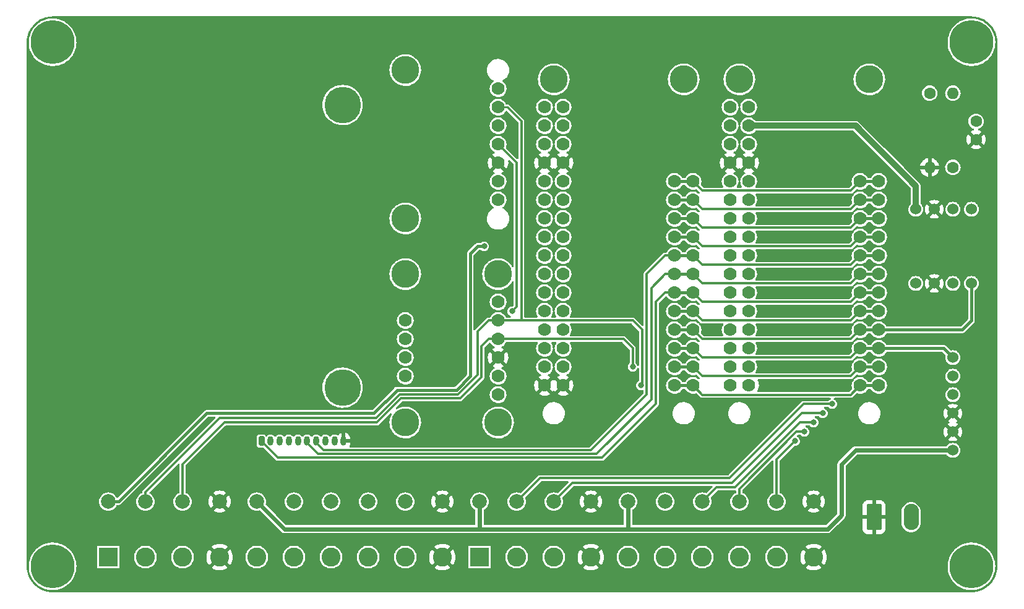
<source format=gbl>
G04 #@! TF.GenerationSoftware,KiCad,Pcbnew,(6.0.5-0)*
G04 #@! TF.CreationDate,2023-01-24T18:47:56-05:00*
G04 #@! TF.ProjectId,Cryologger AWS,4372796f-6c6f-4676-9765-72204157532e,rev?*
G04 #@! TF.SameCoordinates,Original*
G04 #@! TF.FileFunction,Copper,L2,Bot*
G04 #@! TF.FilePolarity,Positive*
%FSLAX46Y46*%
G04 Gerber Fmt 4.6, Leading zero omitted, Abs format (unit mm)*
G04 Created by KiCad (PCBNEW (6.0.5-0)) date 2023-01-24 18:47:56*
%MOMM*%
%LPD*%
G01*
G04 APERTURE LIST*
G04 Aperture macros list*
%AMRoundRect*
0 Rectangle with rounded corners*
0 $1 Rounding radius*
0 $2 $3 $4 $5 $6 $7 $8 $9 X,Y pos of 4 corners*
0 Add a 4 corners polygon primitive as box body*
4,1,4,$2,$3,$4,$5,$6,$7,$8,$9,$2,$3,0*
0 Add four circle primitives for the rounded corners*
1,1,$1+$1,$2,$3*
1,1,$1+$1,$4,$5*
1,1,$1+$1,$6,$7*
1,1,$1+$1,$8,$9*
0 Add four rect primitives between the rounded corners*
20,1,$1+$1,$2,$3,$4,$5,0*
20,1,$1+$1,$4,$5,$6,$7,0*
20,1,$1+$1,$6,$7,$8,$9,0*
20,1,$1+$1,$8,$9,$2,$3,0*%
G04 Aperture macros list end*
G04 #@! TA.AperFunction,ComponentPad*
%ADD10C,6.000000*%
G04 #@! TD*
G04 #@! TA.AperFunction,ComponentPad*
%ADD11C,3.810000*%
G04 #@! TD*
G04 #@! TA.AperFunction,ComponentPad*
%ADD12C,1.778000*%
G04 #@! TD*
G04 #@! TA.AperFunction,ComponentPad*
%ADD13RoundRect,0.200000X-0.200000X-0.450000X0.200000X-0.450000X0.200000X0.450000X-0.200000X0.450000X0*%
G04 #@! TD*
G04 #@! TA.AperFunction,ComponentPad*
%ADD14O,0.800000X1.300000*%
G04 #@! TD*
G04 #@! TA.AperFunction,ComponentPad*
%ADD15C,1.600000*%
G04 #@! TD*
G04 #@! TA.AperFunction,ComponentPad*
%ADD16O,1.600000X1.600000*%
G04 #@! TD*
G04 #@! TA.AperFunction,ComponentPad*
%ADD17C,4.999990*%
G04 #@! TD*
G04 #@! TA.AperFunction,ComponentPad*
%ADD18RoundRect,0.249999X-0.790001X-1.550001X0.790001X-1.550001X0.790001X1.550001X-0.790001X1.550001X0*%
G04 #@! TD*
G04 #@! TA.AperFunction,ComponentPad*
%ADD19O,2.080000X3.600000*%
G04 #@! TD*
G04 #@! TA.AperFunction,WasherPad*
%ADD20C,3.810000*%
G04 #@! TD*
G04 #@! TA.AperFunction,ComponentPad*
%ADD21R,2.600000X2.600000*%
G04 #@! TD*
G04 #@! TA.AperFunction,ComponentPad*
%ADD22C,2.600000*%
G04 #@! TD*
G04 #@! TA.AperFunction,ComponentPad*
%ADD23C,1.524000*%
G04 #@! TD*
G04 #@! TA.AperFunction,ComponentPad*
%ADD24C,2.000000*%
G04 #@! TD*
G04 #@! TA.AperFunction,ViaPad*
%ADD25C,0.800000*%
G04 #@! TD*
G04 #@! TA.AperFunction,Conductor*
%ADD26C,0.304800*%
G04 #@! TD*
G04 #@! TA.AperFunction,Conductor*
%ADD27C,0.406400*%
G04 #@! TD*
G04 #@! TA.AperFunction,Conductor*
%ADD28C,0.250000*%
G04 #@! TD*
G04 #@! TA.AperFunction,Conductor*
%ADD29C,0.812800*%
G04 #@! TD*
G04 #@! TA.AperFunction,Conductor*
%ADD30C,0.609600*%
G04 #@! TD*
G04 APERTURE END LIST*
D10*
X91440000Y-60960000D03*
D11*
X160020000Y-66040000D03*
X177800000Y-66040000D03*
D12*
X158750000Y-69850000D03*
X161290000Y-69850000D03*
X158750000Y-72390000D03*
X161290000Y-72390000D03*
X161290000Y-74930000D03*
X158750000Y-74930000D03*
X158750000Y-77470000D03*
X161290000Y-77470000D03*
X158750000Y-80010000D03*
X161290000Y-80010000D03*
X161290000Y-82550000D03*
X158750000Y-82550000D03*
X158750000Y-85090000D03*
X161290000Y-85090000D03*
X158750000Y-87630000D03*
X161290000Y-87630000D03*
X158750000Y-90170000D03*
X161290000Y-90170000D03*
X161290000Y-92710000D03*
X158750000Y-92710000D03*
X158750000Y-95250000D03*
X161290000Y-95250000D03*
X158750000Y-97790000D03*
X161290000Y-97790000D03*
X158750000Y-100330000D03*
X161290000Y-100330000D03*
X161290000Y-102870000D03*
X158750000Y-102870000D03*
X161290000Y-105410000D03*
X158750000Y-105410000D03*
X161290000Y-107950000D03*
X158750000Y-107950000D03*
X176530000Y-80010000D03*
X179070000Y-80010000D03*
X176530000Y-82550000D03*
X179070000Y-82550000D03*
X176530000Y-85090000D03*
X179070000Y-85090000D03*
X176530000Y-87630000D03*
X179070000Y-87630000D03*
X179070000Y-90170000D03*
X176530000Y-90170000D03*
X179070000Y-92710000D03*
X176530000Y-92710000D03*
X176530000Y-95250000D03*
X179070000Y-95250000D03*
X176530000Y-97790000D03*
X179070000Y-97790000D03*
X179070000Y-100330000D03*
X176530000Y-100330000D03*
X176530000Y-102870000D03*
X179070000Y-102870000D03*
X179070000Y-105410000D03*
X176530000Y-105410000D03*
X179070000Y-107950000D03*
X176530000Y-107950000D03*
D10*
X217170000Y-132715000D03*
X217170000Y-60960000D03*
D11*
X185420000Y-66040000D03*
X203200000Y-66040000D03*
D12*
X186690000Y-69850000D03*
X184150000Y-69850000D03*
X186690000Y-72390000D03*
X184150000Y-72390000D03*
X184150000Y-74930000D03*
X186690000Y-74930000D03*
X184150000Y-77470000D03*
X186690000Y-77470000D03*
X184150000Y-80010000D03*
X186690000Y-80010000D03*
X184150000Y-82550000D03*
X186690000Y-82550000D03*
X184150000Y-85090000D03*
X186690000Y-85090000D03*
X186690000Y-87630000D03*
X184150000Y-87630000D03*
X186690000Y-90170000D03*
X184150000Y-90170000D03*
X186690000Y-92710000D03*
X184150000Y-92710000D03*
X184150000Y-95250000D03*
X186690000Y-95250000D03*
X184150000Y-97790000D03*
X186690000Y-97790000D03*
X186690000Y-100330000D03*
X184150000Y-100330000D03*
X186690000Y-102870000D03*
X184150000Y-102870000D03*
X186690000Y-105410000D03*
X184150000Y-105410000D03*
X186690000Y-107950000D03*
X184150000Y-107950000D03*
X204470000Y-80010000D03*
X201930000Y-80010000D03*
X204470000Y-82550000D03*
X201930000Y-82550000D03*
X201930000Y-85090000D03*
X204470000Y-85090000D03*
X201930000Y-87630000D03*
X204470000Y-87630000D03*
X204470000Y-90170000D03*
X201930000Y-90170000D03*
X204470000Y-92710000D03*
X201930000Y-92710000D03*
X201930000Y-95250000D03*
X204470000Y-95250000D03*
X204470000Y-97790000D03*
X201930000Y-97790000D03*
X201930000Y-100330000D03*
X204470000Y-100330000D03*
X204470000Y-102870000D03*
X201930000Y-102870000D03*
X204470000Y-105410000D03*
X201930000Y-105410000D03*
X204470000Y-107950000D03*
X201930000Y-107950000D03*
D13*
X120015000Y-115570000D03*
D14*
X121265000Y-115570000D03*
X122515000Y-115570000D03*
X123765000Y-115570000D03*
X125015000Y-115570000D03*
X126265000Y-115570000D03*
X127515000Y-115570000D03*
X128765000Y-115570000D03*
X130015000Y-115570000D03*
X131265000Y-115570000D03*
D10*
X91440000Y-132715000D03*
D15*
X214630000Y-78085000D03*
D16*
X214630000Y-67925000D03*
D15*
X217805000Y-71775000D03*
X217805000Y-74275000D03*
D17*
X131110000Y-69550000D03*
X131110000Y-108250000D03*
D15*
X211455000Y-67925000D03*
D16*
X211455000Y-78085000D03*
D18*
X203835000Y-125984000D03*
D19*
X208915000Y-125984000D03*
D20*
X139700000Y-113030000D03*
X152400000Y-113030000D03*
X139700000Y-92710000D03*
X152400000Y-92710000D03*
D12*
X152400000Y-109220000D03*
X152400000Y-106680000D03*
X152400000Y-104140000D03*
X152400000Y-101600000D03*
X152400000Y-99060000D03*
X152400000Y-96520000D03*
X139700000Y-106680000D03*
X139700000Y-104140000D03*
X139700000Y-101600000D03*
X139700000Y-99060000D03*
D21*
X149860000Y-131445000D03*
D22*
X154940000Y-131445000D03*
X160020000Y-131445000D03*
X165100000Y-131445000D03*
X170180000Y-131445000D03*
X175260000Y-131445000D03*
X180340000Y-131445000D03*
X185420000Y-131445000D03*
X190500000Y-131445000D03*
X195580000Y-131445000D03*
D20*
X139700000Y-85090000D03*
X139700000Y-64770000D03*
D12*
X152400000Y-82550000D03*
X152400000Y-80010000D03*
X152400000Y-77470000D03*
X152400000Y-74930000D03*
X152400000Y-72390000D03*
X152400000Y-69850000D03*
X152400000Y-67310000D03*
D23*
X209550000Y-83820000D03*
X212090000Y-83820000D03*
X214630000Y-83820000D03*
X217170000Y-83820000D03*
D24*
X99060000Y-123849000D03*
X104140000Y-123849000D03*
X109220000Y-123849000D03*
X114300000Y-123849000D03*
X119380000Y-123849000D03*
X124460000Y-123849000D03*
X129540000Y-123849000D03*
X134620000Y-123849000D03*
X139700000Y-123849000D03*
X144780000Y-123849000D03*
X149860000Y-123849000D03*
X154940000Y-123849000D03*
X160020000Y-123849000D03*
X165100000Y-123849000D03*
X170180000Y-123849000D03*
X175260000Y-123849000D03*
X180340000Y-123849000D03*
X185420000Y-123849000D03*
X190500000Y-123849000D03*
X195580000Y-123849000D03*
D23*
X209550000Y-93980000D03*
X212090000Y-93980000D03*
X214630000Y-93980000D03*
X217170000Y-93980000D03*
X214630000Y-116840000D03*
X214630000Y-111760000D03*
X214630000Y-114300000D03*
X214630000Y-109220000D03*
X214630000Y-106680000D03*
X214630000Y-104140000D03*
D21*
X99060000Y-131445000D03*
D22*
X104140000Y-131445000D03*
X109220000Y-131445000D03*
X114300000Y-131445000D03*
X119380000Y-131445000D03*
X124460000Y-131445000D03*
X129540000Y-131445000D03*
X134620000Y-131445000D03*
X139700000Y-131445000D03*
X144780000Y-131445000D03*
D25*
X154305000Y-97790000D03*
X170815000Y-105410000D03*
X171958000Y-107950000D03*
X198120000Y-110490000D03*
X196850000Y-111760000D03*
X195580000Y-113030000D03*
X111760000Y-68580000D03*
X144145000Y-135255000D03*
X131445000Y-88900000D03*
X146050000Y-81915000D03*
X181610000Y-60325000D03*
X168910000Y-77470000D03*
X111760000Y-111125000D03*
X207010000Y-88900000D03*
X99695000Y-115570000D03*
X168910000Y-100330000D03*
X165100000Y-135255000D03*
X142240000Y-124460000D03*
X200025000Y-111125000D03*
X181610000Y-100330000D03*
X123825000Y-135255000D03*
X91440000Y-68580000D03*
X208280000Y-73025000D03*
X168910000Y-107950000D03*
X176167624Y-115725724D03*
X205740000Y-132080000D03*
X189865000Y-111125000D03*
X156210000Y-60325000D03*
X218440000Y-78105000D03*
X168910000Y-92710000D03*
X135255000Y-114935000D03*
X219075000Y-88900000D03*
X190500000Y-135255000D03*
X194310000Y-85090000D03*
X133985000Y-135255000D03*
X181610000Y-80010000D03*
X214630000Y-73660000D03*
X90170000Y-123825000D03*
X219710000Y-107950000D03*
X205740000Y-60325000D03*
X101600000Y-133985000D03*
X207645000Y-107950000D03*
X91440000Y-88900000D03*
X180340000Y-135255000D03*
X111125000Y-123825000D03*
X168910000Y-85090000D03*
X182880000Y-124460000D03*
X111760000Y-88900000D03*
X194310000Y-66675000D03*
X146050000Y-112395000D03*
X146050000Y-95250000D03*
X194310000Y-77470000D03*
X154940000Y-135255000D03*
X91440000Y-109220000D03*
X146050000Y-67310000D03*
X154940000Y-121920000D03*
X168910000Y-66675000D03*
X150495000Y-88900000D03*
X194310000Y-114300000D03*
X193040000Y-115570000D03*
D26*
X147193000Y-109728000D02*
X150114000Y-106807000D01*
X170815000Y-102870000D02*
X169545000Y-101600000D01*
D27*
X204470000Y-105410000D02*
X201930000Y-105410000D01*
D26*
X180340000Y-106680000D02*
X179070000Y-105410000D01*
X150114000Y-102616000D02*
X151130000Y-101600000D01*
X109220000Y-118745000D02*
X114935000Y-113030000D01*
X169545000Y-101600000D02*
X152400000Y-101600000D01*
X114935000Y-113030000D02*
X135818130Y-113030000D01*
X170815000Y-105410000D02*
X170815000Y-102870000D01*
D27*
X179070000Y-105410000D02*
X176530000Y-105410000D01*
D26*
X139120130Y-109728000D02*
X147193000Y-109728000D01*
X154940000Y-77470000D02*
X154940000Y-97155000D01*
X200660000Y-106680000D02*
X180340000Y-106680000D01*
X150114000Y-106807000D02*
X150114000Y-102616000D01*
X109220000Y-123849000D02*
X109220000Y-118745000D01*
X154940000Y-97155000D02*
X154305000Y-97790000D01*
X152400000Y-74930000D02*
X154940000Y-77470000D01*
X151130000Y-101600000D02*
X152400000Y-101600000D01*
X135818130Y-113030000D02*
X139120130Y-109728000D01*
X201930000Y-105410000D02*
X200660000Y-106680000D01*
X149606000Y-100584000D02*
X151130000Y-99060000D01*
X104140000Y-123849000D02*
X104140000Y-122555000D01*
X172085000Y-100330000D02*
X172085000Y-107823000D01*
X104140000Y-122555000D02*
X114300000Y-112395000D01*
X149606000Y-106449058D02*
X149606000Y-100584000D01*
X180361711Y-109241711D02*
X179070000Y-107950000D01*
X200638289Y-109241711D02*
X180361711Y-109241711D01*
D27*
X179070000Y-107950000D02*
X176530000Y-107950000D01*
D28*
X152400000Y-69850000D02*
X153670000Y-69850000D01*
D26*
X146855060Y-109199998D02*
X149606000Y-106449058D01*
X201930000Y-107950000D02*
X200638289Y-109241711D01*
X152400000Y-99060000D02*
X170815000Y-99060000D01*
X151130000Y-99060000D02*
X152400000Y-99060000D01*
X170815000Y-99060000D02*
X172085000Y-100330000D01*
X135739914Y-112395000D02*
X138934916Y-109199998D01*
X155575000Y-71755000D02*
X155575000Y-99060000D01*
X138934916Y-109199998D02*
X146855060Y-109199998D01*
X114300000Y-112395000D02*
X135739914Y-112395000D01*
D27*
X204470000Y-107950000D02*
X201930000Y-107950000D01*
D28*
X153670000Y-69850000D02*
X155575000Y-71755000D01*
D26*
X172085000Y-107823000D02*
X171958000Y-107950000D01*
X201930000Y-80010000D02*
X200660000Y-81280000D01*
X180340000Y-81280000D02*
X179070000Y-80010000D01*
X200660000Y-81280000D02*
X180340000Y-81280000D01*
D27*
X204470000Y-80010000D02*
X201930000Y-80010000D01*
X179070000Y-80010000D02*
X176530000Y-80010000D01*
X204470000Y-82550000D02*
X201930000Y-82550000D01*
D26*
X180340000Y-83820000D02*
X179070000Y-82550000D01*
X200660000Y-83820000D02*
X180340000Y-83820000D01*
X201930000Y-82550000D02*
X200660000Y-83820000D01*
D27*
X179070000Y-82550000D02*
X176530000Y-82550000D01*
D26*
X154940000Y-123849000D02*
X158139000Y-120650000D01*
X158139000Y-120650000D02*
X184071784Y-120650000D01*
X194231784Y-110490000D02*
X184071784Y-120650000D01*
X198120000Y-110490000D02*
X194231784Y-110490000D01*
D27*
X204470000Y-85090000D02*
X201930000Y-85090000D01*
D26*
X180340000Y-86360000D02*
X179070000Y-85090000D01*
X200660000Y-86360000D02*
X180340000Y-86360000D01*
X201930000Y-85090000D02*
X200660000Y-86360000D01*
D27*
X179070000Y-85090000D02*
X176530000Y-85090000D01*
D26*
X162584000Y-121285000D02*
X184404000Y-121285000D01*
X193929000Y-111760000D02*
X184404000Y-121285000D01*
X196850000Y-111760000D02*
X193929000Y-111760000D01*
X160020000Y-123849000D02*
X162584000Y-121285000D01*
X193675000Y-113030000D02*
X184785000Y-121920000D01*
X180340000Y-123849000D02*
X182269000Y-121920000D01*
X182269000Y-121920000D02*
X184785000Y-121920000D01*
X195580000Y-113030000D02*
X193675000Y-113030000D01*
X200660000Y-101600000D02*
X180340000Y-101600000D01*
D27*
X179070000Y-100330000D02*
X176530000Y-100330000D01*
X204470000Y-100330000D02*
X215900000Y-100330000D01*
X217170000Y-99060000D02*
X217170000Y-93980000D01*
X215900000Y-100330000D02*
X217170000Y-99060000D01*
D26*
X201930000Y-100330000D02*
X200660000Y-101600000D01*
X180340000Y-101600000D02*
X179070000Y-100330000D01*
D27*
X204470000Y-100330000D02*
X201930000Y-100330000D01*
X204470000Y-87630000D02*
X201930000Y-87630000D01*
D26*
X180340000Y-88900000D02*
X179070000Y-87630000D01*
X200660000Y-88900000D02*
X180340000Y-88900000D01*
X201930000Y-87630000D02*
X200660000Y-88900000D01*
D27*
X179070000Y-87630000D02*
X176530000Y-87630000D01*
X213360000Y-102870000D02*
X204470000Y-102870000D01*
D26*
X201930000Y-102870000D02*
X200660000Y-104140000D01*
D27*
X204470000Y-102870000D02*
X201930000Y-102870000D01*
D26*
X180340000Y-104140000D02*
X179070000Y-102870000D01*
D27*
X179070000Y-102870000D02*
X176530000Y-102870000D01*
X213360000Y-102870000D02*
X214630000Y-104140000D01*
D26*
X200660000Y-104140000D02*
X180340000Y-104140000D01*
D27*
X179070000Y-90170000D02*
X176530000Y-90170000D01*
D26*
X172720000Y-109220000D02*
X172720000Y-92710000D01*
X201930000Y-90170000D02*
X200660000Y-91440000D01*
X128535000Y-116840000D02*
X165100000Y-116840000D01*
X165100000Y-116840000D02*
X172720000Y-109220000D01*
X175260000Y-90170000D02*
X176530000Y-90170000D01*
D27*
X204470000Y-90170000D02*
X201930000Y-90170000D01*
D26*
X180340000Y-91440000D02*
X179070000Y-90170000D01*
X200660000Y-91440000D02*
X180340000Y-91440000D01*
X172720000Y-92710000D02*
X175260000Y-90170000D01*
X127515000Y-115820000D02*
X128535000Y-116840000D01*
D27*
X204470000Y-92710000D02*
X201930000Y-92710000D01*
D26*
X173355000Y-109855000D02*
X173355000Y-94615000D01*
X126265000Y-115820000D02*
X127789320Y-117344320D01*
X200660000Y-93980000D02*
X201930000Y-92710000D01*
X127789320Y-117344320D02*
X165865680Y-117344320D01*
X180340000Y-93980000D02*
X200660000Y-93980000D01*
X179070000Y-92710000D02*
X180340000Y-93980000D01*
D27*
X179070000Y-92710000D02*
X176530000Y-92710000D01*
D26*
X175260000Y-92710000D02*
X176530000Y-92710000D01*
X173355000Y-94615000D02*
X175260000Y-92710000D01*
X165865680Y-117344320D02*
X173355000Y-109855000D01*
X200660000Y-96520000D02*
X180340000Y-96520000D01*
X120015000Y-115633375D02*
X122230265Y-117848640D01*
X180340000Y-96520000D02*
X179070000Y-95250000D01*
D27*
X204470000Y-95250000D02*
X201930000Y-95250000D01*
D26*
X166631360Y-117848640D02*
X173990000Y-110490000D01*
X173990000Y-96520000D02*
X175260000Y-95250000D01*
D27*
X179070000Y-95250000D02*
X176530000Y-95250000D01*
D26*
X201930000Y-95250000D02*
X200660000Y-96520000D01*
X175260000Y-95250000D02*
X176530000Y-95250000D01*
X122230265Y-117848640D02*
X166631360Y-117848640D01*
X173990000Y-110490000D02*
X173990000Y-96520000D01*
D27*
X179070000Y-97790000D02*
X176530000Y-97790000D01*
D26*
X200660000Y-99060000D02*
X180340000Y-99060000D01*
X201930000Y-97790000D02*
X200660000Y-99060000D01*
X180340000Y-99060000D02*
X179070000Y-97790000D01*
D27*
X204470000Y-97790000D02*
X201930000Y-97790000D01*
X112563213Y-111760000D02*
X135382000Y-111760000D01*
X138557000Y-108585000D02*
X146685000Y-108585000D01*
X149606000Y-88900000D02*
X150495000Y-88900000D01*
D29*
X209550000Y-80645000D02*
X201295000Y-72390000D01*
X209550000Y-83820000D02*
X209550000Y-80645000D01*
D27*
X148590000Y-89916000D02*
X149606000Y-88900000D01*
X100474213Y-123849000D02*
X112563213Y-111760000D01*
X99060000Y-123849000D02*
X100474213Y-123849000D01*
X148590000Y-106680000D02*
X148590000Y-89916000D01*
D29*
X186690000Y-72390000D02*
X201295000Y-72390000D01*
D27*
X135382000Y-111760000D02*
X138557000Y-108585000D01*
X146685000Y-108585000D02*
X148590000Y-106680000D01*
D26*
X185420000Y-124484000D02*
X185420000Y-122126636D01*
X193246636Y-114300000D02*
X194310000Y-114300000D01*
X185420000Y-122126636D02*
X193246636Y-114300000D01*
X190500000Y-118110000D02*
X190500000Y-124484000D01*
X193040000Y-115570000D02*
X190500000Y-118110000D01*
D30*
X149860000Y-127611000D02*
X123166000Y-127611000D01*
X214630000Y-116840000D02*
X201295000Y-116840000D01*
X197485000Y-127611000D02*
X170180000Y-127611000D01*
X123166000Y-127611000D02*
X119380000Y-123825000D01*
X199390000Y-118745000D02*
X199390000Y-125706000D01*
X170180000Y-127611000D02*
X149860000Y-127611000D01*
X149860000Y-123825000D02*
X149860000Y-127611000D01*
X197485000Y-127611000D02*
X199390000Y-125706000D01*
X201295000Y-116840000D02*
X199390000Y-118745000D01*
X170180000Y-123825000D02*
X170180000Y-127611000D01*
G04 #@! TA.AperFunction,Conductor*
G36*
X217157103Y-57406921D02*
G01*
X217170000Y-57409486D01*
X217182169Y-57407066D01*
X217194569Y-57407066D01*
X217205624Y-57406251D01*
X217403942Y-57415993D01*
X217512322Y-57421318D01*
X217524618Y-57422528D01*
X217857520Y-57471910D01*
X217869642Y-57474320D01*
X217965572Y-57498350D01*
X218196101Y-57556095D01*
X218207933Y-57559684D01*
X218524803Y-57673061D01*
X218536227Y-57677793D01*
X218840456Y-57821683D01*
X218851361Y-57827512D01*
X219140024Y-58000530D01*
X219150305Y-58007400D01*
X219420613Y-58207874D01*
X219430171Y-58215718D01*
X219679531Y-58441725D01*
X219688275Y-58450469D01*
X219914282Y-58699829D01*
X219922126Y-58709387D01*
X220122600Y-58979695D01*
X220129470Y-58989976D01*
X220302488Y-59278639D01*
X220308317Y-59289544D01*
X220452207Y-59593773D01*
X220456939Y-59605197D01*
X220570316Y-59922067D01*
X220573905Y-59933899D01*
X220654801Y-60256848D01*
X220655679Y-60260355D01*
X220658090Y-60272480D01*
X220706183Y-60596692D01*
X220707471Y-60605377D01*
X220708683Y-60617683D01*
X220723749Y-60924376D01*
X220722934Y-60935431D01*
X220722934Y-60947831D01*
X220720514Y-60960000D01*
X220723079Y-60972894D01*
X220725500Y-60997476D01*
X220725500Y-132677524D01*
X220723079Y-132702103D01*
X220720514Y-132715000D01*
X220722934Y-132727169D01*
X220722934Y-132739569D01*
X220723749Y-132750624D01*
X220718640Y-132854622D01*
X220709006Y-133050748D01*
X220708683Y-133057317D01*
X220707472Y-133069618D01*
X220658405Y-133400401D01*
X220658091Y-133402517D01*
X220655680Y-133414642D01*
X220650057Y-133437089D01*
X220573905Y-133741101D01*
X220570316Y-133752933D01*
X220456939Y-134069803D01*
X220452207Y-134081227D01*
X220308317Y-134385456D01*
X220302488Y-134396361D01*
X220129470Y-134685024D01*
X220122600Y-134695305D01*
X219922126Y-134965613D01*
X219914282Y-134975171D01*
X219688275Y-135224531D01*
X219679531Y-135233275D01*
X219430171Y-135459282D01*
X219420613Y-135467126D01*
X219150305Y-135667600D01*
X219140024Y-135674470D01*
X218851361Y-135847488D01*
X218840456Y-135853317D01*
X218536227Y-135997207D01*
X218524803Y-136001939D01*
X218207933Y-136115316D01*
X218196101Y-136118905D01*
X217974559Y-136174399D01*
X217869642Y-136200680D01*
X217857520Y-136203090D01*
X217524618Y-136252472D01*
X217512322Y-136253682D01*
X217403942Y-136259007D01*
X217205624Y-136268749D01*
X217194569Y-136267934D01*
X217182169Y-136267934D01*
X217170000Y-136265514D01*
X217157103Y-136268079D01*
X217132524Y-136270500D01*
X91477476Y-136270500D01*
X91452897Y-136268079D01*
X91440000Y-136265514D01*
X91427831Y-136267934D01*
X91415431Y-136267934D01*
X91404376Y-136268749D01*
X91206058Y-136259007D01*
X91097678Y-136253682D01*
X91085382Y-136252472D01*
X90752480Y-136203090D01*
X90740358Y-136200680D01*
X90635441Y-136174399D01*
X90413899Y-136118905D01*
X90402067Y-136115316D01*
X90085197Y-136001939D01*
X90073773Y-135997207D01*
X89769544Y-135853317D01*
X89758639Y-135847488D01*
X89469976Y-135674470D01*
X89459695Y-135667600D01*
X89189387Y-135467126D01*
X89179829Y-135459282D01*
X88930469Y-135233275D01*
X88921725Y-135224531D01*
X88695718Y-134975171D01*
X88687874Y-134965613D01*
X88487400Y-134695305D01*
X88480530Y-134685024D01*
X88307512Y-134396361D01*
X88301683Y-134385456D01*
X88157793Y-134081227D01*
X88153061Y-134069803D01*
X88039684Y-133752933D01*
X88036095Y-133741101D01*
X87959943Y-133437089D01*
X87954320Y-133414642D01*
X87951909Y-133402517D01*
X87951595Y-133400401D01*
X87902528Y-133069618D01*
X87901317Y-133057317D01*
X87900995Y-133050748D01*
X87891360Y-132854622D01*
X87886251Y-132750624D01*
X87887066Y-132739569D01*
X87887066Y-132727169D01*
X87889486Y-132715000D01*
X87887223Y-132703623D01*
X88180740Y-132703623D01*
X88180912Y-132707018D01*
X88180912Y-132707019D01*
X88192480Y-132935377D01*
X88198575Y-133055688D01*
X88199112Y-133059043D01*
X88199113Y-133059049D01*
X88226210Y-133228220D01*
X88254328Y-133403767D01*
X88347347Y-133743789D01*
X88476545Y-134071776D01*
X88478128Y-134074791D01*
X88638825Y-134380875D01*
X88638830Y-134380883D01*
X88640409Y-134383891D01*
X88642303Y-134386709D01*
X88642308Y-134386718D01*
X88737675Y-134528639D01*
X88837023Y-134676484D01*
X89064087Y-134946131D01*
X89066547Y-134948482D01*
X89066550Y-134948485D01*
X89316482Y-135187325D01*
X89316489Y-135187331D01*
X89318945Y-135189678D01*
X89598614Y-135404276D01*
X89601532Y-135406050D01*
X89896910Y-135585643D01*
X89896915Y-135585646D01*
X89899825Y-135587415D01*
X89902913Y-135588861D01*
X89902912Y-135588861D01*
X90215968Y-135735508D01*
X90215978Y-135735512D01*
X90219052Y-135736952D01*
X90222270Y-135738054D01*
X90222273Y-135738055D01*
X90549331Y-135850032D01*
X90549335Y-135850033D01*
X90552562Y-135851138D01*
X90555892Y-135851888D01*
X90555901Y-135851891D01*
X90799150Y-135906709D01*
X90896454Y-135928637D01*
X90899839Y-135929023D01*
X90899847Y-135929024D01*
X91243321Y-135968158D01*
X91243329Y-135968158D01*
X91246704Y-135968543D01*
X91250108Y-135968561D01*
X91250111Y-135968561D01*
X91441972Y-135969566D01*
X91599215Y-135970389D01*
X91602601Y-135970039D01*
X91602603Y-135970039D01*
X91946472Y-135934504D01*
X91946481Y-135934503D01*
X91949864Y-135934153D01*
X91953197Y-135933439D01*
X91953200Y-135933438D01*
X92122855Y-135897067D01*
X92294548Y-135860259D01*
X92629236Y-135749572D01*
X92950012Y-135603386D01*
X92952949Y-135601642D01*
X92952955Y-135601639D01*
X93250189Y-135425153D01*
X93253123Y-135423411D01*
X93535025Y-135211753D01*
X93792419Y-134970888D01*
X93813714Y-134946131D01*
X93890405Y-134856969D01*
X94022294Y-134703634D01*
X94035084Y-134685024D01*
X94220031Y-134415925D01*
X94220036Y-134415918D01*
X94221961Y-134413116D01*
X94223573Y-134410122D01*
X94223578Y-134410114D01*
X94387463Y-134105746D01*
X94389085Y-134102734D01*
X94521710Y-133776118D01*
X94528315Y-133752933D01*
X94617351Y-133440367D01*
X94618285Y-133437089D01*
X94623981Y-133403767D01*
X94677108Y-133092959D01*
X94677108Y-133092957D01*
X94677680Y-133089612D01*
X94679278Y-133063500D01*
X94690431Y-132881145D01*
X94699201Y-132737754D01*
X94699244Y-132725473D01*
X94699274Y-132716820D01*
X94699274Y-132716809D01*
X94699280Y-132715000D01*
X94680216Y-132363000D01*
X94623248Y-132015117D01*
X94529043Y-131675422D01*
X94398701Y-131347888D01*
X94285888Y-131134822D01*
X94235347Y-131039366D01*
X94235343Y-131039359D01*
X94233748Y-131036347D01*
X94036114Y-130744442D01*
X93808110Y-130475589D01*
X93552404Y-130232933D01*
X93549697Y-130230871D01*
X93549689Y-130230864D01*
X93404070Y-130119933D01*
X97505500Y-130119933D01*
X97505501Y-132770066D01*
X97520266Y-132844301D01*
X97527161Y-132854620D01*
X97527162Y-132854622D01*
X97550739Y-132889906D01*
X97576516Y-132928484D01*
X97660699Y-132984734D01*
X97734933Y-132999500D01*
X99059785Y-132999500D01*
X100385066Y-132999499D01*
X100420818Y-132992388D01*
X100447126Y-132987156D01*
X100447128Y-132987155D01*
X100459301Y-132984734D01*
X100469621Y-132977839D01*
X100469622Y-132977838D01*
X100533168Y-132935377D01*
X100543484Y-132928484D01*
X100599734Y-132844301D01*
X100614500Y-132770067D01*
X100614499Y-131445000D01*
X102580693Y-131445000D01*
X102599891Y-131688929D01*
X102657011Y-131926852D01*
X102658904Y-131931423D01*
X102658905Y-131931425D01*
X102690362Y-132007368D01*
X102750647Y-132152911D01*
X102878494Y-132361538D01*
X103037403Y-132547597D01*
X103223462Y-132706506D01*
X103432089Y-132834353D01*
X103436659Y-132836246D01*
X103436663Y-132836248D01*
X103653575Y-132926095D01*
X103658148Y-132927989D01*
X103740452Y-132947748D01*
X103891258Y-132983954D01*
X103891264Y-132983955D01*
X103896071Y-132985109D01*
X104140000Y-133004307D01*
X104383929Y-132985109D01*
X104388736Y-132983955D01*
X104388742Y-132983954D01*
X104539548Y-132947748D01*
X104621852Y-132927989D01*
X104626425Y-132926095D01*
X104843337Y-132836248D01*
X104843341Y-132836246D01*
X104847911Y-132834353D01*
X105056538Y-132706506D01*
X105242597Y-132547597D01*
X105401506Y-132361538D01*
X105529353Y-132152911D01*
X105589639Y-132007368D01*
X105621095Y-131931425D01*
X105621096Y-131931423D01*
X105622989Y-131926852D01*
X105680109Y-131688929D01*
X105699307Y-131445000D01*
X107660693Y-131445000D01*
X107679891Y-131688929D01*
X107737011Y-131926852D01*
X107738904Y-131931423D01*
X107738905Y-131931425D01*
X107770362Y-132007368D01*
X107830647Y-132152911D01*
X107958494Y-132361538D01*
X108117403Y-132547597D01*
X108303462Y-132706506D01*
X108512089Y-132834353D01*
X108516659Y-132836246D01*
X108516663Y-132836248D01*
X108733575Y-132926095D01*
X108738148Y-132927989D01*
X108820452Y-132947748D01*
X108971258Y-132983954D01*
X108971264Y-132983955D01*
X108976071Y-132985109D01*
X109220000Y-133004307D01*
X109463929Y-132985109D01*
X109468736Y-132983955D01*
X109468742Y-132983954D01*
X109619548Y-132947748D01*
X109701852Y-132927989D01*
X109706425Y-132926095D01*
X109793794Y-132889906D01*
X113219839Y-132889906D01*
X113228553Y-132901427D01*
X113335452Y-132979809D01*
X113343351Y-132984745D01*
X113572905Y-133105519D01*
X113581454Y-133109236D01*
X113826327Y-133194749D01*
X113835336Y-133197163D01*
X114090166Y-133245544D01*
X114099423Y-133246598D01*
X114358607Y-133256783D01*
X114367921Y-133256457D01*
X114625753Y-133228220D01*
X114634930Y-133226519D01*
X114885758Y-133160481D01*
X114894574Y-133157445D01*
X115132880Y-133055062D01*
X115141167Y-133050748D01*
X115361718Y-132914266D01*
X115369268Y-132908780D01*
X115374559Y-132904301D01*
X115382997Y-132891497D01*
X115376935Y-132881145D01*
X114312812Y-131817022D01*
X114298868Y-131809408D01*
X114297035Y-131809539D01*
X114290420Y-131813790D01*
X113226497Y-132877713D01*
X113219839Y-132889906D01*
X109793794Y-132889906D01*
X109923337Y-132836248D01*
X109923341Y-132836246D01*
X109927911Y-132834353D01*
X110136538Y-132706506D01*
X110322597Y-132547597D01*
X110481506Y-132361538D01*
X110609353Y-132152911D01*
X110669639Y-132007368D01*
X110701095Y-131931425D01*
X110701096Y-131931423D01*
X110702989Y-131926852D01*
X110760109Y-131688929D01*
X110779307Y-131445000D01*
X110775939Y-131402211D01*
X112487775Y-131402211D01*
X112500220Y-131661288D01*
X112501356Y-131670543D01*
X112551961Y-131924945D01*
X112554449Y-131933917D01*
X112642095Y-132178033D01*
X112645895Y-132186568D01*
X112768658Y-132415042D01*
X112773666Y-132422904D01*
X112843720Y-132516716D01*
X112854979Y-132525165D01*
X112867397Y-132518393D01*
X113927978Y-131457812D01*
X113934356Y-131446132D01*
X114664408Y-131446132D01*
X114664539Y-131447965D01*
X114668790Y-131454580D01*
X115736094Y-132521884D01*
X115748474Y-132528644D01*
X115756815Y-132522400D01*
X115890832Y-132314048D01*
X115895275Y-132305864D01*
X116001807Y-132069370D01*
X116004997Y-132060605D01*
X116075402Y-131810972D01*
X116077262Y-131801830D01*
X116110187Y-131543019D01*
X116110668Y-131536733D01*
X116112987Y-131448160D01*
X116112911Y-131445000D01*
X117820693Y-131445000D01*
X117839891Y-131688929D01*
X117897011Y-131926852D01*
X117898904Y-131931423D01*
X117898905Y-131931425D01*
X117930362Y-132007368D01*
X117990647Y-132152911D01*
X118118494Y-132361538D01*
X118277403Y-132547597D01*
X118463462Y-132706506D01*
X118672089Y-132834353D01*
X118676659Y-132836246D01*
X118676663Y-132836248D01*
X118893575Y-132926095D01*
X118898148Y-132927989D01*
X118980452Y-132947748D01*
X119131258Y-132983954D01*
X119131264Y-132983955D01*
X119136071Y-132985109D01*
X119380000Y-133004307D01*
X119623929Y-132985109D01*
X119628736Y-132983955D01*
X119628742Y-132983954D01*
X119779548Y-132947748D01*
X119861852Y-132927989D01*
X119866425Y-132926095D01*
X120083337Y-132836248D01*
X120083341Y-132836246D01*
X120087911Y-132834353D01*
X120296538Y-132706506D01*
X120482597Y-132547597D01*
X120641506Y-132361538D01*
X120769353Y-132152911D01*
X120829639Y-132007368D01*
X120861095Y-131931425D01*
X120861096Y-131931423D01*
X120862989Y-131926852D01*
X120920109Y-131688929D01*
X120939307Y-131445000D01*
X122900693Y-131445000D01*
X122919891Y-131688929D01*
X122977011Y-131926852D01*
X122978904Y-131931423D01*
X122978905Y-131931425D01*
X123010362Y-132007368D01*
X123070647Y-132152911D01*
X123198494Y-132361538D01*
X123357403Y-132547597D01*
X123543462Y-132706506D01*
X123752089Y-132834353D01*
X123756659Y-132836246D01*
X123756663Y-132836248D01*
X123973575Y-132926095D01*
X123978148Y-132927989D01*
X124060452Y-132947748D01*
X124211258Y-132983954D01*
X124211264Y-132983955D01*
X124216071Y-132985109D01*
X124460000Y-133004307D01*
X124703929Y-132985109D01*
X124708736Y-132983955D01*
X124708742Y-132983954D01*
X124859548Y-132947748D01*
X124941852Y-132927989D01*
X124946425Y-132926095D01*
X125163337Y-132836248D01*
X125163341Y-132836246D01*
X125167911Y-132834353D01*
X125376538Y-132706506D01*
X125562597Y-132547597D01*
X125721506Y-132361538D01*
X125849353Y-132152911D01*
X125909639Y-132007368D01*
X125941095Y-131931425D01*
X125941096Y-131931423D01*
X125942989Y-131926852D01*
X126000109Y-131688929D01*
X126019307Y-131445000D01*
X127980693Y-131445000D01*
X127999891Y-131688929D01*
X128057011Y-131926852D01*
X128058904Y-131931423D01*
X128058905Y-131931425D01*
X128090362Y-132007368D01*
X128150647Y-132152911D01*
X128278494Y-132361538D01*
X128437403Y-132547597D01*
X128623462Y-132706506D01*
X128832089Y-132834353D01*
X128836659Y-132836246D01*
X128836663Y-132836248D01*
X129053575Y-132926095D01*
X129058148Y-132927989D01*
X129140452Y-132947748D01*
X129291258Y-132983954D01*
X129291264Y-132983955D01*
X129296071Y-132985109D01*
X129540000Y-133004307D01*
X129783929Y-132985109D01*
X129788736Y-132983955D01*
X129788742Y-132983954D01*
X129939548Y-132947748D01*
X130021852Y-132927989D01*
X130026425Y-132926095D01*
X130243337Y-132836248D01*
X130243341Y-132836246D01*
X130247911Y-132834353D01*
X130456538Y-132706506D01*
X130642597Y-132547597D01*
X130801506Y-132361538D01*
X130929353Y-132152911D01*
X130989639Y-132007368D01*
X131021095Y-131931425D01*
X131021096Y-131931423D01*
X131022989Y-131926852D01*
X131080109Y-131688929D01*
X131099307Y-131445000D01*
X133060693Y-131445000D01*
X133079891Y-131688929D01*
X133137011Y-131926852D01*
X133138904Y-131931423D01*
X133138905Y-131931425D01*
X133170362Y-132007368D01*
X133230647Y-132152911D01*
X133358494Y-132361538D01*
X133517403Y-132547597D01*
X133703462Y-132706506D01*
X133912089Y-132834353D01*
X133916659Y-132836246D01*
X133916663Y-132836248D01*
X134133575Y-132926095D01*
X134138148Y-132927989D01*
X134220452Y-132947748D01*
X134371258Y-132983954D01*
X134371264Y-132983955D01*
X134376071Y-132985109D01*
X134620000Y-133004307D01*
X134863929Y-132985109D01*
X134868736Y-132983955D01*
X134868742Y-132983954D01*
X135019548Y-132947748D01*
X135101852Y-132927989D01*
X135106425Y-132926095D01*
X135323337Y-132836248D01*
X135323341Y-132836246D01*
X135327911Y-132834353D01*
X135536538Y-132706506D01*
X135722597Y-132547597D01*
X135881506Y-132361538D01*
X136009353Y-132152911D01*
X136069639Y-132007368D01*
X136101095Y-131931425D01*
X136101096Y-131931423D01*
X136102989Y-131926852D01*
X136160109Y-131688929D01*
X136179307Y-131445000D01*
X138140693Y-131445000D01*
X138159891Y-131688929D01*
X138217011Y-131926852D01*
X138218904Y-131931423D01*
X138218905Y-131931425D01*
X138250362Y-132007368D01*
X138310647Y-132152911D01*
X138438494Y-132361538D01*
X138597403Y-132547597D01*
X138783462Y-132706506D01*
X138992089Y-132834353D01*
X138996659Y-132836246D01*
X138996663Y-132836248D01*
X139213575Y-132926095D01*
X139218148Y-132927989D01*
X139300452Y-132947748D01*
X139451258Y-132983954D01*
X139451264Y-132983955D01*
X139456071Y-132985109D01*
X139700000Y-133004307D01*
X139943929Y-132985109D01*
X139948736Y-132983955D01*
X139948742Y-132983954D01*
X140099548Y-132947748D01*
X140181852Y-132927989D01*
X140186425Y-132926095D01*
X140273794Y-132889906D01*
X143699839Y-132889906D01*
X143708553Y-132901427D01*
X143815452Y-132979809D01*
X143823351Y-132984745D01*
X144052905Y-133105519D01*
X144061454Y-133109236D01*
X144306327Y-133194749D01*
X144315336Y-133197163D01*
X144570166Y-133245544D01*
X144579423Y-133246598D01*
X144838607Y-133256783D01*
X144847921Y-133256457D01*
X145105753Y-133228220D01*
X145114930Y-133226519D01*
X145365758Y-133160481D01*
X145374574Y-133157445D01*
X145612880Y-133055062D01*
X145621167Y-133050748D01*
X145841718Y-132914266D01*
X145849268Y-132908780D01*
X145854559Y-132904301D01*
X145862997Y-132891497D01*
X145856935Y-132881145D01*
X144792812Y-131817022D01*
X144778868Y-131809408D01*
X144777035Y-131809539D01*
X144770420Y-131813790D01*
X143706497Y-132877713D01*
X143699839Y-132889906D01*
X140273794Y-132889906D01*
X140403337Y-132836248D01*
X140403341Y-132836246D01*
X140407911Y-132834353D01*
X140616538Y-132706506D01*
X140802597Y-132547597D01*
X140961506Y-132361538D01*
X141089353Y-132152911D01*
X141149639Y-132007368D01*
X141181095Y-131931425D01*
X141181096Y-131931423D01*
X141182989Y-131926852D01*
X141240109Y-131688929D01*
X141259307Y-131445000D01*
X141255939Y-131402211D01*
X142967775Y-131402211D01*
X142980220Y-131661288D01*
X142981356Y-131670543D01*
X143031961Y-131924945D01*
X143034449Y-131933917D01*
X143122095Y-132178033D01*
X143125895Y-132186568D01*
X143248658Y-132415042D01*
X143253666Y-132422904D01*
X143323720Y-132516716D01*
X143334979Y-132525165D01*
X143347397Y-132518393D01*
X144407978Y-131457812D01*
X144414356Y-131446132D01*
X145144408Y-131446132D01*
X145144539Y-131447965D01*
X145148790Y-131454580D01*
X146216094Y-132521884D01*
X146228474Y-132528644D01*
X146236815Y-132522400D01*
X146370832Y-132314048D01*
X146375275Y-132305864D01*
X146481807Y-132069370D01*
X146484997Y-132060605D01*
X146555402Y-131810972D01*
X146557262Y-131801830D01*
X146590187Y-131543019D01*
X146590668Y-131536733D01*
X146592987Y-131448160D01*
X146592836Y-131441851D01*
X146573501Y-131181663D01*
X146572125Y-131172457D01*
X146514878Y-130919467D01*
X146512154Y-130910556D01*
X146418143Y-130668806D01*
X146414132Y-130660397D01*
X146285422Y-130435202D01*
X146280211Y-130427476D01*
X146236996Y-130372658D01*
X146225071Y-130364187D01*
X146213537Y-130370673D01*
X145152022Y-131432188D01*
X145144408Y-131446132D01*
X144414356Y-131446132D01*
X144415592Y-131443868D01*
X144415461Y-131442035D01*
X144411210Y-131435420D01*
X143345816Y-130370026D01*
X143332507Y-130362758D01*
X143322472Y-130369878D01*
X143306937Y-130388556D01*
X143301531Y-130396135D01*
X143166965Y-130617891D01*
X143162736Y-130626192D01*
X143062432Y-130865389D01*
X143059471Y-130874239D01*
X142995628Y-131125625D01*
X142994006Y-131134822D01*
X142968020Y-131392885D01*
X142967775Y-131402211D01*
X141255939Y-131402211D01*
X141240109Y-131201071D01*
X141233240Y-131172457D01*
X141184144Y-130967960D01*
X141182989Y-130963148D01*
X141142496Y-130865389D01*
X141091248Y-130741663D01*
X141091246Y-130741659D01*
X141089353Y-130737089D01*
X140961506Y-130528462D01*
X140802597Y-130342403D01*
X140616538Y-130183494D01*
X140407911Y-130055647D01*
X140403341Y-130053754D01*
X140403337Y-130053752D01*
X140267988Y-129997689D01*
X143697102Y-129997689D01*
X143701675Y-130007465D01*
X144767188Y-131072978D01*
X144781132Y-131080592D01*
X144782965Y-131080461D01*
X144789580Y-131076210D01*
X145745857Y-130119933D01*
X148305500Y-130119933D01*
X148305501Y-132770066D01*
X148320266Y-132844301D01*
X148327161Y-132854620D01*
X148327162Y-132854622D01*
X148350739Y-132889906D01*
X148376516Y-132928484D01*
X148460699Y-132984734D01*
X148534933Y-132999500D01*
X149859785Y-132999500D01*
X151185066Y-132999499D01*
X151220818Y-132992388D01*
X151247126Y-132987156D01*
X151247128Y-132987155D01*
X151259301Y-132984734D01*
X151269621Y-132977839D01*
X151269622Y-132977838D01*
X151333168Y-132935377D01*
X151343484Y-132928484D01*
X151399734Y-132844301D01*
X151414500Y-132770067D01*
X151414499Y-131445000D01*
X153380693Y-131445000D01*
X153399891Y-131688929D01*
X153457011Y-131926852D01*
X153458904Y-131931423D01*
X153458905Y-131931425D01*
X153490362Y-132007368D01*
X153550647Y-132152911D01*
X153678494Y-132361538D01*
X153837403Y-132547597D01*
X154023462Y-132706506D01*
X154232089Y-132834353D01*
X154236659Y-132836246D01*
X154236663Y-132836248D01*
X154453575Y-132926095D01*
X154458148Y-132927989D01*
X154540452Y-132947748D01*
X154691258Y-132983954D01*
X154691264Y-132983955D01*
X154696071Y-132985109D01*
X154940000Y-133004307D01*
X155183929Y-132985109D01*
X155188736Y-132983955D01*
X155188742Y-132983954D01*
X155339548Y-132947748D01*
X155421852Y-132927989D01*
X155426425Y-132926095D01*
X155643337Y-132836248D01*
X155643341Y-132836246D01*
X155647911Y-132834353D01*
X155856538Y-132706506D01*
X156042597Y-132547597D01*
X156201506Y-132361538D01*
X156329353Y-132152911D01*
X156389639Y-132007368D01*
X156421095Y-131931425D01*
X156421096Y-131931423D01*
X156422989Y-131926852D01*
X156480109Y-131688929D01*
X156499307Y-131445000D01*
X158460693Y-131445000D01*
X158479891Y-131688929D01*
X158537011Y-131926852D01*
X158538904Y-131931423D01*
X158538905Y-131931425D01*
X158570362Y-132007368D01*
X158630647Y-132152911D01*
X158758494Y-132361538D01*
X158917403Y-132547597D01*
X159103462Y-132706506D01*
X159312089Y-132834353D01*
X159316659Y-132836246D01*
X159316663Y-132836248D01*
X159533575Y-132926095D01*
X159538148Y-132927989D01*
X159620452Y-132947748D01*
X159771258Y-132983954D01*
X159771264Y-132983955D01*
X159776071Y-132985109D01*
X160020000Y-133004307D01*
X160263929Y-132985109D01*
X160268736Y-132983955D01*
X160268742Y-132983954D01*
X160419548Y-132947748D01*
X160501852Y-132927989D01*
X160506425Y-132926095D01*
X160593794Y-132889906D01*
X164019839Y-132889906D01*
X164028553Y-132901427D01*
X164135452Y-132979809D01*
X164143351Y-132984745D01*
X164372905Y-133105519D01*
X164381454Y-133109236D01*
X164626327Y-133194749D01*
X164635336Y-133197163D01*
X164890166Y-133245544D01*
X164899423Y-133246598D01*
X165158607Y-133256783D01*
X165167921Y-133256457D01*
X165425753Y-133228220D01*
X165434930Y-133226519D01*
X165685758Y-133160481D01*
X165694574Y-133157445D01*
X165932880Y-133055062D01*
X165941167Y-133050748D01*
X166161718Y-132914266D01*
X166169268Y-132908780D01*
X166174559Y-132904301D01*
X166182997Y-132891497D01*
X166176935Y-132881145D01*
X165112812Y-131817022D01*
X165098868Y-131809408D01*
X165097035Y-131809539D01*
X165090420Y-131813790D01*
X164026497Y-132877713D01*
X164019839Y-132889906D01*
X160593794Y-132889906D01*
X160723337Y-132836248D01*
X160723341Y-132836246D01*
X160727911Y-132834353D01*
X160936538Y-132706506D01*
X161122597Y-132547597D01*
X161281506Y-132361538D01*
X161409353Y-132152911D01*
X161469639Y-132007368D01*
X161501095Y-131931425D01*
X161501096Y-131931423D01*
X161502989Y-131926852D01*
X161560109Y-131688929D01*
X161579307Y-131445000D01*
X161575939Y-131402211D01*
X163287775Y-131402211D01*
X163300220Y-131661288D01*
X163301356Y-131670543D01*
X163351961Y-131924945D01*
X163354449Y-131933917D01*
X163442095Y-132178033D01*
X163445895Y-132186568D01*
X163568658Y-132415042D01*
X163573666Y-132422904D01*
X163643720Y-132516716D01*
X163654979Y-132525165D01*
X163667397Y-132518393D01*
X164727978Y-131457812D01*
X164734356Y-131446132D01*
X165464408Y-131446132D01*
X165464539Y-131447965D01*
X165468790Y-131454580D01*
X166536094Y-132521884D01*
X166548474Y-132528644D01*
X166556815Y-132522400D01*
X166690832Y-132314048D01*
X166695275Y-132305864D01*
X166801807Y-132069370D01*
X166804997Y-132060605D01*
X166875402Y-131810972D01*
X166877262Y-131801830D01*
X166910187Y-131543019D01*
X166910668Y-131536733D01*
X166912987Y-131448160D01*
X166912911Y-131445000D01*
X168620693Y-131445000D01*
X168639891Y-131688929D01*
X168697011Y-131926852D01*
X168698904Y-131931423D01*
X168698905Y-131931425D01*
X168730362Y-132007368D01*
X168790647Y-132152911D01*
X168918494Y-132361538D01*
X169077403Y-132547597D01*
X169263462Y-132706506D01*
X169472089Y-132834353D01*
X169476659Y-132836246D01*
X169476663Y-132836248D01*
X169693575Y-132926095D01*
X169698148Y-132927989D01*
X169780452Y-132947748D01*
X169931258Y-132983954D01*
X169931264Y-132983955D01*
X169936071Y-132985109D01*
X170180000Y-133004307D01*
X170423929Y-132985109D01*
X170428736Y-132983955D01*
X170428742Y-132983954D01*
X170579548Y-132947748D01*
X170661852Y-132927989D01*
X170666425Y-132926095D01*
X170883337Y-132836248D01*
X170883341Y-132836246D01*
X170887911Y-132834353D01*
X171096538Y-132706506D01*
X171282597Y-132547597D01*
X171441506Y-132361538D01*
X171569353Y-132152911D01*
X171629639Y-132007368D01*
X171661095Y-131931425D01*
X171661096Y-131931423D01*
X171662989Y-131926852D01*
X171720109Y-131688929D01*
X171739307Y-131445000D01*
X173700693Y-131445000D01*
X173719891Y-131688929D01*
X173777011Y-131926852D01*
X173778904Y-131931423D01*
X173778905Y-131931425D01*
X173810362Y-132007368D01*
X173870647Y-132152911D01*
X173998494Y-132361538D01*
X174157403Y-132547597D01*
X174343462Y-132706506D01*
X174552089Y-132834353D01*
X174556659Y-132836246D01*
X174556663Y-132836248D01*
X174773575Y-132926095D01*
X174778148Y-132927989D01*
X174860452Y-132947748D01*
X175011258Y-132983954D01*
X175011264Y-132983955D01*
X175016071Y-132985109D01*
X175260000Y-133004307D01*
X175503929Y-132985109D01*
X175508736Y-132983955D01*
X175508742Y-132983954D01*
X175659548Y-132947748D01*
X175741852Y-132927989D01*
X175746425Y-132926095D01*
X175963337Y-132836248D01*
X175963341Y-132836246D01*
X175967911Y-132834353D01*
X176176538Y-132706506D01*
X176362597Y-132547597D01*
X176521506Y-132361538D01*
X176649353Y-132152911D01*
X176709639Y-132007368D01*
X176741095Y-131931425D01*
X176741096Y-131931423D01*
X176742989Y-131926852D01*
X176800109Y-131688929D01*
X176819307Y-131445000D01*
X178780693Y-131445000D01*
X178799891Y-131688929D01*
X178857011Y-131926852D01*
X178858904Y-131931423D01*
X178858905Y-131931425D01*
X178890362Y-132007368D01*
X178950647Y-132152911D01*
X179078494Y-132361538D01*
X179237403Y-132547597D01*
X179423462Y-132706506D01*
X179632089Y-132834353D01*
X179636659Y-132836246D01*
X179636663Y-132836248D01*
X179853575Y-132926095D01*
X179858148Y-132927989D01*
X179940452Y-132947748D01*
X180091258Y-132983954D01*
X180091264Y-132983955D01*
X180096071Y-132985109D01*
X180340000Y-133004307D01*
X180583929Y-132985109D01*
X180588736Y-132983955D01*
X180588742Y-132983954D01*
X180739548Y-132947748D01*
X180821852Y-132927989D01*
X180826425Y-132926095D01*
X181043337Y-132836248D01*
X181043341Y-132836246D01*
X181047911Y-132834353D01*
X181256538Y-132706506D01*
X181442597Y-132547597D01*
X181601506Y-132361538D01*
X181729353Y-132152911D01*
X181789639Y-132007368D01*
X181821095Y-131931425D01*
X181821096Y-131931423D01*
X181822989Y-131926852D01*
X181880109Y-131688929D01*
X181899307Y-131445000D01*
X183860693Y-131445000D01*
X183879891Y-131688929D01*
X183937011Y-131926852D01*
X183938904Y-131931423D01*
X183938905Y-131931425D01*
X183970362Y-132007368D01*
X184030647Y-132152911D01*
X184158494Y-132361538D01*
X184317403Y-132547597D01*
X184503462Y-132706506D01*
X184712089Y-132834353D01*
X184716659Y-132836246D01*
X184716663Y-132836248D01*
X184933575Y-132926095D01*
X184938148Y-132927989D01*
X185020452Y-132947748D01*
X185171258Y-132983954D01*
X185171264Y-132983955D01*
X185176071Y-132985109D01*
X185420000Y-133004307D01*
X185663929Y-132985109D01*
X185668736Y-132983955D01*
X185668742Y-132983954D01*
X185819548Y-132947748D01*
X185901852Y-132927989D01*
X185906425Y-132926095D01*
X186123337Y-132836248D01*
X186123341Y-132836246D01*
X186127911Y-132834353D01*
X186336538Y-132706506D01*
X186522597Y-132547597D01*
X186681506Y-132361538D01*
X186809353Y-132152911D01*
X186869639Y-132007368D01*
X186901095Y-131931425D01*
X186901096Y-131931423D01*
X186902989Y-131926852D01*
X186960109Y-131688929D01*
X186979307Y-131445000D01*
X188940693Y-131445000D01*
X188959891Y-131688929D01*
X189017011Y-131926852D01*
X189018904Y-131931423D01*
X189018905Y-131931425D01*
X189050362Y-132007368D01*
X189110647Y-132152911D01*
X189238494Y-132361538D01*
X189397403Y-132547597D01*
X189583462Y-132706506D01*
X189792089Y-132834353D01*
X189796659Y-132836246D01*
X189796663Y-132836248D01*
X190013575Y-132926095D01*
X190018148Y-132927989D01*
X190100452Y-132947748D01*
X190251258Y-132983954D01*
X190251264Y-132983955D01*
X190256071Y-132985109D01*
X190500000Y-133004307D01*
X190743929Y-132985109D01*
X190748736Y-132983955D01*
X190748742Y-132983954D01*
X190899548Y-132947748D01*
X190981852Y-132927989D01*
X190986425Y-132926095D01*
X191073794Y-132889906D01*
X194499839Y-132889906D01*
X194508553Y-132901427D01*
X194615452Y-132979809D01*
X194623351Y-132984745D01*
X194852905Y-133105519D01*
X194861454Y-133109236D01*
X195106327Y-133194749D01*
X195115336Y-133197163D01*
X195370166Y-133245544D01*
X195379423Y-133246598D01*
X195638607Y-133256783D01*
X195647921Y-133256457D01*
X195905753Y-133228220D01*
X195914930Y-133226519D01*
X196165758Y-133160481D01*
X196174574Y-133157445D01*
X196412880Y-133055062D01*
X196421167Y-133050748D01*
X196641718Y-132914266D01*
X196649268Y-132908780D01*
X196654559Y-132904301D01*
X196662997Y-132891497D01*
X196656935Y-132881145D01*
X196479413Y-132703623D01*
X213910740Y-132703623D01*
X213910912Y-132707018D01*
X213910912Y-132707019D01*
X213922480Y-132935377D01*
X213928575Y-133055688D01*
X213929112Y-133059043D01*
X213929113Y-133059049D01*
X213956210Y-133228220D01*
X213984328Y-133403767D01*
X214077347Y-133743789D01*
X214206545Y-134071776D01*
X214208128Y-134074791D01*
X214368825Y-134380875D01*
X214368830Y-134380883D01*
X214370409Y-134383891D01*
X214372303Y-134386709D01*
X214372308Y-134386718D01*
X214467675Y-134528639D01*
X214567023Y-134676484D01*
X214794087Y-134946131D01*
X214796547Y-134948482D01*
X214796550Y-134948485D01*
X215046482Y-135187325D01*
X215046489Y-135187331D01*
X215048945Y-135189678D01*
X215328614Y-135404276D01*
X215331532Y-135406050D01*
X215626910Y-135585643D01*
X215626915Y-135585646D01*
X215629825Y-135587415D01*
X215632913Y-135588861D01*
X215632912Y-135588861D01*
X215945968Y-135735508D01*
X215945978Y-135735512D01*
X215949052Y-135736952D01*
X215952270Y-135738054D01*
X215952273Y-135738055D01*
X216279331Y-135850032D01*
X216279335Y-135850033D01*
X216282562Y-135851138D01*
X216285892Y-135851888D01*
X216285901Y-135851891D01*
X216529150Y-135906709D01*
X216626454Y-135928637D01*
X216629839Y-135929023D01*
X216629847Y-135929024D01*
X216973321Y-135968158D01*
X216973329Y-135968158D01*
X216976704Y-135968543D01*
X216980108Y-135968561D01*
X216980111Y-135968561D01*
X217171972Y-135969566D01*
X217329215Y-135970389D01*
X217332601Y-135970039D01*
X217332603Y-135970039D01*
X217676472Y-135934504D01*
X217676481Y-135934503D01*
X217679864Y-135934153D01*
X217683197Y-135933439D01*
X217683200Y-135933438D01*
X217852855Y-135897067D01*
X218024548Y-135860259D01*
X218359236Y-135749572D01*
X218680012Y-135603386D01*
X218682949Y-135601642D01*
X218682955Y-135601639D01*
X218980189Y-135425153D01*
X218983123Y-135423411D01*
X219265025Y-135211753D01*
X219522419Y-134970888D01*
X219543714Y-134946131D01*
X219620405Y-134856969D01*
X219752294Y-134703634D01*
X219765084Y-134685024D01*
X219950031Y-134415925D01*
X219950036Y-134415918D01*
X219951961Y-134413116D01*
X219953573Y-134410122D01*
X219953578Y-134410114D01*
X220117463Y-134105746D01*
X220119085Y-134102734D01*
X220251710Y-133776118D01*
X220258315Y-133752933D01*
X220347351Y-133440367D01*
X220348285Y-133437089D01*
X220353981Y-133403767D01*
X220407108Y-133092959D01*
X220407108Y-133092957D01*
X220407680Y-133089612D01*
X220409278Y-133063500D01*
X220420431Y-132881145D01*
X220429201Y-132737754D01*
X220429244Y-132725473D01*
X220429274Y-132716820D01*
X220429274Y-132716809D01*
X220429280Y-132715000D01*
X220410216Y-132363000D01*
X220353248Y-132015117D01*
X220259043Y-131675422D01*
X220128701Y-131347888D01*
X220015888Y-131134822D01*
X219965347Y-131039366D01*
X219965343Y-131039359D01*
X219963748Y-131036347D01*
X219766114Y-130744442D01*
X219538110Y-130475589D01*
X219282404Y-130232933D01*
X219279697Y-130230871D01*
X219279689Y-130230864D01*
X219053077Y-130058233D01*
X219001987Y-130019313D01*
X218894749Y-129954623D01*
X218703054Y-129838985D01*
X218703048Y-129838982D01*
X218700139Y-129837227D01*
X218380392Y-129688805D01*
X218213439Y-129632295D01*
X218049712Y-129576876D01*
X218049707Y-129576875D01*
X218046485Y-129575784D01*
X217822378Y-129526100D01*
X217705655Y-129500223D01*
X217705651Y-129500222D01*
X217702325Y-129499485D01*
X217558771Y-129483637D01*
X217355320Y-129461175D01*
X217355313Y-129461175D01*
X217351938Y-129460802D01*
X217348539Y-129460796D01*
X217348538Y-129460796D01*
X217182052Y-129460506D01*
X216999422Y-129460187D01*
X216868668Y-129474161D01*
X216652286Y-129497285D01*
X216652280Y-129497286D01*
X216648902Y-129497647D01*
X216645579Y-129498371D01*
X216645576Y-129498372D01*
X216637087Y-129500223D01*
X216304478Y-129572743D01*
X215970179Y-129684598D01*
X215967086Y-129686020D01*
X215967085Y-129686021D01*
X215961032Y-129688805D01*
X215649915Y-129831903D01*
X215646981Y-129833659D01*
X215646979Y-129833660D01*
X215372907Y-129997689D01*
X215347434Y-130012934D01*
X215344708Y-130014996D01*
X215344706Y-130014997D01*
X215117662Y-130186710D01*
X215066273Y-130225575D01*
X215063788Y-130227917D01*
X215063783Y-130227921D01*
X215055972Y-130235282D01*
X214809721Y-130467337D01*
X214807509Y-130469927D01*
X214807507Y-130469929D01*
X214760731Y-130524697D01*
X214580780Y-130735392D01*
X214578861Y-130738204D01*
X214578858Y-130738209D01*
X214455213Y-130919467D01*
X214382128Y-131026605D01*
X214380521Y-131029615D01*
X214380519Y-131029618D01*
X214217696Y-131334559D01*
X214216089Y-131337569D01*
X214214816Y-131340737D01*
X214214815Y-131340738D01*
X214133499Y-131543019D01*
X214084605Y-131664646D01*
X214083687Y-131667914D01*
X214083684Y-131667921D01*
X214008916Y-131933917D01*
X213989214Y-132004010D01*
X213988652Y-132007367D01*
X213988652Y-132007368D01*
X213960093Y-132178033D01*
X213931032Y-132351692D01*
X213910740Y-132703623D01*
X196479413Y-132703623D01*
X195592812Y-131817022D01*
X195578868Y-131809408D01*
X195577035Y-131809539D01*
X195570420Y-131813790D01*
X194506497Y-132877713D01*
X194499839Y-132889906D01*
X191073794Y-132889906D01*
X191203337Y-132836248D01*
X191203341Y-132836246D01*
X191207911Y-132834353D01*
X191416538Y-132706506D01*
X191602597Y-132547597D01*
X191761506Y-132361538D01*
X191889353Y-132152911D01*
X191949639Y-132007368D01*
X191981095Y-131931425D01*
X191981096Y-131931423D01*
X191982989Y-131926852D01*
X192040109Y-131688929D01*
X192059307Y-131445000D01*
X192055939Y-131402211D01*
X193767775Y-131402211D01*
X193780220Y-131661288D01*
X193781356Y-131670543D01*
X193831961Y-131924945D01*
X193834449Y-131933917D01*
X193922095Y-132178033D01*
X193925895Y-132186568D01*
X194048658Y-132415042D01*
X194053666Y-132422904D01*
X194123720Y-132516716D01*
X194134979Y-132525165D01*
X194147397Y-132518393D01*
X195207978Y-131457812D01*
X195214356Y-131446132D01*
X195944408Y-131446132D01*
X195944539Y-131447965D01*
X195948790Y-131454580D01*
X197016094Y-132521884D01*
X197028474Y-132528644D01*
X197036815Y-132522400D01*
X197170832Y-132314048D01*
X197175275Y-132305864D01*
X197281807Y-132069370D01*
X197284997Y-132060605D01*
X197355402Y-131810972D01*
X197357262Y-131801830D01*
X197390187Y-131543019D01*
X197390668Y-131536733D01*
X197392987Y-131448160D01*
X197392836Y-131441851D01*
X197373501Y-131181663D01*
X197372125Y-131172457D01*
X197314878Y-130919467D01*
X197312154Y-130910556D01*
X197218143Y-130668806D01*
X197214132Y-130660397D01*
X197085422Y-130435202D01*
X197080211Y-130427476D01*
X197036996Y-130372658D01*
X197025071Y-130364187D01*
X197013537Y-130370673D01*
X195952022Y-131432188D01*
X195944408Y-131446132D01*
X195214356Y-131446132D01*
X195215592Y-131443868D01*
X195215461Y-131442035D01*
X195211210Y-131435420D01*
X194145816Y-130370026D01*
X194132507Y-130362758D01*
X194122472Y-130369878D01*
X194106937Y-130388556D01*
X194101531Y-130396135D01*
X193966965Y-130617891D01*
X193962736Y-130626192D01*
X193862432Y-130865389D01*
X193859471Y-130874239D01*
X193795628Y-131125625D01*
X193794006Y-131134822D01*
X193768020Y-131392885D01*
X193767775Y-131402211D01*
X192055939Y-131402211D01*
X192040109Y-131201071D01*
X192033240Y-131172457D01*
X191984144Y-130967960D01*
X191982989Y-130963148D01*
X191942496Y-130865389D01*
X191891248Y-130741663D01*
X191891246Y-130741659D01*
X191889353Y-130737089D01*
X191761506Y-130528462D01*
X191602597Y-130342403D01*
X191416538Y-130183494D01*
X191207911Y-130055647D01*
X191203341Y-130053754D01*
X191203337Y-130053752D01*
X191067988Y-129997689D01*
X194497102Y-129997689D01*
X194501675Y-130007465D01*
X195567188Y-131072978D01*
X195581132Y-131080592D01*
X195582965Y-131080461D01*
X195589580Y-131076210D01*
X196654349Y-130011441D01*
X196660733Y-129999751D01*
X196651321Y-129987641D01*
X196504045Y-129885471D01*
X196496010Y-129880738D01*
X196263376Y-129766016D01*
X196254743Y-129762528D01*
X196007703Y-129683450D01*
X195998643Y-129681274D01*
X195742630Y-129639580D01*
X195733343Y-129638768D01*
X195473992Y-129635373D01*
X195464681Y-129635943D01*
X195207682Y-129670919D01*
X195198546Y-129672860D01*
X194949543Y-129745439D01*
X194940800Y-129748707D01*
X194705252Y-129857296D01*
X194697097Y-129861816D01*
X194506240Y-129986947D01*
X194497102Y-129997689D01*
X191067988Y-129997689D01*
X190986425Y-129963905D01*
X190986423Y-129963904D01*
X190981852Y-129962011D01*
X190899548Y-129942252D01*
X190748742Y-129906046D01*
X190748736Y-129906045D01*
X190743929Y-129904891D01*
X190500000Y-129885693D01*
X190256071Y-129904891D01*
X190251264Y-129906045D01*
X190251258Y-129906046D01*
X190100452Y-129942252D01*
X190018148Y-129962011D01*
X190013577Y-129963904D01*
X190013575Y-129963905D01*
X189796663Y-130053752D01*
X189796659Y-130053754D01*
X189792089Y-130055647D01*
X189583462Y-130183494D01*
X189397403Y-130342403D01*
X189238494Y-130528462D01*
X189110647Y-130737089D01*
X189108754Y-130741659D01*
X189108752Y-130741663D01*
X189057504Y-130865389D01*
X189017011Y-130963148D01*
X189015856Y-130967960D01*
X188966761Y-131172457D01*
X188959891Y-131201071D01*
X188940693Y-131445000D01*
X186979307Y-131445000D01*
X186960109Y-131201071D01*
X186953240Y-131172457D01*
X186904144Y-130967960D01*
X186902989Y-130963148D01*
X186862496Y-130865389D01*
X186811248Y-130741663D01*
X186811246Y-130741659D01*
X186809353Y-130737089D01*
X186681506Y-130528462D01*
X186522597Y-130342403D01*
X186336538Y-130183494D01*
X186127911Y-130055647D01*
X186123341Y-130053754D01*
X186123337Y-130053752D01*
X185906425Y-129963905D01*
X185906423Y-129963904D01*
X185901852Y-129962011D01*
X185819548Y-129942252D01*
X185668742Y-129906046D01*
X185668736Y-129906045D01*
X185663929Y-129904891D01*
X185420000Y-129885693D01*
X185176071Y-129904891D01*
X185171264Y-129906045D01*
X185171258Y-129906046D01*
X185020452Y-129942252D01*
X184938148Y-129962011D01*
X184933577Y-129963904D01*
X184933575Y-129963905D01*
X184716663Y-130053752D01*
X184716659Y-130053754D01*
X184712089Y-130055647D01*
X184503462Y-130183494D01*
X184317403Y-130342403D01*
X184158494Y-130528462D01*
X184030647Y-130737089D01*
X184028754Y-130741659D01*
X184028752Y-130741663D01*
X183977504Y-130865389D01*
X183937011Y-130963148D01*
X183935856Y-130967960D01*
X183886761Y-131172457D01*
X183879891Y-131201071D01*
X183860693Y-131445000D01*
X181899307Y-131445000D01*
X181880109Y-131201071D01*
X181873240Y-131172457D01*
X181824144Y-130967960D01*
X181822989Y-130963148D01*
X181782496Y-130865389D01*
X181731248Y-130741663D01*
X181731246Y-130741659D01*
X181729353Y-130737089D01*
X181601506Y-130528462D01*
X181442597Y-130342403D01*
X181256538Y-130183494D01*
X181047911Y-130055647D01*
X181043341Y-130053754D01*
X181043337Y-130053752D01*
X180826425Y-129963905D01*
X180826423Y-129963904D01*
X180821852Y-129962011D01*
X180739548Y-129942252D01*
X180588742Y-129906046D01*
X180588736Y-129906045D01*
X180583929Y-129904891D01*
X180340000Y-129885693D01*
X180096071Y-129904891D01*
X180091264Y-129906045D01*
X180091258Y-129906046D01*
X179940452Y-129942252D01*
X179858148Y-129962011D01*
X179853577Y-129963904D01*
X179853575Y-129963905D01*
X179636663Y-130053752D01*
X179636659Y-130053754D01*
X179632089Y-130055647D01*
X179423462Y-130183494D01*
X179237403Y-130342403D01*
X179078494Y-130528462D01*
X178950647Y-130737089D01*
X178948754Y-130741659D01*
X178948752Y-130741663D01*
X178897504Y-130865389D01*
X178857011Y-130963148D01*
X178855856Y-130967960D01*
X178806761Y-131172457D01*
X178799891Y-131201071D01*
X178780693Y-131445000D01*
X176819307Y-131445000D01*
X176800109Y-131201071D01*
X176793240Y-131172457D01*
X176744144Y-130967960D01*
X176742989Y-130963148D01*
X176702496Y-130865389D01*
X176651248Y-130741663D01*
X176651246Y-130741659D01*
X176649353Y-130737089D01*
X176521506Y-130528462D01*
X176362597Y-130342403D01*
X176176538Y-130183494D01*
X175967911Y-130055647D01*
X175963341Y-130053754D01*
X175963337Y-130053752D01*
X175746425Y-129963905D01*
X175746423Y-129963904D01*
X175741852Y-129962011D01*
X175659548Y-129942252D01*
X175508742Y-129906046D01*
X175508736Y-129906045D01*
X175503929Y-129904891D01*
X175260000Y-129885693D01*
X175016071Y-129904891D01*
X175011264Y-129906045D01*
X175011258Y-129906046D01*
X174860452Y-129942252D01*
X174778148Y-129962011D01*
X174773577Y-129963904D01*
X174773575Y-129963905D01*
X174556663Y-130053752D01*
X174556659Y-130053754D01*
X174552089Y-130055647D01*
X174343462Y-130183494D01*
X174157403Y-130342403D01*
X173998494Y-130528462D01*
X173870647Y-130737089D01*
X173868754Y-130741659D01*
X173868752Y-130741663D01*
X173817504Y-130865389D01*
X173777011Y-130963148D01*
X173775856Y-130967960D01*
X173726761Y-131172457D01*
X173719891Y-131201071D01*
X173700693Y-131445000D01*
X171739307Y-131445000D01*
X171720109Y-131201071D01*
X171713240Y-131172457D01*
X171664144Y-130967960D01*
X171662989Y-130963148D01*
X171622496Y-130865389D01*
X171571248Y-130741663D01*
X171571246Y-130741659D01*
X171569353Y-130737089D01*
X171441506Y-130528462D01*
X171282597Y-130342403D01*
X171096538Y-130183494D01*
X170887911Y-130055647D01*
X170883341Y-130053754D01*
X170883337Y-130053752D01*
X170666425Y-129963905D01*
X170666423Y-129963904D01*
X170661852Y-129962011D01*
X170579548Y-129942252D01*
X170428742Y-129906046D01*
X170428736Y-129906045D01*
X170423929Y-129904891D01*
X170180000Y-129885693D01*
X169936071Y-129904891D01*
X169931264Y-129906045D01*
X169931258Y-129906046D01*
X169780452Y-129942252D01*
X169698148Y-129962011D01*
X169693577Y-129963904D01*
X169693575Y-129963905D01*
X169476663Y-130053752D01*
X169476659Y-130053754D01*
X169472089Y-130055647D01*
X169263462Y-130183494D01*
X169077403Y-130342403D01*
X168918494Y-130528462D01*
X168790647Y-130737089D01*
X168788754Y-130741659D01*
X168788752Y-130741663D01*
X168737504Y-130865389D01*
X168697011Y-130963148D01*
X168695856Y-130967960D01*
X168646761Y-131172457D01*
X168639891Y-131201071D01*
X168620693Y-131445000D01*
X166912911Y-131445000D01*
X166912836Y-131441851D01*
X166893501Y-131181663D01*
X166892125Y-131172457D01*
X166834878Y-130919467D01*
X166832154Y-130910556D01*
X166738143Y-130668806D01*
X166734132Y-130660397D01*
X166605422Y-130435202D01*
X166600211Y-130427476D01*
X166556996Y-130372658D01*
X166545071Y-130364187D01*
X166533537Y-130370673D01*
X165472022Y-131432188D01*
X165464408Y-131446132D01*
X164734356Y-131446132D01*
X164735592Y-131443868D01*
X164735461Y-131442035D01*
X164731210Y-131435420D01*
X163665816Y-130370026D01*
X163652507Y-130362758D01*
X163642472Y-130369878D01*
X163626937Y-130388556D01*
X163621531Y-130396135D01*
X163486965Y-130617891D01*
X163482736Y-130626192D01*
X163382432Y-130865389D01*
X163379471Y-130874239D01*
X163315628Y-131125625D01*
X163314006Y-131134822D01*
X163288020Y-131392885D01*
X163287775Y-131402211D01*
X161575939Y-131402211D01*
X161560109Y-131201071D01*
X161553240Y-131172457D01*
X161504144Y-130967960D01*
X161502989Y-130963148D01*
X161462496Y-130865389D01*
X161411248Y-130741663D01*
X161411246Y-130741659D01*
X161409353Y-130737089D01*
X161281506Y-130528462D01*
X161122597Y-130342403D01*
X160936538Y-130183494D01*
X160727911Y-130055647D01*
X160723341Y-130053754D01*
X160723337Y-130053752D01*
X160587988Y-129997689D01*
X164017102Y-129997689D01*
X164021675Y-130007465D01*
X165087188Y-131072978D01*
X165101132Y-131080592D01*
X165102965Y-131080461D01*
X165109580Y-131076210D01*
X166174349Y-130011441D01*
X166180733Y-129999751D01*
X166171321Y-129987641D01*
X166024045Y-129885471D01*
X166016010Y-129880738D01*
X165783376Y-129766016D01*
X165774743Y-129762528D01*
X165527703Y-129683450D01*
X165518643Y-129681274D01*
X165262630Y-129639580D01*
X165253343Y-129638768D01*
X164993992Y-129635373D01*
X164984681Y-129635943D01*
X164727682Y-129670919D01*
X164718546Y-129672860D01*
X164469543Y-129745439D01*
X164460800Y-129748707D01*
X164225252Y-129857296D01*
X164217097Y-129861816D01*
X164026240Y-129986947D01*
X164017102Y-129997689D01*
X160587988Y-129997689D01*
X160506425Y-129963905D01*
X160506423Y-129963904D01*
X160501852Y-129962011D01*
X160419548Y-129942252D01*
X160268742Y-129906046D01*
X160268736Y-129906045D01*
X160263929Y-129904891D01*
X160020000Y-129885693D01*
X159776071Y-129904891D01*
X159771264Y-129906045D01*
X159771258Y-129906046D01*
X159620452Y-129942252D01*
X159538148Y-129962011D01*
X159533577Y-129963904D01*
X159533575Y-129963905D01*
X159316663Y-130053752D01*
X159316659Y-130053754D01*
X159312089Y-130055647D01*
X159103462Y-130183494D01*
X158917403Y-130342403D01*
X158758494Y-130528462D01*
X158630647Y-130737089D01*
X158628754Y-130741659D01*
X158628752Y-130741663D01*
X158577504Y-130865389D01*
X158537011Y-130963148D01*
X158535856Y-130967960D01*
X158486761Y-131172457D01*
X158479891Y-131201071D01*
X158460693Y-131445000D01*
X156499307Y-131445000D01*
X156480109Y-131201071D01*
X156473240Y-131172457D01*
X156424144Y-130967960D01*
X156422989Y-130963148D01*
X156382496Y-130865389D01*
X156331248Y-130741663D01*
X156331246Y-130741659D01*
X156329353Y-130737089D01*
X156201506Y-130528462D01*
X156042597Y-130342403D01*
X155856538Y-130183494D01*
X155647911Y-130055647D01*
X155643341Y-130053754D01*
X155643337Y-130053752D01*
X155426425Y-129963905D01*
X155426423Y-129963904D01*
X155421852Y-129962011D01*
X155339548Y-129942252D01*
X155188742Y-129906046D01*
X155188736Y-129906045D01*
X155183929Y-129904891D01*
X154940000Y-129885693D01*
X154696071Y-129904891D01*
X154691264Y-129906045D01*
X154691258Y-129906046D01*
X154540452Y-129942252D01*
X154458148Y-129962011D01*
X154453577Y-129963904D01*
X154453575Y-129963905D01*
X154236663Y-130053752D01*
X154236659Y-130053754D01*
X154232089Y-130055647D01*
X154023462Y-130183494D01*
X153837403Y-130342403D01*
X153678494Y-130528462D01*
X153550647Y-130737089D01*
X153548754Y-130741659D01*
X153548752Y-130741663D01*
X153497504Y-130865389D01*
X153457011Y-130963148D01*
X153455856Y-130967960D01*
X153406761Y-131172457D01*
X153399891Y-131201071D01*
X153380693Y-131445000D01*
X151414499Y-131445000D01*
X151414499Y-130119934D01*
X151399734Y-130045699D01*
X151379220Y-130014997D01*
X151350377Y-129971832D01*
X151343484Y-129961516D01*
X151259301Y-129905266D01*
X151185067Y-129890500D01*
X149860215Y-129890500D01*
X148534934Y-129890501D01*
X148499182Y-129897612D01*
X148472874Y-129902844D01*
X148472872Y-129902845D01*
X148460699Y-129905266D01*
X148450379Y-129912161D01*
X148450378Y-129912162D01*
X148389985Y-129952516D01*
X148376516Y-129961516D01*
X148320266Y-130045699D01*
X148305500Y-130119933D01*
X145745857Y-130119933D01*
X145854349Y-130011441D01*
X145860733Y-129999751D01*
X145851321Y-129987641D01*
X145704045Y-129885471D01*
X145696010Y-129880738D01*
X145463376Y-129766016D01*
X145454743Y-129762528D01*
X145207703Y-129683450D01*
X145198643Y-129681274D01*
X144942630Y-129639580D01*
X144933343Y-129638768D01*
X144673992Y-129635373D01*
X144664681Y-129635943D01*
X144407682Y-129670919D01*
X144398546Y-129672860D01*
X144149543Y-129745439D01*
X144140800Y-129748707D01*
X143905252Y-129857296D01*
X143897097Y-129861816D01*
X143706240Y-129986947D01*
X143697102Y-129997689D01*
X140267988Y-129997689D01*
X140186425Y-129963905D01*
X140186423Y-129963904D01*
X140181852Y-129962011D01*
X140099548Y-129942252D01*
X139948742Y-129906046D01*
X139948736Y-129906045D01*
X139943929Y-129904891D01*
X139700000Y-129885693D01*
X139456071Y-129904891D01*
X139451264Y-129906045D01*
X139451258Y-129906046D01*
X139300452Y-129942252D01*
X139218148Y-129962011D01*
X139213577Y-129963904D01*
X139213575Y-129963905D01*
X138996663Y-130053752D01*
X138996659Y-130053754D01*
X138992089Y-130055647D01*
X138783462Y-130183494D01*
X138597403Y-130342403D01*
X138438494Y-130528462D01*
X138310647Y-130737089D01*
X138308754Y-130741659D01*
X138308752Y-130741663D01*
X138257504Y-130865389D01*
X138217011Y-130963148D01*
X138215856Y-130967960D01*
X138166761Y-131172457D01*
X138159891Y-131201071D01*
X138140693Y-131445000D01*
X136179307Y-131445000D01*
X136160109Y-131201071D01*
X136153240Y-131172457D01*
X136104144Y-130967960D01*
X136102989Y-130963148D01*
X136062496Y-130865389D01*
X136011248Y-130741663D01*
X136011246Y-130741659D01*
X136009353Y-130737089D01*
X135881506Y-130528462D01*
X135722597Y-130342403D01*
X135536538Y-130183494D01*
X135327911Y-130055647D01*
X135323341Y-130053754D01*
X135323337Y-130053752D01*
X135106425Y-129963905D01*
X135106423Y-129963904D01*
X135101852Y-129962011D01*
X135019548Y-129942252D01*
X134868742Y-129906046D01*
X134868736Y-129906045D01*
X134863929Y-129904891D01*
X134620000Y-129885693D01*
X134376071Y-129904891D01*
X134371264Y-129906045D01*
X134371258Y-129906046D01*
X134220452Y-129942252D01*
X134138148Y-129962011D01*
X134133577Y-129963904D01*
X134133575Y-129963905D01*
X133916663Y-130053752D01*
X133916659Y-130053754D01*
X133912089Y-130055647D01*
X133703462Y-130183494D01*
X133517403Y-130342403D01*
X133358494Y-130528462D01*
X133230647Y-130737089D01*
X133228754Y-130741659D01*
X133228752Y-130741663D01*
X133177504Y-130865389D01*
X133137011Y-130963148D01*
X133135856Y-130967960D01*
X133086761Y-131172457D01*
X133079891Y-131201071D01*
X133060693Y-131445000D01*
X131099307Y-131445000D01*
X131080109Y-131201071D01*
X131073240Y-131172457D01*
X131024144Y-130967960D01*
X131022989Y-130963148D01*
X130982496Y-130865389D01*
X130931248Y-130741663D01*
X130931246Y-130741659D01*
X130929353Y-130737089D01*
X130801506Y-130528462D01*
X130642597Y-130342403D01*
X130456538Y-130183494D01*
X130247911Y-130055647D01*
X130243341Y-130053754D01*
X130243337Y-130053752D01*
X130026425Y-129963905D01*
X130026423Y-129963904D01*
X130021852Y-129962011D01*
X129939548Y-129942252D01*
X129788742Y-129906046D01*
X129788736Y-129906045D01*
X129783929Y-129904891D01*
X129540000Y-129885693D01*
X129296071Y-129904891D01*
X129291264Y-129906045D01*
X129291258Y-129906046D01*
X129140452Y-129942252D01*
X129058148Y-129962011D01*
X129053577Y-129963904D01*
X129053575Y-129963905D01*
X128836663Y-130053752D01*
X128836659Y-130053754D01*
X128832089Y-130055647D01*
X128623462Y-130183494D01*
X128437403Y-130342403D01*
X128278494Y-130528462D01*
X128150647Y-130737089D01*
X128148754Y-130741659D01*
X128148752Y-130741663D01*
X128097504Y-130865389D01*
X128057011Y-130963148D01*
X128055856Y-130967960D01*
X128006761Y-131172457D01*
X127999891Y-131201071D01*
X127980693Y-131445000D01*
X126019307Y-131445000D01*
X126000109Y-131201071D01*
X125993240Y-131172457D01*
X125944144Y-130967960D01*
X125942989Y-130963148D01*
X125902496Y-130865389D01*
X125851248Y-130741663D01*
X125851246Y-130741659D01*
X125849353Y-130737089D01*
X125721506Y-130528462D01*
X125562597Y-130342403D01*
X125376538Y-130183494D01*
X125167911Y-130055647D01*
X125163341Y-130053754D01*
X125163337Y-130053752D01*
X124946425Y-129963905D01*
X124946423Y-129963904D01*
X124941852Y-129962011D01*
X124859548Y-129942252D01*
X124708742Y-129906046D01*
X124708736Y-129906045D01*
X124703929Y-129904891D01*
X124460000Y-129885693D01*
X124216071Y-129904891D01*
X124211264Y-129906045D01*
X124211258Y-129906046D01*
X124060452Y-129942252D01*
X123978148Y-129962011D01*
X123973577Y-129963904D01*
X123973575Y-129963905D01*
X123756663Y-130053752D01*
X123756659Y-130053754D01*
X123752089Y-130055647D01*
X123543462Y-130183494D01*
X123357403Y-130342403D01*
X123198494Y-130528462D01*
X123070647Y-130737089D01*
X123068754Y-130741659D01*
X123068752Y-130741663D01*
X123017504Y-130865389D01*
X122977011Y-130963148D01*
X122975856Y-130967960D01*
X122926761Y-131172457D01*
X122919891Y-131201071D01*
X122900693Y-131445000D01*
X120939307Y-131445000D01*
X120920109Y-131201071D01*
X120913240Y-131172457D01*
X120864144Y-130967960D01*
X120862989Y-130963148D01*
X120822496Y-130865389D01*
X120771248Y-130741663D01*
X120771246Y-130741659D01*
X120769353Y-130737089D01*
X120641506Y-130528462D01*
X120482597Y-130342403D01*
X120296538Y-130183494D01*
X120087911Y-130055647D01*
X120083341Y-130053754D01*
X120083337Y-130053752D01*
X119866425Y-129963905D01*
X119866423Y-129963904D01*
X119861852Y-129962011D01*
X119779548Y-129942252D01*
X119628742Y-129906046D01*
X119628736Y-129906045D01*
X119623929Y-129904891D01*
X119380000Y-129885693D01*
X119136071Y-129904891D01*
X119131264Y-129906045D01*
X119131258Y-129906046D01*
X118980452Y-129942252D01*
X118898148Y-129962011D01*
X118893577Y-129963904D01*
X118893575Y-129963905D01*
X118676663Y-130053752D01*
X118676659Y-130053754D01*
X118672089Y-130055647D01*
X118463462Y-130183494D01*
X118277403Y-130342403D01*
X118118494Y-130528462D01*
X117990647Y-130737089D01*
X117988754Y-130741659D01*
X117988752Y-130741663D01*
X117937504Y-130865389D01*
X117897011Y-130963148D01*
X117895856Y-130967960D01*
X117846761Y-131172457D01*
X117839891Y-131201071D01*
X117820693Y-131445000D01*
X116112911Y-131445000D01*
X116112836Y-131441851D01*
X116093501Y-131181663D01*
X116092125Y-131172457D01*
X116034878Y-130919467D01*
X116032154Y-130910556D01*
X115938143Y-130668806D01*
X115934132Y-130660397D01*
X115805422Y-130435202D01*
X115800211Y-130427476D01*
X115756996Y-130372658D01*
X115745071Y-130364187D01*
X115733537Y-130370673D01*
X114672022Y-131432188D01*
X114664408Y-131446132D01*
X113934356Y-131446132D01*
X113935592Y-131443868D01*
X113935461Y-131442035D01*
X113931210Y-131435420D01*
X112865816Y-130370026D01*
X112852507Y-130362758D01*
X112842472Y-130369878D01*
X112826937Y-130388556D01*
X112821531Y-130396135D01*
X112686965Y-130617891D01*
X112682736Y-130626192D01*
X112582432Y-130865389D01*
X112579471Y-130874239D01*
X112515628Y-131125625D01*
X112514006Y-131134822D01*
X112488020Y-131392885D01*
X112487775Y-131402211D01*
X110775939Y-131402211D01*
X110760109Y-131201071D01*
X110753240Y-131172457D01*
X110704144Y-130967960D01*
X110702989Y-130963148D01*
X110662496Y-130865389D01*
X110611248Y-130741663D01*
X110611246Y-130741659D01*
X110609353Y-130737089D01*
X110481506Y-130528462D01*
X110322597Y-130342403D01*
X110136538Y-130183494D01*
X109927911Y-130055647D01*
X109923341Y-130053754D01*
X109923337Y-130053752D01*
X109787988Y-129997689D01*
X113217102Y-129997689D01*
X113221675Y-130007465D01*
X114287188Y-131072978D01*
X114301132Y-131080592D01*
X114302965Y-131080461D01*
X114309580Y-131076210D01*
X115374349Y-130011441D01*
X115380733Y-129999751D01*
X115371321Y-129987641D01*
X115224045Y-129885471D01*
X115216010Y-129880738D01*
X114983376Y-129766016D01*
X114974743Y-129762528D01*
X114727703Y-129683450D01*
X114718643Y-129681274D01*
X114462630Y-129639580D01*
X114453343Y-129638768D01*
X114193992Y-129635373D01*
X114184681Y-129635943D01*
X113927682Y-129670919D01*
X113918546Y-129672860D01*
X113669543Y-129745439D01*
X113660800Y-129748707D01*
X113425252Y-129857296D01*
X113417097Y-129861816D01*
X113226240Y-129986947D01*
X113217102Y-129997689D01*
X109787988Y-129997689D01*
X109706425Y-129963905D01*
X109706423Y-129963904D01*
X109701852Y-129962011D01*
X109619548Y-129942252D01*
X109468742Y-129906046D01*
X109468736Y-129906045D01*
X109463929Y-129904891D01*
X109220000Y-129885693D01*
X108976071Y-129904891D01*
X108971264Y-129906045D01*
X108971258Y-129906046D01*
X108820452Y-129942252D01*
X108738148Y-129962011D01*
X108733577Y-129963904D01*
X108733575Y-129963905D01*
X108516663Y-130053752D01*
X108516659Y-130053754D01*
X108512089Y-130055647D01*
X108303462Y-130183494D01*
X108117403Y-130342403D01*
X107958494Y-130528462D01*
X107830647Y-130737089D01*
X107828754Y-130741659D01*
X107828752Y-130741663D01*
X107777504Y-130865389D01*
X107737011Y-130963148D01*
X107735856Y-130967960D01*
X107686761Y-131172457D01*
X107679891Y-131201071D01*
X107660693Y-131445000D01*
X105699307Y-131445000D01*
X105680109Y-131201071D01*
X105673240Y-131172457D01*
X105624144Y-130967960D01*
X105622989Y-130963148D01*
X105582496Y-130865389D01*
X105531248Y-130741663D01*
X105531246Y-130741659D01*
X105529353Y-130737089D01*
X105401506Y-130528462D01*
X105242597Y-130342403D01*
X105056538Y-130183494D01*
X104847911Y-130055647D01*
X104843341Y-130053754D01*
X104843337Y-130053752D01*
X104626425Y-129963905D01*
X104626423Y-129963904D01*
X104621852Y-129962011D01*
X104539548Y-129942252D01*
X104388742Y-129906046D01*
X104388736Y-129906045D01*
X104383929Y-129904891D01*
X104140000Y-129885693D01*
X103896071Y-129904891D01*
X103891264Y-129906045D01*
X103891258Y-129906046D01*
X103740452Y-129942252D01*
X103658148Y-129962011D01*
X103653577Y-129963904D01*
X103653575Y-129963905D01*
X103436663Y-130053752D01*
X103436659Y-130053754D01*
X103432089Y-130055647D01*
X103223462Y-130183494D01*
X103037403Y-130342403D01*
X102878494Y-130528462D01*
X102750647Y-130737089D01*
X102748754Y-130741659D01*
X102748752Y-130741663D01*
X102697504Y-130865389D01*
X102657011Y-130963148D01*
X102655856Y-130967960D01*
X102606761Y-131172457D01*
X102599891Y-131201071D01*
X102580693Y-131445000D01*
X100614499Y-131445000D01*
X100614499Y-130119934D01*
X100599734Y-130045699D01*
X100579220Y-130014997D01*
X100550377Y-129971832D01*
X100543484Y-129961516D01*
X100459301Y-129905266D01*
X100385067Y-129890500D01*
X99060215Y-129890500D01*
X97734934Y-129890501D01*
X97699182Y-129897612D01*
X97672874Y-129902844D01*
X97672872Y-129902845D01*
X97660699Y-129905266D01*
X97650379Y-129912161D01*
X97650378Y-129912162D01*
X97589985Y-129952516D01*
X97576516Y-129961516D01*
X97520266Y-130045699D01*
X97505500Y-130119933D01*
X93404070Y-130119933D01*
X93323077Y-130058233D01*
X93271987Y-130019313D01*
X93164749Y-129954623D01*
X92973054Y-129838985D01*
X92973048Y-129838982D01*
X92970139Y-129837227D01*
X92650392Y-129688805D01*
X92483439Y-129632295D01*
X92319712Y-129576876D01*
X92319707Y-129576875D01*
X92316485Y-129575784D01*
X92092378Y-129526100D01*
X91975655Y-129500223D01*
X91975651Y-129500222D01*
X91972325Y-129499485D01*
X91828771Y-129483637D01*
X91625320Y-129461175D01*
X91625313Y-129461175D01*
X91621938Y-129460802D01*
X91618539Y-129460796D01*
X91618538Y-129460796D01*
X91452052Y-129460506D01*
X91269422Y-129460187D01*
X91138668Y-129474161D01*
X90922286Y-129497285D01*
X90922280Y-129497286D01*
X90918902Y-129497647D01*
X90915579Y-129498371D01*
X90915576Y-129498372D01*
X90907087Y-129500223D01*
X90574478Y-129572743D01*
X90240179Y-129684598D01*
X90237086Y-129686020D01*
X90237085Y-129686021D01*
X90231032Y-129688805D01*
X89919915Y-129831903D01*
X89916981Y-129833659D01*
X89916979Y-129833660D01*
X89642907Y-129997689D01*
X89617434Y-130012934D01*
X89614708Y-130014996D01*
X89614706Y-130014997D01*
X89387662Y-130186710D01*
X89336273Y-130225575D01*
X89333788Y-130227917D01*
X89333783Y-130227921D01*
X89325972Y-130235282D01*
X89079721Y-130467337D01*
X89077509Y-130469927D01*
X89077507Y-130469929D01*
X89030731Y-130524697D01*
X88850780Y-130735392D01*
X88848861Y-130738204D01*
X88848858Y-130738209D01*
X88725213Y-130919467D01*
X88652128Y-131026605D01*
X88650521Y-131029615D01*
X88650519Y-131029618D01*
X88487696Y-131334559D01*
X88486089Y-131337569D01*
X88484816Y-131340737D01*
X88484815Y-131340738D01*
X88403499Y-131543019D01*
X88354605Y-131664646D01*
X88353687Y-131667914D01*
X88353684Y-131667921D01*
X88278916Y-131933917D01*
X88259214Y-132004010D01*
X88258652Y-132007367D01*
X88258652Y-132007368D01*
X88230093Y-132178033D01*
X88201032Y-132351692D01*
X88180740Y-132703623D01*
X87887223Y-132703623D01*
X87886921Y-132702103D01*
X87884500Y-132677524D01*
X87884500Y-123849000D01*
X97800708Y-123849000D01*
X97819839Y-124067674D01*
X97876653Y-124279703D01*
X97878976Y-124284684D01*
X97878976Y-124284685D01*
X97967095Y-124473659D01*
X97967098Y-124473664D01*
X97969421Y-124478646D01*
X98095326Y-124658457D01*
X98250543Y-124813674D01*
X98255051Y-124816831D01*
X98255054Y-124816833D01*
X98425845Y-124936422D01*
X98430354Y-124939579D01*
X98435336Y-124941902D01*
X98435341Y-124941905D01*
X98526184Y-124984265D01*
X98629297Y-125032347D01*
X98841326Y-125089161D01*
X99060000Y-125108292D01*
X99278674Y-125089161D01*
X99490703Y-125032347D01*
X99593816Y-124984265D01*
X99684659Y-124941905D01*
X99684664Y-124941902D01*
X99689646Y-124939579D01*
X99694155Y-124936422D01*
X99864946Y-124816833D01*
X99864949Y-124816831D01*
X99869457Y-124813674D01*
X100024674Y-124658457D01*
X100150579Y-124478646D01*
X100196835Y-124379449D01*
X100243751Y-124326165D01*
X100311029Y-124306700D01*
X100439565Y-124306700D01*
X100454375Y-124307573D01*
X100479400Y-124310535D01*
X100488753Y-124311642D01*
X100498017Y-124309950D01*
X100498020Y-124309950D01*
X100547437Y-124300925D01*
X100551339Y-124300275D01*
X100562961Y-124298527D01*
X100610315Y-124291408D01*
X100616927Y-124288233D01*
X100624144Y-124286915D01*
X100654020Y-124271396D01*
X100677084Y-124259415D01*
X100680625Y-124257646D01*
X100725891Y-124235910D01*
X100725892Y-124235909D01*
X100734385Y-124231831D01*
X100739692Y-124226925D01*
X100739902Y-124226783D01*
X100746281Y-124223470D01*
X100751407Y-124219091D01*
X100789268Y-124181230D01*
X100792834Y-124177801D01*
X100828536Y-124144799D01*
X100828538Y-124144796D01*
X100835451Y-124138406D01*
X100839190Y-124131969D01*
X100844866Y-124125632D01*
X112715894Y-112254605D01*
X112778206Y-112220579D01*
X112804989Y-112217700D01*
X113597667Y-112217700D01*
X113665788Y-112237702D01*
X113712281Y-112291358D01*
X113722385Y-112361632D01*
X113692891Y-112426212D01*
X113686762Y-112432795D01*
X103806708Y-122312849D01*
X103802205Y-122321687D01*
X103796492Y-122332900D01*
X103786160Y-122349759D01*
X103772930Y-122367968D01*
X103769865Y-122377401D01*
X103769864Y-122377403D01*
X103765972Y-122389380D01*
X103758408Y-122407641D01*
X103748191Y-122427694D01*
X103746640Y-122437487D01*
X103744670Y-122449926D01*
X103740054Y-122469152D01*
X103733100Y-122490554D01*
X103733100Y-122574282D01*
X103713098Y-122642403D01*
X103660350Y-122688477D01*
X103515341Y-122756095D01*
X103515336Y-122756098D01*
X103510354Y-122758421D01*
X103505847Y-122761577D01*
X103505845Y-122761578D01*
X103335054Y-122881167D01*
X103335051Y-122881169D01*
X103330543Y-122884326D01*
X103175326Y-123039543D01*
X103049421Y-123219354D01*
X103047098Y-123224335D01*
X103047095Y-123224341D01*
X103000104Y-123325116D01*
X102956653Y-123418297D01*
X102899839Y-123630326D01*
X102880708Y-123849000D01*
X102899839Y-124067674D01*
X102956653Y-124279703D01*
X102958976Y-124284684D01*
X102958976Y-124284685D01*
X103047095Y-124473659D01*
X103047098Y-124473664D01*
X103049421Y-124478646D01*
X103175326Y-124658457D01*
X103330543Y-124813674D01*
X103335051Y-124816831D01*
X103335054Y-124816833D01*
X103505845Y-124936422D01*
X103510354Y-124939579D01*
X103515336Y-124941902D01*
X103515341Y-124941905D01*
X103606184Y-124984265D01*
X103709297Y-125032347D01*
X103921326Y-125089161D01*
X104140000Y-125108292D01*
X104358674Y-125089161D01*
X104570703Y-125032347D01*
X104673816Y-124984265D01*
X104764659Y-124941905D01*
X104764664Y-124941902D01*
X104769646Y-124939579D01*
X104774155Y-124936422D01*
X104944946Y-124816833D01*
X104944949Y-124816831D01*
X104949457Y-124813674D01*
X105104674Y-124658457D01*
X105230579Y-124478646D01*
X105232902Y-124473664D01*
X105232905Y-124473659D01*
X105321024Y-124284685D01*
X105321024Y-124284684D01*
X105323347Y-124279703D01*
X105380161Y-124067674D01*
X105399292Y-123849000D01*
X105380161Y-123630326D01*
X105323347Y-123418297D01*
X105279896Y-123325116D01*
X105232905Y-123224341D01*
X105232902Y-123224335D01*
X105230579Y-123219354D01*
X105104674Y-123039543D01*
X104949457Y-122884326D01*
X104944949Y-122881169D01*
X104944946Y-122881167D01*
X104774155Y-122761578D01*
X104774153Y-122761577D01*
X104769646Y-122758421D01*
X104764662Y-122756097D01*
X104764657Y-122756094D01*
X104757035Y-122752540D01*
X104703751Y-122705621D01*
X104684291Y-122637344D01*
X104704834Y-122569384D01*
X104721192Y-122549251D01*
X108598005Y-118672438D01*
X108660317Y-118638412D01*
X108731132Y-118643477D01*
X108787968Y-118686024D01*
X108812779Y-118752544D01*
X108813100Y-118761533D01*
X108813100Y-122574282D01*
X108793098Y-122642403D01*
X108740350Y-122688477D01*
X108595341Y-122756095D01*
X108595336Y-122756098D01*
X108590354Y-122758421D01*
X108585847Y-122761577D01*
X108585845Y-122761578D01*
X108415054Y-122881167D01*
X108415051Y-122881169D01*
X108410543Y-122884326D01*
X108255326Y-123039543D01*
X108129421Y-123219354D01*
X108127098Y-123224335D01*
X108127095Y-123224341D01*
X108080104Y-123325116D01*
X108036653Y-123418297D01*
X107979839Y-123630326D01*
X107960708Y-123849000D01*
X107979839Y-124067674D01*
X108036653Y-124279703D01*
X108038976Y-124284684D01*
X108038976Y-124284685D01*
X108127095Y-124473659D01*
X108127098Y-124473664D01*
X108129421Y-124478646D01*
X108255326Y-124658457D01*
X108410543Y-124813674D01*
X108415051Y-124816831D01*
X108415054Y-124816833D01*
X108585845Y-124936422D01*
X108590354Y-124939579D01*
X108595336Y-124941902D01*
X108595341Y-124941905D01*
X108686184Y-124984265D01*
X108789297Y-125032347D01*
X109001326Y-125089161D01*
X109220000Y-125108292D01*
X109438674Y-125089161D01*
X109466630Y-125081670D01*
X113432160Y-125081670D01*
X113437887Y-125089320D01*
X113609042Y-125194205D01*
X113617837Y-125198687D01*
X113827988Y-125285734D01*
X113837373Y-125288783D01*
X114058554Y-125341885D01*
X114068301Y-125343428D01*
X114295070Y-125361275D01*
X114304930Y-125361275D01*
X114531699Y-125343428D01*
X114541446Y-125341885D01*
X114762627Y-125288783D01*
X114772012Y-125285734D01*
X114982163Y-125198687D01*
X114990958Y-125194205D01*
X115158445Y-125091568D01*
X115167907Y-125081110D01*
X115164124Y-125072334D01*
X114312812Y-124221022D01*
X114298868Y-124213408D01*
X114297035Y-124213539D01*
X114290420Y-124217790D01*
X113438920Y-125069290D01*
X113432160Y-125081670D01*
X109466630Y-125081670D01*
X109650703Y-125032347D01*
X109753816Y-124984265D01*
X109844659Y-124941905D01*
X109844664Y-124941902D01*
X109849646Y-124939579D01*
X109854155Y-124936422D01*
X110024946Y-124816833D01*
X110024949Y-124816831D01*
X110029457Y-124813674D01*
X110184674Y-124658457D01*
X110310579Y-124478646D01*
X110312902Y-124473664D01*
X110312905Y-124473659D01*
X110401024Y-124284685D01*
X110401024Y-124284684D01*
X110403347Y-124279703D01*
X110460161Y-124067674D01*
X110478861Y-123853930D01*
X112787725Y-123853930D01*
X112805572Y-124080699D01*
X112807115Y-124090446D01*
X112860217Y-124311627D01*
X112863266Y-124321012D01*
X112950313Y-124531163D01*
X112954795Y-124539958D01*
X113057432Y-124707445D01*
X113067890Y-124716907D01*
X113076666Y-124713124D01*
X113927978Y-123861812D01*
X113934356Y-123850132D01*
X114664408Y-123850132D01*
X114664539Y-123851965D01*
X114668790Y-123858580D01*
X115520290Y-124710080D01*
X115532670Y-124716840D01*
X115540320Y-124711113D01*
X115645205Y-124539958D01*
X115649687Y-124531163D01*
X115736734Y-124321012D01*
X115739783Y-124311627D01*
X115792885Y-124090446D01*
X115794428Y-124080699D01*
X115812275Y-123853930D01*
X115812275Y-123849000D01*
X118120708Y-123849000D01*
X118139839Y-124067674D01*
X118196653Y-124279703D01*
X118198976Y-124284684D01*
X118198976Y-124284685D01*
X118287095Y-124473659D01*
X118287098Y-124473664D01*
X118289421Y-124478646D01*
X118415326Y-124658457D01*
X118570543Y-124813674D01*
X118575051Y-124816831D01*
X118575054Y-124816833D01*
X118745845Y-124936422D01*
X118750354Y-124939579D01*
X118755336Y-124941902D01*
X118755341Y-124941905D01*
X118846184Y-124984265D01*
X118949297Y-125032347D01*
X119161326Y-125089161D01*
X119380000Y-125108292D01*
X119598674Y-125089161D01*
X119729140Y-125054202D01*
X119800115Y-125055892D01*
X119850845Y-125086814D01*
X122759783Y-127995753D01*
X122763436Y-127999562D01*
X122806137Y-128045999D01*
X122813439Y-128050527D01*
X122813441Y-128050528D01*
X122843787Y-128069344D01*
X122853570Y-128076067D01*
X122877068Y-128093903D01*
X122888857Y-128102851D01*
X122903233Y-128108543D01*
X122923237Y-128118604D01*
X122936374Y-128126749D01*
X122944622Y-128129145D01*
X122944628Y-128129148D01*
X122978915Y-128139110D01*
X122990142Y-128142954D01*
X123022908Y-128155926D01*
X123031334Y-128159262D01*
X123046702Y-128160877D01*
X123068687Y-128165190D01*
X123083528Y-128169502D01*
X123090105Y-128169985D01*
X123092088Y-128170131D01*
X123092099Y-128170131D01*
X123094395Y-128170300D01*
X123129746Y-128170300D01*
X123142917Y-128170990D01*
X123169795Y-128173815D01*
X123183733Y-128175280D01*
X123192205Y-128173847D01*
X123192206Y-128173847D01*
X123202741Y-128172065D01*
X123223754Y-128170300D01*
X149834394Y-128170300D01*
X149843621Y-128170638D01*
X149895449Y-128174444D01*
X149903869Y-128172746D01*
X149904413Y-128172712D01*
X149928577Y-128170300D01*
X170154394Y-128170300D01*
X170163621Y-128170638D01*
X170215449Y-128174444D01*
X170223869Y-128172746D01*
X170224413Y-128172712D01*
X170248577Y-128170300D01*
X197469841Y-128170300D01*
X197475118Y-128170411D01*
X197538129Y-128173052D01*
X197581265Y-128162935D01*
X197592931Y-128160773D01*
X197597406Y-128160160D01*
X197636821Y-128154761D01*
X197645706Y-128150916D01*
X197651009Y-128148622D01*
X197672274Y-128141589D01*
X197687320Y-128138060D01*
X197694842Y-128133925D01*
X197694849Y-128133922D01*
X197726146Y-128116716D01*
X197736802Y-128111495D01*
X197777456Y-128093903D01*
X197789470Y-128084174D01*
X197808061Y-128071682D01*
X197815812Y-128067421D01*
X197821604Y-128064237D01*
X197829852Y-128057117D01*
X197854849Y-128032120D01*
X197864650Y-128023295D01*
X197889868Y-128002874D01*
X197896545Y-127997467D01*
X197901520Y-127990466D01*
X197901524Y-127990462D01*
X197907719Y-127981745D01*
X197921330Y-127965639D01*
X198305871Y-127581098D01*
X202287000Y-127581098D01*
X202287337Y-127587613D01*
X202297256Y-127683205D01*
X202300150Y-127696604D01*
X202351588Y-127850785D01*
X202357762Y-127863964D01*
X202443063Y-128001810D01*
X202452099Y-128013209D01*
X202566828Y-128127738D01*
X202578239Y-128136750D01*
X202716242Y-128221816D01*
X202729423Y-128227963D01*
X202883709Y-128279138D01*
X202897085Y-128282005D01*
X202991437Y-128291672D01*
X202997853Y-128292000D01*
X203562885Y-128292000D01*
X203578124Y-128287525D01*
X203579329Y-128286135D01*
X203581000Y-128278452D01*
X203581000Y-128273885D01*
X204089000Y-128273885D01*
X204093475Y-128289124D01*
X204094865Y-128290329D01*
X204102548Y-128292000D01*
X204672098Y-128292000D01*
X204678613Y-128291663D01*
X204774205Y-128281744D01*
X204787604Y-128278850D01*
X204941785Y-128227412D01*
X204954964Y-128221238D01*
X205092810Y-128135937D01*
X205104209Y-128126901D01*
X205218738Y-128012172D01*
X205227750Y-128000761D01*
X205312816Y-127862758D01*
X205318963Y-127849577D01*
X205370138Y-127695291D01*
X205373005Y-127681915D01*
X205382672Y-127587563D01*
X205383000Y-127581147D01*
X205383000Y-126800523D01*
X207620500Y-126800523D01*
X207635296Y-126969646D01*
X207693921Y-127188436D01*
X207789648Y-127393722D01*
X207919567Y-127579267D01*
X208079733Y-127739433D01*
X208084241Y-127742590D01*
X208084244Y-127742592D01*
X208257582Y-127863964D01*
X208265277Y-127869352D01*
X208270259Y-127871675D01*
X208270264Y-127871678D01*
X208465582Y-127962756D01*
X208470564Y-127965079D01*
X208475872Y-127966501D01*
X208475874Y-127966502D01*
X208532762Y-127981745D01*
X208689354Y-128023704D01*
X208915000Y-128043445D01*
X209140646Y-128023704D01*
X209297238Y-127981745D01*
X209354126Y-127966502D01*
X209354128Y-127966501D01*
X209359436Y-127965079D01*
X209364418Y-127962756D01*
X209559741Y-127871675D01*
X209559744Y-127871673D01*
X209564722Y-127869352D01*
X209750267Y-127739433D01*
X209910433Y-127579267D01*
X210040352Y-127393722D01*
X210136079Y-127188436D01*
X210194704Y-126969646D01*
X210209500Y-126800523D01*
X210209500Y-125167477D01*
X210194704Y-124998354D01*
X210136079Y-124779564D01*
X210133756Y-124774582D01*
X210042675Y-124579259D01*
X210042673Y-124579256D01*
X210040352Y-124574278D01*
X209910433Y-124388733D01*
X209750267Y-124228567D01*
X209745759Y-124225410D01*
X209745756Y-124225408D01*
X209569232Y-124101805D01*
X209569229Y-124101803D01*
X209564723Y-124098648D01*
X209559741Y-124096325D01*
X209559736Y-124096322D01*
X209364418Y-124005244D01*
X209364417Y-124005243D01*
X209359436Y-124002921D01*
X209354128Y-124001499D01*
X209354126Y-124001498D01*
X209286729Y-123983439D01*
X209140646Y-123944296D01*
X208915000Y-123924555D01*
X208689354Y-123944296D01*
X208543271Y-123983439D01*
X208475874Y-124001498D01*
X208475872Y-124001499D01*
X208470564Y-124002921D01*
X208465584Y-124005243D01*
X208465582Y-124005244D01*
X208270259Y-124096325D01*
X208270256Y-124096327D01*
X208265278Y-124098648D01*
X208079733Y-124228567D01*
X207919567Y-124388733D01*
X207789648Y-124574278D01*
X207787327Y-124579256D01*
X207787325Y-124579259D01*
X207696244Y-124774582D01*
X207693921Y-124779564D01*
X207635296Y-124998354D01*
X207620500Y-125167477D01*
X207620500Y-126800523D01*
X205383000Y-126800523D01*
X205383000Y-126256115D01*
X205378525Y-126240876D01*
X205377135Y-126239671D01*
X205369452Y-126238000D01*
X204107115Y-126238000D01*
X204091876Y-126242475D01*
X204090671Y-126243865D01*
X204089000Y-126251548D01*
X204089000Y-128273885D01*
X203581000Y-128273885D01*
X203581000Y-126256115D01*
X203576525Y-126240876D01*
X203575135Y-126239671D01*
X203567452Y-126238000D01*
X202305115Y-126238000D01*
X202289876Y-126242475D01*
X202288671Y-126243865D01*
X202287000Y-126251548D01*
X202287000Y-127581098D01*
X198305871Y-127581098D01*
X198846656Y-127040314D01*
X199774753Y-126112217D01*
X199778562Y-126108564D01*
X199818676Y-126071677D01*
X199824999Y-126065863D01*
X199829528Y-126058559D01*
X199848344Y-126028213D01*
X199855067Y-126018430D01*
X199876657Y-125989986D01*
X199876657Y-125989985D01*
X199881851Y-125983143D01*
X199887543Y-125968767D01*
X199897605Y-125948761D01*
X199901222Y-125942927D01*
X199905749Y-125935626D01*
X199908145Y-125927378D01*
X199908148Y-125927372D01*
X199918110Y-125893085D01*
X199921954Y-125881858D01*
X199935098Y-125848658D01*
X199935098Y-125848657D01*
X199938262Y-125840666D01*
X199939877Y-125825298D01*
X199944191Y-125803309D01*
X199946662Y-125794805D01*
X199948502Y-125788472D01*
X199949300Y-125777605D01*
X199949300Y-125742254D01*
X199949990Y-125729083D01*
X199951798Y-125711885D01*
X202287000Y-125711885D01*
X202291475Y-125727124D01*
X202292865Y-125728329D01*
X202300548Y-125730000D01*
X203562885Y-125730000D01*
X203578124Y-125725525D01*
X203579329Y-125724135D01*
X203581000Y-125716452D01*
X203581000Y-125711885D01*
X204089000Y-125711885D01*
X204093475Y-125727124D01*
X204094865Y-125728329D01*
X204102548Y-125730000D01*
X205364885Y-125730000D01*
X205380124Y-125725525D01*
X205381329Y-125724135D01*
X205383000Y-125716452D01*
X205383000Y-124386902D01*
X205382663Y-124380387D01*
X205372744Y-124284795D01*
X205369850Y-124271396D01*
X205318412Y-124117215D01*
X205312238Y-124104036D01*
X205226937Y-123966190D01*
X205217901Y-123954791D01*
X205103172Y-123840262D01*
X205091761Y-123831250D01*
X204953758Y-123746184D01*
X204940577Y-123740037D01*
X204786291Y-123688862D01*
X204772915Y-123685995D01*
X204678563Y-123676328D01*
X204672146Y-123676000D01*
X204107115Y-123676000D01*
X204091876Y-123680475D01*
X204090671Y-123681865D01*
X204089000Y-123689548D01*
X204089000Y-125711885D01*
X203581000Y-125711885D01*
X203581000Y-123694115D01*
X203576525Y-123678876D01*
X203575135Y-123677671D01*
X203567452Y-123676000D01*
X202997902Y-123676000D01*
X202991387Y-123676337D01*
X202895795Y-123686256D01*
X202882396Y-123689150D01*
X202728215Y-123740588D01*
X202715036Y-123746762D01*
X202577190Y-123832063D01*
X202565791Y-123841099D01*
X202451262Y-123955828D01*
X202442250Y-123967239D01*
X202357184Y-124105242D01*
X202351037Y-124118423D01*
X202299862Y-124272709D01*
X202296995Y-124286085D01*
X202287328Y-124380437D01*
X202287000Y-124386854D01*
X202287000Y-125711885D01*
X199951798Y-125711885D01*
X199953382Y-125696811D01*
X199954280Y-125688267D01*
X199951065Y-125669259D01*
X199949300Y-125648246D01*
X199949300Y-119028859D01*
X199969302Y-118960738D01*
X199986205Y-118939764D01*
X201489765Y-117436205D01*
X201552077Y-117402179D01*
X201578860Y-117399300D01*
X213715267Y-117399300D01*
X213783388Y-117419302D01*
X213814009Y-117447033D01*
X213895253Y-117549537D01*
X213899940Y-117553526D01*
X213899943Y-117553529D01*
X213925193Y-117575018D01*
X214047063Y-117678737D01*
X214052441Y-117681743D01*
X214052443Y-117681744D01*
X214094397Y-117705191D01*
X214221076Y-117775989D01*
X214226935Y-117777893D01*
X214226938Y-117777894D01*
X214262701Y-117789514D01*
X214410665Y-117837591D01*
X214416775Y-117838320D01*
X214416777Y-117838320D01*
X214484314Y-117846373D01*
X214608609Y-117861194D01*
X214614744Y-117860722D01*
X214614746Y-117860722D01*
X214801226Y-117846373D01*
X214801231Y-117846372D01*
X214807367Y-117845900D01*
X214813297Y-117844244D01*
X214813299Y-117844244D01*
X214903369Y-117819096D01*
X214999370Y-117792292D01*
X215004870Y-117789514D01*
X215171802Y-117705191D01*
X215171804Y-117705190D01*
X215177303Y-117702412D01*
X215334390Y-117579682D01*
X215356965Y-117553529D01*
X215460618Y-117433446D01*
X215460619Y-117433444D01*
X215464647Y-117428778D01*
X215478249Y-117404835D01*
X215560065Y-117260811D01*
X215563112Y-117255448D01*
X215626035Y-117066294D01*
X215642316Y-116937420D01*
X215650578Y-116872023D01*
X215650579Y-116872013D01*
X215651020Y-116868520D01*
X215651418Y-116840000D01*
X215631965Y-116641606D01*
X215630184Y-116635707D01*
X215630183Y-116635702D01*
X215576129Y-116456667D01*
X215574348Y-116450768D01*
X215518116Y-116345010D01*
X215483655Y-116280198D01*
X215483653Y-116280195D01*
X215480761Y-116274756D01*
X215476871Y-116269986D01*
X215476868Y-116269982D01*
X215358663Y-116125049D01*
X215358660Y-116125046D01*
X215354768Y-116120274D01*
X215337668Y-116106127D01*
X215277969Y-116056740D01*
X215201170Y-115993206D01*
X215025815Y-115898392D01*
X214835385Y-115839444D01*
X214829260Y-115838800D01*
X214829259Y-115838800D01*
X214669633Y-115822023D01*
X214632844Y-115806887D01*
X214606661Y-115820649D01*
X214593255Y-115822600D01*
X214444746Y-115836115D01*
X214444745Y-115836115D01*
X214438605Y-115836674D01*
X214432691Y-115838415D01*
X214432689Y-115838415D01*
X214420118Y-115842115D01*
X214247370Y-115892958D01*
X214070709Y-115985314D01*
X214065909Y-115989174D01*
X214065908Y-115989174D01*
X214060893Y-115993206D01*
X213915351Y-116110225D01*
X213818047Y-116226188D01*
X213810073Y-116235691D01*
X213750963Y-116275018D01*
X213713551Y-116280700D01*
X201310159Y-116280700D01*
X201304883Y-116280589D01*
X201300733Y-116280415D01*
X201241871Y-116277948D01*
X201233508Y-116279910D01*
X201233504Y-116279910D01*
X201198738Y-116288064D01*
X201187068Y-116290227D01*
X201177261Y-116291571D01*
X201143179Y-116296239D01*
X201135298Y-116299649D01*
X201135296Y-116299650D01*
X201128992Y-116302378D01*
X201107725Y-116309412D01*
X201092681Y-116312940D01*
X201053865Y-116334279D01*
X201043206Y-116339501D01*
X201010428Y-116353685D01*
X201010426Y-116353686D01*
X201002544Y-116357097D01*
X200990530Y-116366826D01*
X200971941Y-116379317D01*
X200958396Y-116386763D01*
X200950148Y-116393883D01*
X200925151Y-116418880D01*
X200915350Y-116427705D01*
X200883455Y-116453533D01*
X200878480Y-116460534D01*
X200878476Y-116460538D01*
X200872281Y-116469255D01*
X200858670Y-116485361D01*
X199005259Y-118338772D01*
X199001450Y-118342425D01*
X198955001Y-118385137D01*
X198931659Y-118422784D01*
X198924935Y-118432567D01*
X198898149Y-118467857D01*
X198892458Y-118482231D01*
X198882396Y-118502237D01*
X198874251Y-118515374D01*
X198871855Y-118523622D01*
X198871852Y-118523628D01*
X198861890Y-118557915D01*
X198858046Y-118569142D01*
X198850261Y-118588806D01*
X198841738Y-118610334D01*
X198840840Y-118618879D01*
X198840123Y-118625701D01*
X198835810Y-118647687D01*
X198831498Y-118662528D01*
X198830700Y-118673395D01*
X198830700Y-118708746D01*
X198830010Y-118721917D01*
X198825720Y-118762733D01*
X198827153Y-118771205D01*
X198827153Y-118771206D01*
X198828935Y-118781740D01*
X198830700Y-118802754D01*
X198830700Y-125422141D01*
X198810698Y-125490262D01*
X198793795Y-125511236D01*
X197290236Y-127014795D01*
X197227924Y-127048821D01*
X197201141Y-127051700D01*
X170865300Y-127051700D01*
X170797179Y-127031698D01*
X170750686Y-126978042D01*
X170739300Y-126925700D01*
X170739300Y-125052386D01*
X170759302Y-124984265D01*
X170802299Y-124943267D01*
X170804659Y-124941905D01*
X170809646Y-124939579D01*
X170814155Y-124936422D01*
X170984946Y-124816833D01*
X170984949Y-124816831D01*
X170989457Y-124813674D01*
X171144674Y-124658457D01*
X171270579Y-124478646D01*
X171272902Y-124473664D01*
X171272905Y-124473659D01*
X171361024Y-124284685D01*
X171361024Y-124284684D01*
X171363347Y-124279703D01*
X171420161Y-124067674D01*
X171439292Y-123849000D01*
X174000708Y-123849000D01*
X174019839Y-124067674D01*
X174076653Y-124279703D01*
X174078976Y-124284684D01*
X174078976Y-124284685D01*
X174167095Y-124473659D01*
X174167098Y-124473664D01*
X174169421Y-124478646D01*
X174295326Y-124658457D01*
X174450543Y-124813674D01*
X174455051Y-124816831D01*
X174455054Y-124816833D01*
X174625845Y-124936422D01*
X174630354Y-124939579D01*
X174635336Y-124941902D01*
X174635341Y-124941905D01*
X174726184Y-124984265D01*
X174829297Y-125032347D01*
X175041326Y-125089161D01*
X175260000Y-125108292D01*
X175478674Y-125089161D01*
X175690703Y-125032347D01*
X175793816Y-124984265D01*
X175884659Y-124941905D01*
X175884664Y-124941902D01*
X175889646Y-124939579D01*
X175894155Y-124936422D01*
X176064946Y-124816833D01*
X176064949Y-124816831D01*
X176069457Y-124813674D01*
X176224674Y-124658457D01*
X176350579Y-124478646D01*
X176352902Y-124473664D01*
X176352905Y-124473659D01*
X176441024Y-124284685D01*
X176441024Y-124284684D01*
X176443347Y-124279703D01*
X176500161Y-124067674D01*
X176519292Y-123849000D01*
X176500161Y-123630326D01*
X176443347Y-123418297D01*
X176399896Y-123325116D01*
X176352905Y-123224341D01*
X176352902Y-123224335D01*
X176350579Y-123219354D01*
X176224674Y-123039543D01*
X176069457Y-122884326D01*
X176064949Y-122881169D01*
X176064946Y-122881167D01*
X175894155Y-122761578D01*
X175894153Y-122761577D01*
X175889646Y-122758421D01*
X175884664Y-122756098D01*
X175884659Y-122756095D01*
X175776415Y-122705621D01*
X175690703Y-122665653D01*
X175478674Y-122608839D01*
X175260000Y-122589708D01*
X175041326Y-122608839D01*
X174829297Y-122665653D01*
X174743585Y-122705621D01*
X174635341Y-122756095D01*
X174635336Y-122756098D01*
X174630354Y-122758421D01*
X174625847Y-122761577D01*
X174625845Y-122761578D01*
X174455054Y-122881167D01*
X174455051Y-122881169D01*
X174450543Y-122884326D01*
X174295326Y-123039543D01*
X174169421Y-123219354D01*
X174167098Y-123224335D01*
X174167095Y-123224341D01*
X174120104Y-123325116D01*
X174076653Y-123418297D01*
X174019839Y-123630326D01*
X174000708Y-123849000D01*
X171439292Y-123849000D01*
X171420161Y-123630326D01*
X171363347Y-123418297D01*
X171319896Y-123325116D01*
X171272905Y-123224341D01*
X171272902Y-123224335D01*
X171270579Y-123219354D01*
X171144674Y-123039543D01*
X170989457Y-122884326D01*
X170984949Y-122881169D01*
X170984946Y-122881167D01*
X170814155Y-122761578D01*
X170814153Y-122761577D01*
X170809646Y-122758421D01*
X170804664Y-122756098D01*
X170804659Y-122756095D01*
X170696415Y-122705621D01*
X170610703Y-122665653D01*
X170398674Y-122608839D01*
X170180000Y-122589708D01*
X169961326Y-122608839D01*
X169749297Y-122665653D01*
X169663585Y-122705621D01*
X169555341Y-122756095D01*
X169555336Y-122756098D01*
X169550354Y-122758421D01*
X169545847Y-122761577D01*
X169545845Y-122761578D01*
X169375054Y-122881167D01*
X169375051Y-122881169D01*
X169370543Y-122884326D01*
X169215326Y-123039543D01*
X169089421Y-123219354D01*
X169087098Y-123224335D01*
X169087095Y-123224341D01*
X169040104Y-123325116D01*
X168996653Y-123418297D01*
X168939839Y-123630326D01*
X168920708Y-123849000D01*
X168939839Y-124067674D01*
X168996653Y-124279703D01*
X168998976Y-124284684D01*
X168998976Y-124284685D01*
X169087095Y-124473659D01*
X169087098Y-124473664D01*
X169089421Y-124478646D01*
X169215326Y-124658457D01*
X169370543Y-124813674D01*
X169375051Y-124816831D01*
X169375054Y-124816833D01*
X169545845Y-124936422D01*
X169550354Y-124939579D01*
X169555341Y-124941905D01*
X169557701Y-124943267D01*
X169606694Y-124994650D01*
X169620700Y-125052386D01*
X169620700Y-126925700D01*
X169600698Y-126993821D01*
X169547042Y-127040314D01*
X169494700Y-127051700D01*
X150545300Y-127051700D01*
X150477179Y-127031698D01*
X150430686Y-126978042D01*
X150419300Y-126925700D01*
X150419300Y-125052386D01*
X150439302Y-124984265D01*
X150482299Y-124943267D01*
X150484659Y-124941905D01*
X150489646Y-124939579D01*
X150494155Y-124936422D01*
X150664946Y-124816833D01*
X150664949Y-124816831D01*
X150669457Y-124813674D01*
X150824674Y-124658457D01*
X150950579Y-124478646D01*
X150952902Y-124473664D01*
X150952905Y-124473659D01*
X151041024Y-124284685D01*
X151041024Y-124284684D01*
X151043347Y-124279703D01*
X151100161Y-124067674D01*
X151119292Y-123849000D01*
X151100161Y-123630326D01*
X151043347Y-123418297D01*
X150999896Y-123325116D01*
X150952905Y-123224341D01*
X150952902Y-123224335D01*
X150950579Y-123219354D01*
X150824674Y-123039543D01*
X150669457Y-122884326D01*
X150664949Y-122881169D01*
X150664946Y-122881167D01*
X150494155Y-122761578D01*
X150494153Y-122761577D01*
X150489646Y-122758421D01*
X150484664Y-122756098D01*
X150484659Y-122756095D01*
X150376415Y-122705621D01*
X150290703Y-122665653D01*
X150078674Y-122608839D01*
X149860000Y-122589708D01*
X149641326Y-122608839D01*
X149429297Y-122665653D01*
X149343585Y-122705621D01*
X149235341Y-122756095D01*
X149235336Y-122756098D01*
X149230354Y-122758421D01*
X149225847Y-122761577D01*
X149225845Y-122761578D01*
X149055054Y-122881167D01*
X149055051Y-122881169D01*
X149050543Y-122884326D01*
X148895326Y-123039543D01*
X148769421Y-123219354D01*
X148767098Y-123224335D01*
X148767095Y-123224341D01*
X148720104Y-123325116D01*
X148676653Y-123418297D01*
X148619839Y-123630326D01*
X148600708Y-123849000D01*
X148619839Y-124067674D01*
X148676653Y-124279703D01*
X148678976Y-124284684D01*
X148678976Y-124284685D01*
X148767095Y-124473659D01*
X148767098Y-124473664D01*
X148769421Y-124478646D01*
X148895326Y-124658457D01*
X149050543Y-124813674D01*
X149055051Y-124816831D01*
X149055054Y-124816833D01*
X149225845Y-124936422D01*
X149230354Y-124939579D01*
X149235341Y-124941905D01*
X149237701Y-124943267D01*
X149286694Y-124994650D01*
X149300700Y-125052386D01*
X149300700Y-126925700D01*
X149280698Y-126993821D01*
X149227042Y-127040314D01*
X149174700Y-127051700D01*
X123449860Y-127051700D01*
X123381739Y-127031698D01*
X123360765Y-127014795D01*
X122004794Y-125658824D01*
X120627958Y-124281989D01*
X120593932Y-124219677D01*
X120595347Y-124160282D01*
X120618736Y-124072994D01*
X120618738Y-124072984D01*
X120620161Y-124067674D01*
X120639292Y-123849000D01*
X123200708Y-123849000D01*
X123219839Y-124067674D01*
X123276653Y-124279703D01*
X123278976Y-124284684D01*
X123278976Y-124284685D01*
X123367095Y-124473659D01*
X123367098Y-124473664D01*
X123369421Y-124478646D01*
X123495326Y-124658457D01*
X123650543Y-124813674D01*
X123655051Y-124816831D01*
X123655054Y-124816833D01*
X123825845Y-124936422D01*
X123830354Y-124939579D01*
X123835336Y-124941902D01*
X123835341Y-124941905D01*
X123926184Y-124984265D01*
X124029297Y-125032347D01*
X124241326Y-125089161D01*
X124460000Y-125108292D01*
X124678674Y-125089161D01*
X124890703Y-125032347D01*
X124993816Y-124984265D01*
X125084659Y-124941905D01*
X125084664Y-124941902D01*
X125089646Y-124939579D01*
X125094155Y-124936422D01*
X125264946Y-124816833D01*
X125264949Y-124816831D01*
X125269457Y-124813674D01*
X125424674Y-124658457D01*
X125550579Y-124478646D01*
X125552902Y-124473664D01*
X125552905Y-124473659D01*
X125641024Y-124284685D01*
X125641024Y-124284684D01*
X125643347Y-124279703D01*
X125700161Y-124067674D01*
X125719292Y-123849000D01*
X128280708Y-123849000D01*
X128299839Y-124067674D01*
X128356653Y-124279703D01*
X128358976Y-124284684D01*
X128358976Y-124284685D01*
X128447095Y-124473659D01*
X128447098Y-124473664D01*
X128449421Y-124478646D01*
X128575326Y-124658457D01*
X128730543Y-124813674D01*
X128735051Y-124816831D01*
X128735054Y-124816833D01*
X128905845Y-124936422D01*
X128910354Y-124939579D01*
X128915336Y-124941902D01*
X128915341Y-124941905D01*
X129006184Y-124984265D01*
X129109297Y-125032347D01*
X129321326Y-125089161D01*
X129540000Y-125108292D01*
X129758674Y-125089161D01*
X129970703Y-125032347D01*
X130073816Y-124984265D01*
X130164659Y-124941905D01*
X130164664Y-124941902D01*
X130169646Y-124939579D01*
X130174155Y-124936422D01*
X130344946Y-124816833D01*
X130344949Y-124816831D01*
X130349457Y-124813674D01*
X130504674Y-124658457D01*
X130630579Y-124478646D01*
X130632902Y-124473664D01*
X130632905Y-124473659D01*
X130721024Y-124284685D01*
X130721024Y-124284684D01*
X130723347Y-124279703D01*
X130780161Y-124067674D01*
X130799292Y-123849000D01*
X133360708Y-123849000D01*
X133379839Y-124067674D01*
X133436653Y-124279703D01*
X133438976Y-124284684D01*
X133438976Y-124284685D01*
X133527095Y-124473659D01*
X133527098Y-124473664D01*
X133529421Y-124478646D01*
X133655326Y-124658457D01*
X133810543Y-124813674D01*
X133815051Y-124816831D01*
X133815054Y-124816833D01*
X133985845Y-124936422D01*
X133990354Y-124939579D01*
X133995336Y-124941902D01*
X133995341Y-124941905D01*
X134086184Y-124984265D01*
X134189297Y-125032347D01*
X134401326Y-125089161D01*
X134620000Y-125108292D01*
X134838674Y-125089161D01*
X135050703Y-125032347D01*
X135153816Y-124984265D01*
X135244659Y-124941905D01*
X135244664Y-124941902D01*
X135249646Y-124939579D01*
X135254155Y-124936422D01*
X135424946Y-124816833D01*
X135424949Y-124816831D01*
X135429457Y-124813674D01*
X135584674Y-124658457D01*
X135710579Y-124478646D01*
X135712902Y-124473664D01*
X135712905Y-124473659D01*
X135801024Y-124284685D01*
X135801024Y-124284684D01*
X135803347Y-124279703D01*
X135860161Y-124067674D01*
X135879292Y-123849000D01*
X138440708Y-123849000D01*
X138459839Y-124067674D01*
X138516653Y-124279703D01*
X138518976Y-124284684D01*
X138518976Y-124284685D01*
X138607095Y-124473659D01*
X138607098Y-124473664D01*
X138609421Y-124478646D01*
X138735326Y-124658457D01*
X138890543Y-124813674D01*
X138895051Y-124816831D01*
X138895054Y-124816833D01*
X139065845Y-124936422D01*
X139070354Y-124939579D01*
X139075336Y-124941902D01*
X139075341Y-124941905D01*
X139166184Y-124984265D01*
X139269297Y-125032347D01*
X139481326Y-125089161D01*
X139700000Y-125108292D01*
X139918674Y-125089161D01*
X139946630Y-125081670D01*
X143912160Y-125081670D01*
X143917887Y-125089320D01*
X144089042Y-125194205D01*
X144097837Y-125198687D01*
X144307988Y-125285734D01*
X144317373Y-125288783D01*
X144538554Y-125341885D01*
X144548301Y-125343428D01*
X144775070Y-125361275D01*
X144784930Y-125361275D01*
X145011699Y-125343428D01*
X145021446Y-125341885D01*
X145242627Y-125288783D01*
X145252012Y-125285734D01*
X145462163Y-125198687D01*
X145470958Y-125194205D01*
X145638445Y-125091568D01*
X145647907Y-125081110D01*
X145644124Y-125072334D01*
X144792812Y-124221022D01*
X144778868Y-124213408D01*
X144777035Y-124213539D01*
X144770420Y-124217790D01*
X143918920Y-125069290D01*
X143912160Y-125081670D01*
X139946630Y-125081670D01*
X140130703Y-125032347D01*
X140233816Y-124984265D01*
X140324659Y-124941905D01*
X140324664Y-124941902D01*
X140329646Y-124939579D01*
X140334155Y-124936422D01*
X140504946Y-124816833D01*
X140504949Y-124816831D01*
X140509457Y-124813674D01*
X140664674Y-124658457D01*
X140790579Y-124478646D01*
X140792902Y-124473664D01*
X140792905Y-124473659D01*
X140881024Y-124284685D01*
X140881024Y-124284684D01*
X140883347Y-124279703D01*
X140940161Y-124067674D01*
X140958861Y-123853930D01*
X143267725Y-123853930D01*
X143285572Y-124080699D01*
X143287115Y-124090446D01*
X143340217Y-124311627D01*
X143343266Y-124321012D01*
X143430313Y-124531163D01*
X143434795Y-124539958D01*
X143537432Y-124707445D01*
X143547890Y-124716907D01*
X143556666Y-124713124D01*
X144407978Y-123861812D01*
X144414356Y-123850132D01*
X145144408Y-123850132D01*
X145144539Y-123851965D01*
X145148790Y-123858580D01*
X146000290Y-124710080D01*
X146012670Y-124716840D01*
X146020320Y-124711113D01*
X146125205Y-124539958D01*
X146129687Y-124531163D01*
X146216734Y-124321012D01*
X146219783Y-124311627D01*
X146272885Y-124090446D01*
X146274428Y-124080699D01*
X146292275Y-123853930D01*
X146292275Y-123844070D01*
X146274428Y-123617301D01*
X146272885Y-123607554D01*
X146219783Y-123386373D01*
X146216734Y-123376988D01*
X146129687Y-123166837D01*
X146125205Y-123158042D01*
X146022568Y-122990555D01*
X146012110Y-122981093D01*
X146003334Y-122984876D01*
X145152022Y-123836188D01*
X145144408Y-123850132D01*
X144414356Y-123850132D01*
X144415592Y-123847868D01*
X144415461Y-123846035D01*
X144411210Y-123839420D01*
X143559710Y-122987920D01*
X143547330Y-122981160D01*
X143539680Y-122986887D01*
X143434795Y-123158042D01*
X143430313Y-123166837D01*
X143343266Y-123376988D01*
X143340217Y-123386373D01*
X143287115Y-123607554D01*
X143285572Y-123617301D01*
X143267725Y-123844070D01*
X143267725Y-123853930D01*
X140958861Y-123853930D01*
X140959292Y-123849000D01*
X140940161Y-123630326D01*
X140883347Y-123418297D01*
X140839896Y-123325116D01*
X140792905Y-123224341D01*
X140792902Y-123224335D01*
X140790579Y-123219354D01*
X140664674Y-123039543D01*
X140509457Y-122884326D01*
X140504949Y-122881169D01*
X140504946Y-122881167D01*
X140334155Y-122761578D01*
X140334153Y-122761577D01*
X140329646Y-122758421D01*
X140324664Y-122756098D01*
X140324659Y-122756095D01*
X140216415Y-122705621D01*
X140130703Y-122665653D01*
X139948720Y-122616890D01*
X143912093Y-122616890D01*
X143915876Y-122625666D01*
X144767188Y-123476978D01*
X144781132Y-123484592D01*
X144782965Y-123484461D01*
X144789580Y-123480210D01*
X145641080Y-122628710D01*
X145647840Y-122616330D01*
X145642113Y-122608680D01*
X145470958Y-122503795D01*
X145462163Y-122499313D01*
X145252012Y-122412266D01*
X145242627Y-122409217D01*
X145021446Y-122356115D01*
X145011699Y-122354572D01*
X144784930Y-122336725D01*
X144775070Y-122336725D01*
X144548301Y-122354572D01*
X144538554Y-122356115D01*
X144317373Y-122409217D01*
X144307988Y-122412266D01*
X144097837Y-122499313D01*
X144089042Y-122503795D01*
X143921555Y-122606432D01*
X143912093Y-122616890D01*
X139948720Y-122616890D01*
X139918674Y-122608839D01*
X139700000Y-122589708D01*
X139481326Y-122608839D01*
X139269297Y-122665653D01*
X139183585Y-122705621D01*
X139075341Y-122756095D01*
X139075336Y-122756098D01*
X139070354Y-122758421D01*
X139065847Y-122761577D01*
X139065845Y-122761578D01*
X138895054Y-122881167D01*
X138895051Y-122881169D01*
X138890543Y-122884326D01*
X138735326Y-123039543D01*
X138609421Y-123219354D01*
X138607098Y-123224335D01*
X138607095Y-123224341D01*
X138560104Y-123325116D01*
X138516653Y-123418297D01*
X138459839Y-123630326D01*
X138440708Y-123849000D01*
X135879292Y-123849000D01*
X135860161Y-123630326D01*
X135803347Y-123418297D01*
X135759896Y-123325116D01*
X135712905Y-123224341D01*
X135712902Y-123224335D01*
X135710579Y-123219354D01*
X135584674Y-123039543D01*
X135429457Y-122884326D01*
X135424949Y-122881169D01*
X135424946Y-122881167D01*
X135254155Y-122761578D01*
X135254153Y-122761577D01*
X135249646Y-122758421D01*
X135244664Y-122756098D01*
X135244659Y-122756095D01*
X135136415Y-122705621D01*
X135050703Y-122665653D01*
X134838674Y-122608839D01*
X134620000Y-122589708D01*
X134401326Y-122608839D01*
X134189297Y-122665653D01*
X134103585Y-122705621D01*
X133995341Y-122756095D01*
X133995336Y-122756098D01*
X133990354Y-122758421D01*
X133985847Y-122761577D01*
X133985845Y-122761578D01*
X133815054Y-122881167D01*
X133815051Y-122881169D01*
X133810543Y-122884326D01*
X133655326Y-123039543D01*
X133529421Y-123219354D01*
X133527098Y-123224335D01*
X133527095Y-123224341D01*
X133480104Y-123325116D01*
X133436653Y-123418297D01*
X133379839Y-123630326D01*
X133360708Y-123849000D01*
X130799292Y-123849000D01*
X130780161Y-123630326D01*
X130723347Y-123418297D01*
X130679896Y-123325116D01*
X130632905Y-123224341D01*
X130632902Y-123224335D01*
X130630579Y-123219354D01*
X130504674Y-123039543D01*
X130349457Y-122884326D01*
X130344949Y-122881169D01*
X130344946Y-122881167D01*
X130174155Y-122761578D01*
X130174153Y-122761577D01*
X130169646Y-122758421D01*
X130164664Y-122756098D01*
X130164659Y-122756095D01*
X130056415Y-122705621D01*
X129970703Y-122665653D01*
X129758674Y-122608839D01*
X129540000Y-122589708D01*
X129321326Y-122608839D01*
X129109297Y-122665653D01*
X129023585Y-122705621D01*
X128915341Y-122756095D01*
X128915336Y-122756098D01*
X128910354Y-122758421D01*
X128905847Y-122761577D01*
X128905845Y-122761578D01*
X128735054Y-122881167D01*
X128735051Y-122881169D01*
X128730543Y-122884326D01*
X128575326Y-123039543D01*
X128449421Y-123219354D01*
X128447098Y-123224335D01*
X128447095Y-123224341D01*
X128400104Y-123325116D01*
X128356653Y-123418297D01*
X128299839Y-123630326D01*
X128280708Y-123849000D01*
X125719292Y-123849000D01*
X125700161Y-123630326D01*
X125643347Y-123418297D01*
X125599896Y-123325116D01*
X125552905Y-123224341D01*
X125552902Y-123224335D01*
X125550579Y-123219354D01*
X125424674Y-123039543D01*
X125269457Y-122884326D01*
X125264949Y-122881169D01*
X125264946Y-122881167D01*
X125094155Y-122761578D01*
X125094153Y-122761577D01*
X125089646Y-122758421D01*
X125084664Y-122756098D01*
X125084659Y-122756095D01*
X124976415Y-122705621D01*
X124890703Y-122665653D01*
X124678674Y-122608839D01*
X124460000Y-122589708D01*
X124241326Y-122608839D01*
X124029297Y-122665653D01*
X123943585Y-122705621D01*
X123835341Y-122756095D01*
X123835336Y-122756098D01*
X123830354Y-122758421D01*
X123825847Y-122761577D01*
X123825845Y-122761578D01*
X123655054Y-122881167D01*
X123655051Y-122881169D01*
X123650543Y-122884326D01*
X123495326Y-123039543D01*
X123369421Y-123219354D01*
X123367098Y-123224335D01*
X123367095Y-123224341D01*
X123320104Y-123325116D01*
X123276653Y-123418297D01*
X123219839Y-123630326D01*
X123200708Y-123849000D01*
X120639292Y-123849000D01*
X120620161Y-123630326D01*
X120563347Y-123418297D01*
X120519896Y-123325116D01*
X120472905Y-123224341D01*
X120472902Y-123224335D01*
X120470579Y-123219354D01*
X120344674Y-123039543D01*
X120189457Y-122884326D01*
X120184949Y-122881169D01*
X120184946Y-122881167D01*
X120014155Y-122761578D01*
X120014153Y-122761577D01*
X120009646Y-122758421D01*
X120004664Y-122756098D01*
X120004659Y-122756095D01*
X119896415Y-122705621D01*
X119810703Y-122665653D01*
X119598674Y-122608839D01*
X119380000Y-122589708D01*
X119161326Y-122608839D01*
X118949297Y-122665653D01*
X118863585Y-122705621D01*
X118755341Y-122756095D01*
X118755336Y-122756098D01*
X118750354Y-122758421D01*
X118745847Y-122761577D01*
X118745845Y-122761578D01*
X118575054Y-122881167D01*
X118575051Y-122881169D01*
X118570543Y-122884326D01*
X118415326Y-123039543D01*
X118289421Y-123219354D01*
X118287098Y-123224335D01*
X118287095Y-123224341D01*
X118240104Y-123325116D01*
X118196653Y-123418297D01*
X118139839Y-123630326D01*
X118120708Y-123849000D01*
X115812275Y-123849000D01*
X115812275Y-123844070D01*
X115794428Y-123617301D01*
X115792885Y-123607554D01*
X115739783Y-123386373D01*
X115736734Y-123376988D01*
X115649687Y-123166837D01*
X115645205Y-123158042D01*
X115542568Y-122990555D01*
X115532110Y-122981093D01*
X115523334Y-122984876D01*
X114672022Y-123836188D01*
X114664408Y-123850132D01*
X113934356Y-123850132D01*
X113935592Y-123847868D01*
X113935461Y-123846035D01*
X113931210Y-123839420D01*
X113079710Y-122987920D01*
X113067330Y-122981160D01*
X113059680Y-122986887D01*
X112954795Y-123158042D01*
X112950313Y-123166837D01*
X112863266Y-123376988D01*
X112860217Y-123386373D01*
X112807115Y-123607554D01*
X112805572Y-123617301D01*
X112787725Y-123844070D01*
X112787725Y-123853930D01*
X110478861Y-123853930D01*
X110479292Y-123849000D01*
X110460161Y-123630326D01*
X110403347Y-123418297D01*
X110359896Y-123325116D01*
X110312905Y-123224341D01*
X110312902Y-123224335D01*
X110310579Y-123219354D01*
X110184674Y-123039543D01*
X110029457Y-122884326D01*
X110024949Y-122881169D01*
X110024946Y-122881167D01*
X109854155Y-122761578D01*
X109854153Y-122761577D01*
X109849646Y-122758421D01*
X109844664Y-122756098D01*
X109844659Y-122756095D01*
X109699650Y-122688477D01*
X109646365Y-122641560D01*
X109639227Y-122616890D01*
X113432093Y-122616890D01*
X113435876Y-122625666D01*
X114287188Y-123476978D01*
X114301132Y-123484592D01*
X114302965Y-123484461D01*
X114309580Y-123480210D01*
X115161080Y-122628710D01*
X115167840Y-122616330D01*
X115162113Y-122608680D01*
X114990958Y-122503795D01*
X114982163Y-122499313D01*
X114772012Y-122412266D01*
X114762627Y-122409217D01*
X114541446Y-122356115D01*
X114531699Y-122354572D01*
X114304930Y-122336725D01*
X114295070Y-122336725D01*
X114068301Y-122354572D01*
X114058554Y-122356115D01*
X113837373Y-122409217D01*
X113827988Y-122412266D01*
X113617837Y-122499313D01*
X113609042Y-122503795D01*
X113441555Y-122606432D01*
X113432093Y-122616890D01*
X109639227Y-122616890D01*
X109626900Y-122574282D01*
X109626900Y-118965733D01*
X109646902Y-118897612D01*
X109663805Y-118876638D01*
X115066638Y-113473805D01*
X115128950Y-113439779D01*
X115155733Y-113436900D01*
X135882576Y-113436900D01*
X135903978Y-113429946D01*
X135923204Y-113425330D01*
X135935643Y-113423360D01*
X135945436Y-113421809D01*
X135965489Y-113411592D01*
X135983750Y-113404028D01*
X135995727Y-113400136D01*
X135995729Y-113400135D01*
X136005162Y-113397070D01*
X136023371Y-113383840D01*
X136040226Y-113373510D01*
X136060281Y-113363292D01*
X137634792Y-111788781D01*
X137697104Y-111754755D01*
X137767919Y-111759820D01*
X137824755Y-111802367D01*
X137849566Y-111868887D01*
X137835242Y-111936835D01*
X137722589Y-112149600D01*
X137721117Y-112153623D01*
X137721115Y-112153627D01*
X137630248Y-112401932D01*
X137621400Y-112426111D01*
X137558675Y-112713797D01*
X137535573Y-113007333D01*
X137552522Y-113301290D01*
X137553347Y-113305495D01*
X137553348Y-113305503D01*
X137570169Y-113391239D01*
X137609209Y-113590226D01*
X137610596Y-113594276D01*
X137610597Y-113594281D01*
X137703196Y-113864739D01*
X137704585Y-113868795D01*
X137836884Y-114131844D01*
X137839310Y-114135373D01*
X137839313Y-114135379D01*
X137943649Y-114287188D01*
X138003659Y-114374503D01*
X138006546Y-114377676D01*
X138006547Y-114377677D01*
X138091138Y-114470641D01*
X138201824Y-114592283D01*
X138205119Y-114595038D01*
X138205120Y-114595039D01*
X138292987Y-114668507D01*
X138427712Y-114781154D01*
X138431353Y-114783438D01*
X138673502Y-114935339D01*
X138673506Y-114935341D01*
X138677142Y-114937622D01*
X138681052Y-114939387D01*
X138681053Y-114939388D01*
X138688889Y-114942926D01*
X138945500Y-115058790D01*
X139007472Y-115077147D01*
X139223706Y-115141199D01*
X139223711Y-115141200D01*
X139227819Y-115142417D01*
X139232053Y-115143065D01*
X139232058Y-115143066D01*
X139489396Y-115182444D01*
X139518875Y-115186955D01*
X139668772Y-115189310D01*
X139808993Y-115191513D01*
X139808999Y-115191513D01*
X139813284Y-115191580D01*
X140105595Y-115156206D01*
X140390402Y-115081488D01*
X140662433Y-114968809D01*
X140666883Y-114966209D01*
X140912957Y-114822415D01*
X140912958Y-114822415D01*
X140916655Y-114820254D01*
X140920015Y-114817620D01*
X140920023Y-114817614D01*
X141144992Y-114641215D01*
X141148364Y-114638571D01*
X141353272Y-114427123D01*
X141355805Y-114423675D01*
X141355809Y-114423670D01*
X141525049Y-114193277D01*
X141527587Y-114189822D01*
X141559066Y-114131844D01*
X141666033Y-113934835D01*
X141666034Y-113934833D01*
X141668083Y-113931059D01*
X141772162Y-113655623D01*
X141837897Y-113368610D01*
X141857925Y-113144195D01*
X141863851Y-113077799D01*
X141863851Y-113077792D01*
X141864071Y-113075331D01*
X141864546Y-113030000D01*
X141864266Y-113025892D01*
X141863001Y-113007333D01*
X150235573Y-113007333D01*
X150252522Y-113301290D01*
X150253347Y-113305495D01*
X150253348Y-113305503D01*
X150270169Y-113391239D01*
X150309209Y-113590226D01*
X150310596Y-113594276D01*
X150310597Y-113594281D01*
X150403196Y-113864739D01*
X150404585Y-113868795D01*
X150536884Y-114131844D01*
X150539310Y-114135373D01*
X150539313Y-114135379D01*
X150643649Y-114287188D01*
X150703659Y-114374503D01*
X150706546Y-114377676D01*
X150706547Y-114377677D01*
X150791138Y-114470641D01*
X150901824Y-114592283D01*
X150905119Y-114595038D01*
X150905120Y-114595039D01*
X150992987Y-114668507D01*
X151127712Y-114781154D01*
X151131353Y-114783438D01*
X151373502Y-114935339D01*
X151373506Y-114935341D01*
X151377142Y-114937622D01*
X151381052Y-114939387D01*
X151381053Y-114939388D01*
X151388889Y-114942926D01*
X151645500Y-115058790D01*
X151707472Y-115077147D01*
X151923706Y-115141199D01*
X151923711Y-115141200D01*
X151927819Y-115142417D01*
X151932053Y-115143065D01*
X151932058Y-115143066D01*
X152189396Y-115182444D01*
X152218875Y-115186955D01*
X152368772Y-115189310D01*
X152508993Y-115191513D01*
X152508999Y-115191513D01*
X152513284Y-115191580D01*
X152805595Y-115156206D01*
X153090402Y-115081488D01*
X153362433Y-114968809D01*
X153366883Y-114966209D01*
X153612957Y-114822415D01*
X153612958Y-114822415D01*
X153616655Y-114820254D01*
X153620015Y-114817620D01*
X153620023Y-114817614D01*
X153844992Y-114641215D01*
X153848364Y-114638571D01*
X154053272Y-114427123D01*
X154055805Y-114423675D01*
X154055809Y-114423670D01*
X154225049Y-114193277D01*
X154227587Y-114189822D01*
X154259066Y-114131844D01*
X154366033Y-113934835D01*
X154366034Y-113934833D01*
X154368083Y-113931059D01*
X154472162Y-113655623D01*
X154537897Y-113368610D01*
X154557925Y-113144195D01*
X154563851Y-113077799D01*
X154563851Y-113077792D01*
X154564071Y-113075331D01*
X154564546Y-113030000D01*
X154564266Y-113025892D01*
X154544811Y-112740514D01*
X154544810Y-112740508D01*
X154544519Y-112736237D01*
X154523926Y-112636794D01*
X154498799Y-112515464D01*
X154484810Y-112447911D01*
X154386522Y-112170355D01*
X154251475Y-111908707D01*
X154184476Y-111813377D01*
X158491472Y-111813377D01*
X158492053Y-111818398D01*
X158492053Y-111818401D01*
X158505756Y-111936835D01*
X158519668Y-112057074D01*
X158521046Y-112061945D01*
X158521047Y-112061948D01*
X158546990Y-112153627D01*
X158586465Y-112293127D01*
X158590156Y-112301042D01*
X158679977Y-112493664D01*
X158690142Y-112515464D01*
X158692984Y-112519645D01*
X158692984Y-112519646D01*
X158734310Y-112580456D01*
X158828034Y-112718365D01*
X158996592Y-112896610D01*
X159191479Y-113045613D01*
X159195937Y-113048003D01*
X159195938Y-113048004D01*
X159287834Y-113097278D01*
X159407682Y-113161540D01*
X159639639Y-113241409D01*
X159765521Y-113263153D01*
X159877471Y-113282490D01*
X159877477Y-113282491D01*
X159881381Y-113283165D01*
X159885342Y-113283345D01*
X159885343Y-113283345D01*
X159909359Y-113284436D01*
X159909378Y-113284436D01*
X159910778Y-113284500D01*
X160081646Y-113284500D01*
X160084154Y-113284298D01*
X160084159Y-113284298D01*
X160259490Y-113270191D01*
X160259494Y-113270190D01*
X160264532Y-113269785D01*
X160269440Y-113268579D01*
X160269443Y-113268579D01*
X160497859Y-113212475D01*
X160502773Y-113211268D01*
X160507425Y-113209293D01*
X160507429Y-113209292D01*
X160723938Y-113117389D01*
X160723939Y-113117389D01*
X160728593Y-113115413D01*
X160936183Y-112984687D01*
X161040259Y-112892931D01*
X161116405Y-112825799D01*
X161116407Y-112825797D01*
X161120201Y-112822452D01*
X161275915Y-112632884D01*
X161399317Y-112420858D01*
X161446589Y-112297709D01*
X161485419Y-112196554D01*
X161485420Y-112196550D01*
X161487232Y-112191830D01*
X161491719Y-112170355D01*
X161536363Y-111956654D01*
X161537400Y-111951692D01*
X161548528Y-111706623D01*
X161544443Y-111671312D01*
X161520914Y-111467956D01*
X161520332Y-111462926D01*
X161517273Y-111452114D01*
X161454912Y-111231740D01*
X161453535Y-111226873D01*
X161396674Y-111104934D01*
X161351995Y-111009118D01*
X161351993Y-111009114D01*
X161349858Y-111004536D01*
X161326767Y-110970558D01*
X161242381Y-110846389D01*
X161211966Y-110801635D01*
X161043408Y-110623390D01*
X160848521Y-110474387D01*
X160632318Y-110358460D01*
X160400361Y-110278591D01*
X160274479Y-110256847D01*
X160162529Y-110237510D01*
X160162523Y-110237509D01*
X160158619Y-110236835D01*
X160154658Y-110236655D01*
X160154657Y-110236655D01*
X160130641Y-110235564D01*
X160130622Y-110235564D01*
X160129222Y-110235500D01*
X159958354Y-110235500D01*
X159955846Y-110235702D01*
X159955841Y-110235702D01*
X159780510Y-110249809D01*
X159780506Y-110249810D01*
X159775468Y-110250215D01*
X159770560Y-110251421D01*
X159770557Y-110251421D01*
X159620351Y-110288315D01*
X159537227Y-110308732D01*
X159532575Y-110310707D01*
X159532571Y-110310708D01*
X159316062Y-110402611D01*
X159311407Y-110404587D01*
X159103817Y-110535313D01*
X159082114Y-110554447D01*
X158943070Y-110677032D01*
X158919799Y-110697548D01*
X158764085Y-110887116D01*
X158640683Y-111099142D01*
X158602026Y-111199848D01*
X158554758Y-111322987D01*
X158552768Y-111328170D01*
X158551734Y-111333120D01*
X158551733Y-111333123D01*
X158542617Y-111376758D01*
X158502600Y-111568308D01*
X158491472Y-111813377D01*
X154184476Y-111813377D01*
X154082168Y-111667807D01*
X153898907Y-111470594D01*
X153884655Y-111455257D01*
X153884652Y-111455254D01*
X153881734Y-111452114D01*
X153878419Y-111449400D01*
X153878415Y-111449397D01*
X153728175Y-111326427D01*
X153653881Y-111265618D01*
X153454318Y-111143326D01*
X153406488Y-111114016D01*
X153406487Y-111114016D01*
X153402826Y-111111772D01*
X153387541Y-111105062D01*
X153241221Y-111040832D01*
X153133214Y-110993420D01*
X152850034Y-110912755D01*
X152558527Y-110871267D01*
X152403376Y-110870454D01*
X152268373Y-110869747D01*
X152268366Y-110869747D01*
X152264087Y-110869725D01*
X152259843Y-110870284D01*
X152259839Y-110870284D01*
X152131990Y-110887116D01*
X151972162Y-110908158D01*
X151968022Y-110909291D01*
X151968020Y-110909291D01*
X151692298Y-110984720D01*
X151688153Y-110985854D01*
X151417317Y-111101375D01*
X151277690Y-111184940D01*
X151168346Y-111250381D01*
X151168342Y-111250384D01*
X151164664Y-111252585D01*
X150934871Y-111436684D01*
X150931927Y-111439786D01*
X150931923Y-111439790D01*
X150890569Y-111483368D01*
X150732189Y-111650266D01*
X150560368Y-111889380D01*
X150422589Y-112149600D01*
X150421117Y-112153623D01*
X150421115Y-112153627D01*
X150330248Y-112401932D01*
X150321400Y-112426111D01*
X150258675Y-112713797D01*
X150235573Y-113007333D01*
X141863001Y-113007333D01*
X141844811Y-112740514D01*
X141844810Y-112740508D01*
X141844519Y-112736237D01*
X141823926Y-112636794D01*
X141798799Y-112515464D01*
X141784810Y-112447911D01*
X141686522Y-112170355D01*
X141551475Y-111908707D01*
X141382168Y-111667807D01*
X141198907Y-111470594D01*
X141184655Y-111455257D01*
X141184652Y-111455254D01*
X141181734Y-111452114D01*
X141178419Y-111449400D01*
X141178415Y-111449397D01*
X141028175Y-111326427D01*
X140953881Y-111265618D01*
X140754318Y-111143326D01*
X140706488Y-111114016D01*
X140706487Y-111114016D01*
X140702826Y-111111772D01*
X140687541Y-111105062D01*
X140541221Y-111040832D01*
X140433214Y-110993420D01*
X140150034Y-110912755D01*
X139858527Y-110871267D01*
X139703376Y-110870454D01*
X139568373Y-110869747D01*
X139568366Y-110869747D01*
X139564087Y-110869725D01*
X139559843Y-110870284D01*
X139559839Y-110870284D01*
X139431990Y-110887116D01*
X139272162Y-110908158D01*
X139268022Y-110909291D01*
X139268020Y-110909291D01*
X138992298Y-110984720D01*
X138988153Y-110985854D01*
X138717317Y-111101375D01*
X138713636Y-111103578D01*
X138607465Y-111167120D01*
X138538741Y-111184940D01*
X138471293Y-111162776D01*
X138426535Y-111107665D01*
X138418677Y-111037105D01*
X138453664Y-110969909D01*
X139251768Y-110171805D01*
X139314080Y-110137779D01*
X139340863Y-110134900D01*
X147257446Y-110134900D01*
X147278848Y-110127946D01*
X147298074Y-110123330D01*
X147310513Y-110121360D01*
X147320306Y-110119809D01*
X147340359Y-110109592D01*
X147358620Y-110102028D01*
X147370597Y-110098136D01*
X147370599Y-110098135D01*
X147380032Y-110095070D01*
X147398241Y-110081840D01*
X147415096Y-110071510D01*
X147435151Y-110061292D01*
X148306505Y-109189938D01*
X151251995Y-109189938D01*
X151265740Y-109399649D01*
X151317471Y-109603343D01*
X151321391Y-109611847D01*
X151403038Y-109788953D01*
X151403041Y-109788958D01*
X151405457Y-109794199D01*
X151408788Y-109798912D01*
X151408789Y-109798914D01*
X151522410Y-109959682D01*
X151526751Y-109965825D01*
X151677289Y-110112474D01*
X151682085Y-110115679D01*
X151682088Y-110115681D01*
X151785152Y-110184546D01*
X151852031Y-110229233D01*
X151857339Y-110231514D01*
X151857340Y-110231514D01*
X152039822Y-110309914D01*
X152039825Y-110309915D01*
X152045125Y-110312192D01*
X152050754Y-110313466D01*
X152050755Y-110313466D01*
X152244467Y-110357299D01*
X152244473Y-110357300D01*
X152250104Y-110358574D01*
X152255875Y-110358801D01*
X152255877Y-110358801D01*
X152319433Y-110361298D01*
X152460103Y-110366825D01*
X152668088Y-110336669D01*
X152673552Y-110334814D01*
X152673557Y-110334813D01*
X152861624Y-110270973D01*
X152861629Y-110270971D01*
X152867096Y-110269115D01*
X152895022Y-110253476D01*
X152957797Y-110218320D01*
X153050460Y-110166426D01*
X153212041Y-110032041D01*
X153346426Y-109870460D01*
X153449115Y-109687096D01*
X153450971Y-109681629D01*
X153450973Y-109681624D01*
X153514813Y-109493557D01*
X153514814Y-109493552D01*
X153516669Y-109488088D01*
X153546825Y-109280103D01*
X153548399Y-109220000D01*
X153537682Y-109103365D01*
X157961464Y-109103365D01*
X157966745Y-109110420D01*
X158139846Y-109211571D01*
X158149132Y-109216021D01*
X158354083Y-109294283D01*
X158363981Y-109297159D01*
X158578962Y-109340897D01*
X158589190Y-109342116D01*
X158808425Y-109350156D01*
X158818711Y-109349689D01*
X159036320Y-109321813D01*
X159046398Y-109319671D01*
X159256527Y-109256629D01*
X159266125Y-109252868D01*
X159463138Y-109156352D01*
X159471983Y-109151079D01*
X159527209Y-109111686D01*
X159533742Y-109103365D01*
X160501464Y-109103365D01*
X160506745Y-109110420D01*
X160679846Y-109211571D01*
X160689132Y-109216021D01*
X160894083Y-109294283D01*
X160903981Y-109297159D01*
X161118962Y-109340897D01*
X161129190Y-109342116D01*
X161348425Y-109350156D01*
X161358711Y-109349689D01*
X161576320Y-109321813D01*
X161586398Y-109319671D01*
X161796527Y-109256629D01*
X161806125Y-109252868D01*
X162003138Y-109156352D01*
X162011983Y-109151079D01*
X162067209Y-109111686D01*
X162075609Y-109100987D01*
X162068622Y-109087833D01*
X161302811Y-108322021D01*
X161288868Y-108314408D01*
X161287034Y-108314539D01*
X161280420Y-108318790D01*
X160508221Y-109090990D01*
X160501464Y-109103365D01*
X159533742Y-109103365D01*
X159535609Y-109100987D01*
X159528622Y-109087833D01*
X158762811Y-108322021D01*
X158748868Y-108314408D01*
X158747034Y-108314539D01*
X158740420Y-108318790D01*
X157968221Y-109090990D01*
X157961464Y-109103365D01*
X153537682Y-109103365D01*
X153529169Y-109010721D01*
X153526644Y-109001766D01*
X153500646Y-108909586D01*
X153472123Y-108808451D01*
X153379171Y-108619963D01*
X153367928Y-108604906D01*
X153256880Y-108456195D01*
X153256879Y-108456194D01*
X153253427Y-108451571D01*
X153220692Y-108421311D01*
X153103341Y-108312833D01*
X153103338Y-108312831D01*
X153099101Y-108308914D01*
X152921362Y-108196769D01*
X152726163Y-108118892D01*
X152720506Y-108117767D01*
X152720500Y-108117765D01*
X152525707Y-108079019D01*
X152525705Y-108079019D01*
X152520040Y-108077892D01*
X152514265Y-108077816D01*
X152514261Y-108077816D01*
X152479466Y-108077361D01*
X152477720Y-108077338D01*
X152435049Y-108064200D01*
X152421146Y-108072382D01*
X152388775Y-108076174D01*
X152309898Y-108075141D01*
X152304201Y-108076120D01*
X152304200Y-108076120D01*
X152108469Y-108109753D01*
X152102772Y-108110732D01*
X151905601Y-108183472D01*
X151900640Y-108186424D01*
X151900639Y-108186424D01*
X151746056Y-108278392D01*
X151724988Y-108290926D01*
X151566981Y-108429494D01*
X151563410Y-108434024D01*
X151450502Y-108577248D01*
X151436872Y-108594537D01*
X151434181Y-108599653D01*
X151434179Y-108599655D01*
X151366769Y-108727781D01*
X151339018Y-108780527D01*
X151276696Y-108981234D01*
X151276017Y-108986969D01*
X151276017Y-108986970D01*
X151272525Y-109016478D01*
X151251995Y-109189938D01*
X148306505Y-109189938D01*
X149575536Y-107920907D01*
X157348927Y-107920907D01*
X157361557Y-108139932D01*
X157362990Y-108150134D01*
X157411219Y-108364143D01*
X157414302Y-108373983D01*
X157496837Y-108577240D01*
X157501490Y-108586451D01*
X157588098Y-108727780D01*
X157598555Y-108737241D01*
X157607331Y-108733458D01*
X158377979Y-107962811D01*
X158384356Y-107951132D01*
X159114408Y-107951132D01*
X159114539Y-107952966D01*
X159118790Y-107959580D01*
X159888425Y-108729214D01*
X159900431Y-108735770D01*
X159912172Y-108726800D01*
X159917724Y-108719074D01*
X159973719Y-108675427D01*
X160044423Y-108668983D01*
X160107386Y-108701786D01*
X160127478Y-108726768D01*
X160128099Y-108727781D01*
X160138555Y-108737241D01*
X160147331Y-108733458D01*
X160917979Y-107962811D01*
X160924356Y-107951132D01*
X161654408Y-107951132D01*
X161654539Y-107952966D01*
X161658790Y-107959580D01*
X162428425Y-108729214D01*
X162440431Y-108735770D01*
X162452170Y-108726802D01*
X162488549Y-108676174D01*
X162493860Y-108667335D01*
X162591056Y-108470675D01*
X162594854Y-108461082D01*
X162658628Y-108251177D01*
X162660805Y-108241107D01*
X162689677Y-108021799D01*
X162690196Y-108015124D01*
X162691706Y-107953364D01*
X162691512Y-107946646D01*
X162673389Y-107726203D01*
X162671706Y-107716041D01*
X162618261Y-107503263D01*
X162614943Y-107493516D01*
X162527462Y-107292323D01*
X162522595Y-107283246D01*
X162451268Y-107172993D01*
X162440582Y-107163791D01*
X162431017Y-107168194D01*
X161662021Y-107937189D01*
X161654408Y-107951132D01*
X160924356Y-107951132D01*
X160925592Y-107948868D01*
X160925461Y-107947034D01*
X160921210Y-107940420D01*
X160151778Y-107170989D01*
X160140246Y-107164692D01*
X160127964Y-107174315D01*
X160124053Y-107180048D01*
X160069141Y-107225051D01*
X159998616Y-107233221D01*
X159934869Y-107201966D01*
X159914173Y-107177482D01*
X159911271Y-107172995D01*
X159900582Y-107163791D01*
X159891017Y-107168194D01*
X159122021Y-107937189D01*
X159114408Y-107951132D01*
X158384356Y-107951132D01*
X158385592Y-107948868D01*
X158385461Y-107947034D01*
X158381210Y-107940420D01*
X157611778Y-107170989D01*
X157600246Y-107164692D01*
X157587964Y-107174315D01*
X157534064Y-107253329D01*
X157528976Y-107262285D01*
X157436611Y-107461270D01*
X157433048Y-107470957D01*
X157374424Y-107682347D01*
X157372493Y-107692468D01*
X157349178Y-107910619D01*
X157348927Y-107920907D01*
X149575536Y-107920907D01*
X150447292Y-107049151D01*
X150457510Y-107029096D01*
X150467840Y-107012241D01*
X150468615Y-107011175D01*
X150481070Y-106994032D01*
X150484136Y-106984597D01*
X150488028Y-106972620D01*
X150495592Y-106954358D01*
X150501308Y-106943140D01*
X150501308Y-106943139D01*
X150505809Y-106934306D01*
X150509330Y-106912074D01*
X150513946Y-106892848D01*
X150517835Y-106880879D01*
X150520900Y-106871446D01*
X150520900Y-106649938D01*
X151251995Y-106649938D01*
X151265740Y-106859649D01*
X151317471Y-107063343D01*
X151328331Y-107086900D01*
X151403038Y-107248953D01*
X151403041Y-107248958D01*
X151405457Y-107254199D01*
X151408788Y-107258912D01*
X151408789Y-107258914D01*
X151522410Y-107419682D01*
X151526751Y-107425825D01*
X151677289Y-107572474D01*
X151682085Y-107575679D01*
X151682088Y-107575681D01*
X151752499Y-107622728D01*
X151852031Y-107689233D01*
X151857339Y-107691514D01*
X151857340Y-107691514D01*
X152039822Y-107769914D01*
X152039825Y-107769915D01*
X152045125Y-107772192D01*
X152050754Y-107773466D01*
X152050755Y-107773466D01*
X152244467Y-107817299D01*
X152244473Y-107817300D01*
X152250104Y-107818574D01*
X152255875Y-107818801D01*
X152255877Y-107818801D01*
X152395369Y-107824282D01*
X152433852Y-107837243D01*
X152445456Y-107829999D01*
X152461289Y-107826653D01*
X152668088Y-107796669D01*
X152673552Y-107794814D01*
X152673557Y-107794813D01*
X152861624Y-107730973D01*
X152861629Y-107730971D01*
X152867096Y-107729115D01*
X152888783Y-107716970D01*
X152957797Y-107678320D01*
X153050460Y-107626426D01*
X153212041Y-107492041D01*
X153346426Y-107330460D01*
X153420550Y-107198102D01*
X153446291Y-107152139D01*
X153446292Y-107152137D01*
X153449115Y-107147096D01*
X153450971Y-107141629D01*
X153450973Y-107141624D01*
X153514813Y-106953557D01*
X153514814Y-106953552D01*
X153516669Y-106948088D01*
X153546825Y-106740103D01*
X153548399Y-106680000D01*
X153529169Y-106470721D01*
X153526644Y-106461766D01*
X153500646Y-106369586D01*
X153472123Y-106268451D01*
X153379171Y-106079963D01*
X153369143Y-106066533D01*
X153256880Y-105916195D01*
X153256879Y-105916194D01*
X153253427Y-105911571D01*
X153220692Y-105881311D01*
X153103341Y-105772833D01*
X153103338Y-105772831D01*
X153099101Y-105768914D01*
X152921362Y-105656769D01*
X152922415Y-105655101D01*
X152877235Y-105612421D01*
X152860176Y-105543505D01*
X152883084Y-105476305D01*
X152930628Y-105435762D01*
X153044580Y-105379938D01*
X157601995Y-105379938D01*
X157615740Y-105589649D01*
X157667471Y-105793343D01*
X157669890Y-105798590D01*
X157753038Y-105978953D01*
X157753040Y-105978956D01*
X157755457Y-105984199D01*
X157758788Y-105988912D01*
X157758789Y-105988914D01*
X157857912Y-106129168D01*
X157876751Y-106155825D01*
X158027289Y-106302474D01*
X158032085Y-106305679D01*
X158032088Y-106305681D01*
X158112263Y-106359252D01*
X158202031Y-106419233D01*
X158213121Y-106423998D01*
X158267814Y-106469262D01*
X158289354Y-106536913D01*
X158270899Y-106605469D01*
X158212214Y-106655920D01*
X158202202Y-106660129D01*
X158007603Y-106761431D01*
X157998890Y-106766918D01*
X157971819Y-106787244D01*
X157963365Y-106798570D01*
X157970108Y-106810897D01*
X158737189Y-107577979D01*
X158751132Y-107585592D01*
X158752966Y-107585461D01*
X158759580Y-107581210D01*
X159531162Y-106809627D01*
X159538179Y-106796776D01*
X159530405Y-106786107D01*
X159529796Y-106785625D01*
X159521210Y-106779921D01*
X159329151Y-106673900D01*
X159319752Y-106669675D01*
X159288663Y-106658666D01*
X159231126Y-106617071D01*
X159205211Y-106550974D01*
X159219145Y-106481358D01*
X159269154Y-106429961D01*
X159400460Y-106356426D01*
X159562041Y-106222041D01*
X159696426Y-106060460D01*
X159768292Y-105932134D01*
X159796291Y-105882139D01*
X159796292Y-105882137D01*
X159799115Y-105877096D01*
X159800971Y-105871629D01*
X159800973Y-105871624D01*
X159864813Y-105683557D01*
X159864814Y-105683552D01*
X159866669Y-105678088D01*
X159896825Y-105470103D01*
X159896868Y-105468466D01*
X159917816Y-105414564D01*
X159916184Y-105411214D01*
X160122868Y-105411214D01*
X160145730Y-105454477D01*
X160147985Y-105471334D01*
X160152514Y-105540429D01*
X160155740Y-105589649D01*
X160207471Y-105793343D01*
X160209890Y-105798590D01*
X160293038Y-105978953D01*
X160293040Y-105978956D01*
X160295457Y-105984199D01*
X160298788Y-105988912D01*
X160298789Y-105988914D01*
X160397912Y-106129168D01*
X160416751Y-106155825D01*
X160567289Y-106302474D01*
X160572085Y-106305679D01*
X160572088Y-106305681D01*
X160652263Y-106359252D01*
X160742031Y-106419233D01*
X160753121Y-106423998D01*
X160807814Y-106469262D01*
X160829354Y-106536913D01*
X160810899Y-106605469D01*
X160752214Y-106655920D01*
X160742202Y-106660129D01*
X160547603Y-106761431D01*
X160538890Y-106766918D01*
X160511819Y-106787244D01*
X160503365Y-106798570D01*
X160510108Y-106810897D01*
X161277189Y-107577979D01*
X161291132Y-107585592D01*
X161292966Y-107585461D01*
X161299580Y-107581210D01*
X162071162Y-106809627D01*
X162078179Y-106796776D01*
X162070405Y-106786107D01*
X162069796Y-106785625D01*
X162061210Y-106779921D01*
X161869151Y-106673900D01*
X161859752Y-106669675D01*
X161828663Y-106658666D01*
X161771126Y-106617071D01*
X161745211Y-106550974D01*
X161759145Y-106481358D01*
X161809154Y-106429961D01*
X161940460Y-106356426D01*
X162102041Y-106222041D01*
X162236426Y-106060460D01*
X162308292Y-105932134D01*
X162336291Y-105882139D01*
X162336292Y-105882137D01*
X162339115Y-105877096D01*
X162340971Y-105871629D01*
X162340973Y-105871624D01*
X162404813Y-105683557D01*
X162404814Y-105683552D01*
X162406669Y-105678088D01*
X162436825Y-105470103D01*
X162438399Y-105410000D01*
X162419169Y-105200721D01*
X162415100Y-105186291D01*
X162387805Y-105089514D01*
X162362123Y-104998451D01*
X162269171Y-104809963D01*
X162257928Y-104794906D01*
X162146880Y-104646195D01*
X162146879Y-104646194D01*
X162143427Y-104641571D01*
X162124445Y-104624024D01*
X161993341Y-104502833D01*
X161993338Y-104502831D01*
X161989101Y-104498914D01*
X161811362Y-104386769D01*
X161616163Y-104308892D01*
X161610506Y-104307767D01*
X161610500Y-104307765D01*
X161415707Y-104269019D01*
X161415705Y-104269019D01*
X161410040Y-104267892D01*
X161404265Y-104267816D01*
X161404261Y-104267816D01*
X161369466Y-104267361D01*
X161367720Y-104267338D01*
X161325049Y-104254200D01*
X161311146Y-104262382D01*
X161278775Y-104266174D01*
X161199898Y-104265141D01*
X161194201Y-104266120D01*
X161194200Y-104266120D01*
X160998469Y-104299753D01*
X160992772Y-104300732D01*
X160795601Y-104373472D01*
X160790640Y-104376424D01*
X160790639Y-104376424D01*
X160621705Y-104476930D01*
X160614988Y-104480926D01*
X160456981Y-104619494D01*
X160453410Y-104624024D01*
X160355448Y-104748289D01*
X160326872Y-104784537D01*
X160324182Y-104789650D01*
X160324179Y-104789655D01*
X160236802Y-104955732D01*
X160229018Y-104970527D01*
X160166696Y-105171234D01*
X160166017Y-105176969D01*
X160166017Y-105176970D01*
X160144212Y-105361206D01*
X160122868Y-105411214D01*
X159916184Y-105411214D01*
X159894855Y-105367440D01*
X159893614Y-105357926D01*
X159886344Y-105278801D01*
X159879169Y-105200721D01*
X159875100Y-105186291D01*
X159847805Y-105089514D01*
X159822123Y-104998451D01*
X159729171Y-104809963D01*
X159717928Y-104794906D01*
X159606880Y-104646195D01*
X159606879Y-104646194D01*
X159603427Y-104641571D01*
X159584445Y-104624024D01*
X159453341Y-104502833D01*
X159453338Y-104502831D01*
X159449101Y-104498914D01*
X159271362Y-104386769D01*
X159076163Y-104308892D01*
X159070506Y-104307767D01*
X159070500Y-104307765D01*
X158875707Y-104269019D01*
X158875705Y-104269019D01*
X158870040Y-104267892D01*
X158864265Y-104267816D01*
X158864261Y-104267816D01*
X158829466Y-104267361D01*
X158827720Y-104267338D01*
X158785049Y-104254200D01*
X158771146Y-104262382D01*
X158738775Y-104266174D01*
X158659898Y-104265141D01*
X158654201Y-104266120D01*
X158654200Y-104266120D01*
X158458469Y-104299753D01*
X158452772Y-104300732D01*
X158255601Y-104373472D01*
X158250640Y-104376424D01*
X158250639Y-104376424D01*
X158081705Y-104476930D01*
X158074988Y-104480926D01*
X157916981Y-104619494D01*
X157913410Y-104624024D01*
X157815448Y-104748289D01*
X157786872Y-104784537D01*
X157784182Y-104789650D01*
X157784179Y-104789655D01*
X157696802Y-104955732D01*
X157689018Y-104970527D01*
X157626696Y-105171234D01*
X157601995Y-105379938D01*
X153044580Y-105379938D01*
X153113138Y-105346352D01*
X153121983Y-105341079D01*
X153177209Y-105301686D01*
X153185609Y-105290987D01*
X153178622Y-105277833D01*
X152412811Y-104512021D01*
X152398868Y-104504408D01*
X152397034Y-104504539D01*
X152390420Y-104508790D01*
X151618221Y-105280990D01*
X151611464Y-105293365D01*
X151616745Y-105300420D01*
X151789846Y-105401571D01*
X151799136Y-105406022D01*
X151863846Y-105430732D01*
X151920350Y-105473719D01*
X151944643Y-105540429D01*
X151929013Y-105609684D01*
X151883321Y-105656727D01*
X151741131Y-105741322D01*
X151724988Y-105750926D01*
X151566981Y-105889494D01*
X151563410Y-105894024D01*
X151458647Y-106026916D01*
X151436872Y-106054537D01*
X151434181Y-106059653D01*
X151434179Y-106059655D01*
X151375851Y-106170519D01*
X151339018Y-106240527D01*
X151276696Y-106441234D01*
X151276017Y-106446969D01*
X151276017Y-106446970D01*
X151272525Y-106476478D01*
X151251995Y-106649938D01*
X150520900Y-106649938D01*
X150520900Y-104110907D01*
X150998927Y-104110907D01*
X151011557Y-104329932D01*
X151012990Y-104340134D01*
X151061219Y-104554143D01*
X151064302Y-104563983D01*
X151146837Y-104767240D01*
X151151490Y-104776451D01*
X151238098Y-104917780D01*
X151248555Y-104927241D01*
X151257331Y-104923458D01*
X152027979Y-104152811D01*
X152034356Y-104141132D01*
X152764408Y-104141132D01*
X152764539Y-104142966D01*
X152768790Y-104149580D01*
X153538425Y-104919214D01*
X153550431Y-104925770D01*
X153562170Y-104916802D01*
X153598549Y-104866174D01*
X153603860Y-104857335D01*
X153701056Y-104660675D01*
X153704854Y-104651082D01*
X153768628Y-104441177D01*
X153770805Y-104431107D01*
X153799677Y-104211799D01*
X153800196Y-104205124D01*
X153801706Y-104143364D01*
X153801512Y-104136646D01*
X153783389Y-103916203D01*
X153781706Y-103906041D01*
X153728261Y-103693263D01*
X153724943Y-103683516D01*
X153637462Y-103482323D01*
X153632595Y-103473246D01*
X153561268Y-103362993D01*
X153550582Y-103353791D01*
X153541017Y-103358194D01*
X152772021Y-104127189D01*
X152764408Y-104141132D01*
X152034356Y-104141132D01*
X152035592Y-104138868D01*
X152035461Y-104137034D01*
X152031210Y-104130420D01*
X151261778Y-103360989D01*
X151250246Y-103354692D01*
X151237964Y-103364315D01*
X151184064Y-103443329D01*
X151178976Y-103452285D01*
X151086611Y-103651270D01*
X151083048Y-103660957D01*
X151024424Y-103872347D01*
X151022493Y-103882468D01*
X150999178Y-104100619D01*
X150998927Y-104110907D01*
X150520900Y-104110907D01*
X150520900Y-102836733D01*
X150540902Y-102768612D01*
X150557805Y-102747638D01*
X151191098Y-102114345D01*
X151253410Y-102080319D01*
X151324225Y-102085384D01*
X151381061Y-102127931D01*
X151394616Y-102150684D01*
X151405457Y-102174199D01*
X151408788Y-102178912D01*
X151408789Y-102178914D01*
X151473137Y-102269963D01*
X151526751Y-102345825D01*
X151677289Y-102492474D01*
X151682085Y-102495679D01*
X151682088Y-102495681D01*
X151762263Y-102549252D01*
X151852031Y-102609233D01*
X151863121Y-102613998D01*
X151917814Y-102659262D01*
X151939354Y-102726913D01*
X151920899Y-102795469D01*
X151862214Y-102845920D01*
X151852202Y-102850129D01*
X151657603Y-102951431D01*
X151648890Y-102956918D01*
X151621819Y-102977244D01*
X151613365Y-102988570D01*
X151620108Y-103000897D01*
X152387189Y-103767979D01*
X152401132Y-103775592D01*
X152402966Y-103775461D01*
X152409580Y-103771210D01*
X153181162Y-102999627D01*
X153188179Y-102986776D01*
X153180405Y-102976107D01*
X153179796Y-102975625D01*
X153171210Y-102969921D01*
X152979151Y-102863900D01*
X152969752Y-102859675D01*
X152938663Y-102848666D01*
X152881126Y-102807071D01*
X152855211Y-102740974D01*
X152869145Y-102671358D01*
X152919154Y-102619961D01*
X153050460Y-102546426D01*
X153212041Y-102412041D01*
X153346426Y-102250460D01*
X153446742Y-102071333D01*
X153497479Y-102021672D01*
X153556676Y-102006900D01*
X157714434Y-102006900D01*
X157782555Y-102026902D01*
X157829048Y-102080558D01*
X157839152Y-102150832D01*
X157813385Y-102210905D01*
X157786872Y-102244537D01*
X157784182Y-102249650D01*
X157784179Y-102249655D01*
X157691710Y-102425410D01*
X157689018Y-102430527D01*
X157626696Y-102631234D01*
X157601995Y-102839938D01*
X157615740Y-103049649D01*
X157667471Y-103253343D01*
X157669890Y-103258590D01*
X157753038Y-103438953D01*
X157753040Y-103438956D01*
X157755457Y-103444199D01*
X157758788Y-103448912D01*
X157758789Y-103448914D01*
X157857912Y-103589168D01*
X157876751Y-103615825D01*
X158027289Y-103762474D01*
X158032085Y-103765679D01*
X158032088Y-103765681D01*
X158128214Y-103829910D01*
X158202031Y-103879233D01*
X158207339Y-103881514D01*
X158207340Y-103881514D01*
X158389822Y-103959914D01*
X158389825Y-103959915D01*
X158395125Y-103962192D01*
X158400754Y-103963466D01*
X158400755Y-103963466D01*
X158594467Y-104007299D01*
X158594473Y-104007300D01*
X158600104Y-104008574D01*
X158605875Y-104008801D01*
X158605877Y-104008801D01*
X158745369Y-104014282D01*
X158783852Y-104027243D01*
X158795456Y-104019999D01*
X158811289Y-104016653D01*
X159018088Y-103986669D01*
X159023552Y-103984814D01*
X159023557Y-103984813D01*
X159211624Y-103920973D01*
X159211629Y-103920971D01*
X159217096Y-103919115D01*
X159227041Y-103913546D01*
X159300606Y-103872347D01*
X159400460Y-103816426D01*
X159562041Y-103682041D01*
X159696426Y-103520460D01*
X159768292Y-103392134D01*
X159796291Y-103342139D01*
X159796292Y-103342137D01*
X159799115Y-103337096D01*
X159800971Y-103331629D01*
X159800973Y-103331624D01*
X159864813Y-103143557D01*
X159864814Y-103143552D01*
X159866669Y-103138088D01*
X159896825Y-102930103D01*
X159896868Y-102928466D01*
X159917816Y-102874564D01*
X159894855Y-102827440D01*
X159893614Y-102817926D01*
X159887156Y-102747638D01*
X159879169Y-102660721D01*
X159875100Y-102646291D01*
X159850646Y-102559586D01*
X159822123Y-102458451D01*
X159729171Y-102269963D01*
X159717928Y-102254906D01*
X159683117Y-102208289D01*
X159658385Y-102141739D01*
X159673559Y-102072383D01*
X159723821Y-102022241D01*
X159784075Y-102006900D01*
X160254434Y-102006900D01*
X160322555Y-102026902D01*
X160369048Y-102080558D01*
X160379152Y-102150832D01*
X160353385Y-102210905D01*
X160326872Y-102244537D01*
X160324182Y-102249650D01*
X160324179Y-102249655D01*
X160231710Y-102425410D01*
X160229018Y-102430527D01*
X160166696Y-102631234D01*
X160166017Y-102636969D01*
X160166017Y-102636970D01*
X160144212Y-102821206D01*
X160122868Y-102871214D01*
X160145730Y-102914477D01*
X160147985Y-102931334D01*
X160152461Y-102999627D01*
X160155740Y-103049649D01*
X160207471Y-103253343D01*
X160209890Y-103258590D01*
X160293038Y-103438953D01*
X160293040Y-103438956D01*
X160295457Y-103444199D01*
X160298788Y-103448912D01*
X160298789Y-103448914D01*
X160397912Y-103589168D01*
X160416751Y-103615825D01*
X160567289Y-103762474D01*
X160572085Y-103765679D01*
X160572088Y-103765681D01*
X160668214Y-103829910D01*
X160742031Y-103879233D01*
X160747339Y-103881514D01*
X160747340Y-103881514D01*
X160929822Y-103959914D01*
X160929825Y-103959915D01*
X160935125Y-103962192D01*
X160940754Y-103963466D01*
X160940755Y-103963466D01*
X161134467Y-104007299D01*
X161134473Y-104007300D01*
X161140104Y-104008574D01*
X161145875Y-104008801D01*
X161145877Y-104008801D01*
X161285369Y-104014282D01*
X161323852Y-104027243D01*
X161335456Y-104019999D01*
X161351289Y-104016653D01*
X161558088Y-103986669D01*
X161563552Y-103984814D01*
X161563557Y-103984813D01*
X161751624Y-103920973D01*
X161751629Y-103920971D01*
X161757096Y-103919115D01*
X161767041Y-103913546D01*
X161840606Y-103872347D01*
X161940460Y-103816426D01*
X162102041Y-103682041D01*
X162236426Y-103520460D01*
X162308292Y-103392134D01*
X162336291Y-103342139D01*
X162336292Y-103342137D01*
X162339115Y-103337096D01*
X162340971Y-103331629D01*
X162340973Y-103331624D01*
X162404813Y-103143557D01*
X162404814Y-103143552D01*
X162406669Y-103138088D01*
X162436825Y-102930103D01*
X162438399Y-102870000D01*
X162419169Y-102660721D01*
X162415100Y-102646291D01*
X162390646Y-102559586D01*
X162362123Y-102458451D01*
X162269171Y-102269963D01*
X162257928Y-102254906D01*
X162223117Y-102208289D01*
X162198385Y-102141739D01*
X162213559Y-102072383D01*
X162263821Y-102022241D01*
X162324075Y-102006900D01*
X169324267Y-102006900D01*
X169392388Y-102026902D01*
X169413358Y-102043801D01*
X170371197Y-103001641D01*
X170405221Y-103063951D01*
X170408100Y-103090734D01*
X170408100Y-104839091D01*
X170388098Y-104907212D01*
X170364930Y-104934038D01*
X170325039Y-104968838D01*
X170233950Y-105098444D01*
X170215448Y-105145900D01*
X170197875Y-105190973D01*
X170176406Y-105246037D01*
X170175414Y-105253570D01*
X170175414Y-105253571D01*
X170158019Y-105385704D01*
X170155729Y-105403096D01*
X170161402Y-105454477D01*
X170171231Y-105543505D01*
X170173113Y-105560553D01*
X170175723Y-105567684D01*
X170175723Y-105567686D01*
X170218126Y-105683557D01*
X170227553Y-105709319D01*
X170231789Y-105715622D01*
X170231789Y-105715623D01*
X170310802Y-105833206D01*
X170315908Y-105840805D01*
X170321527Y-105845918D01*
X170321528Y-105845919D01*
X170393679Y-105911571D01*
X170433076Y-105947419D01*
X170572293Y-106023008D01*
X170725522Y-106063207D01*
X170809477Y-106064526D01*
X170876319Y-106065576D01*
X170876322Y-106065576D01*
X170883916Y-106065695D01*
X171038332Y-106030329D01*
X171108742Y-105994917D01*
X171173072Y-105962563D01*
X171173075Y-105962561D01*
X171179855Y-105959151D01*
X171185626Y-105954222D01*
X171185629Y-105954220D01*
X171294536Y-105861204D01*
X171294536Y-105861203D01*
X171300314Y-105856269D01*
X171392755Y-105727624D01*
X171435193Y-105622057D01*
X171479160Y-105566313D01*
X171546285Y-105543188D01*
X171615256Y-105560025D01*
X171664176Y-105611478D01*
X171678100Y-105669054D01*
X171678100Y-107281133D01*
X171658098Y-107349254D01*
X171609891Y-107393098D01*
X171594162Y-107401216D01*
X171594155Y-107401220D01*
X171587414Y-107404700D01*
X171468039Y-107508838D01*
X171376950Y-107638444D01*
X171358448Y-107685900D01*
X171340875Y-107730973D01*
X171319406Y-107786037D01*
X171318414Y-107793570D01*
X171318414Y-107793571D01*
X171301019Y-107925704D01*
X171298729Y-107943096D01*
X171300549Y-107959580D01*
X171314992Y-108090395D01*
X171316113Y-108100553D01*
X171318723Y-108107684D01*
X171318723Y-108107686D01*
X171361126Y-108223557D01*
X171370553Y-108249319D01*
X171374789Y-108255622D01*
X171374789Y-108255623D01*
X171453802Y-108373206D01*
X171458908Y-108380805D01*
X171464527Y-108385918D01*
X171464528Y-108385919D01*
X171536679Y-108451571D01*
X171576076Y-108487419D01*
X171715293Y-108563008D01*
X171868522Y-108603207D01*
X171952477Y-108604526D01*
X172019319Y-108605576D01*
X172019322Y-108605576D01*
X172026916Y-108605695D01*
X172034320Y-108603999D01*
X172034322Y-108603999D01*
X172158971Y-108575451D01*
X172229838Y-108579740D01*
X172287136Y-108621663D01*
X172312673Y-108687907D01*
X172313100Y-108698271D01*
X172313100Y-108999266D01*
X172293098Y-109067387D01*
X172276195Y-109088361D01*
X164968362Y-116396195D01*
X164906050Y-116430221D01*
X164879267Y-116433100D01*
X132177733Y-116433100D01*
X132109612Y-116413098D01*
X132063119Y-116359442D01*
X132053015Y-116289168D01*
X132068614Y-116244099D01*
X132095767Y-116197069D01*
X132101111Y-116185066D01*
X132156011Y-116016102D01*
X132158741Y-116003261D01*
X132172656Y-115870862D01*
X132173000Y-115864302D01*
X132173000Y-115842115D01*
X132168525Y-115826876D01*
X132167135Y-115825671D01*
X132159452Y-115824000D01*
X131137000Y-115824000D01*
X131068879Y-115803998D01*
X131022386Y-115750342D01*
X131011000Y-115698000D01*
X131011000Y-115297885D01*
X131519000Y-115297885D01*
X131523475Y-115313124D01*
X131524865Y-115314329D01*
X131532548Y-115316000D01*
X132154885Y-115316000D01*
X132170124Y-115311525D01*
X132171329Y-115310135D01*
X132173000Y-115302452D01*
X132173000Y-115275698D01*
X132172656Y-115269138D01*
X132158741Y-115136739D01*
X132156011Y-115123898D01*
X132101111Y-114954934D01*
X132095765Y-114942926D01*
X132006938Y-114789073D01*
X131999214Y-114778442D01*
X131880337Y-114646415D01*
X131870574Y-114637624D01*
X131726843Y-114533198D01*
X131715471Y-114526632D01*
X131553161Y-114454367D01*
X131540675Y-114450310D01*
X131536722Y-114449470D01*
X131522659Y-114450543D01*
X131519000Y-114460497D01*
X131519000Y-115297885D01*
X131011000Y-115297885D01*
X131011000Y-114463818D01*
X131007027Y-114450287D01*
X130996532Y-114448778D01*
X130989325Y-114450310D01*
X130976839Y-114454367D01*
X130814529Y-114526632D01*
X130803157Y-114533198D01*
X130659426Y-114637624D01*
X130649663Y-114646415D01*
X130550324Y-114756743D01*
X130489878Y-114793983D01*
X130418894Y-114792632D01*
X130381341Y-114772219D01*
X130381291Y-114772297D01*
X130380136Y-114771564D01*
X130376372Y-114769518D01*
X130374594Y-114768048D01*
X130368486Y-114762995D01*
X130218859Y-114692586D01*
X130094115Y-114668790D01*
X130064209Y-114663085D01*
X130064207Y-114663085D01*
X130056423Y-114661600D01*
X129891384Y-114671983D01*
X129883840Y-114674434D01*
X129883841Y-114674434D01*
X129741649Y-114720635D01*
X129741646Y-114720636D01*
X129734113Y-114723084D01*
X129727423Y-114727330D01*
X129727420Y-114727331D01*
X129671223Y-114762995D01*
X129594490Y-114811691D01*
X129589063Y-114817470D01*
X129589062Y-114817471D01*
X129563943Y-114844220D01*
X129481290Y-114932237D01*
X129479431Y-114930492D01*
X129433109Y-114966209D01*
X129362373Y-114972283D01*
X129299582Y-114939149D01*
X129285463Y-114922854D01*
X129266932Y-114897348D01*
X129245902Y-114868403D01*
X129118486Y-114762995D01*
X128968859Y-114692586D01*
X128844115Y-114668790D01*
X128814209Y-114663085D01*
X128814207Y-114663085D01*
X128806423Y-114661600D01*
X128641384Y-114671983D01*
X128633840Y-114674434D01*
X128633841Y-114674434D01*
X128491649Y-114720635D01*
X128491646Y-114720636D01*
X128484113Y-114723084D01*
X128477423Y-114727330D01*
X128477420Y-114727331D01*
X128421223Y-114762995D01*
X128344490Y-114811691D01*
X128339063Y-114817470D01*
X128339062Y-114817471D01*
X128313943Y-114844220D01*
X128231290Y-114932237D01*
X128229431Y-114930492D01*
X128183109Y-114966209D01*
X128112373Y-114972283D01*
X128049582Y-114939149D01*
X128035463Y-114922854D01*
X128016932Y-114897348D01*
X127995902Y-114868403D01*
X127868486Y-114762995D01*
X127718859Y-114692586D01*
X127594115Y-114668790D01*
X127564209Y-114663085D01*
X127564207Y-114663085D01*
X127556423Y-114661600D01*
X127391384Y-114671983D01*
X127383840Y-114674434D01*
X127383841Y-114674434D01*
X127241649Y-114720635D01*
X127241646Y-114720636D01*
X127234113Y-114723084D01*
X127227423Y-114727330D01*
X127227420Y-114727331D01*
X127171223Y-114762995D01*
X127094490Y-114811691D01*
X127089063Y-114817470D01*
X127089062Y-114817471D01*
X127063943Y-114844220D01*
X126981290Y-114932237D01*
X126979431Y-114930492D01*
X126933109Y-114966209D01*
X126862373Y-114972283D01*
X126799582Y-114939149D01*
X126785463Y-114922854D01*
X126766932Y-114897348D01*
X126745902Y-114868403D01*
X126618486Y-114762995D01*
X126468859Y-114692586D01*
X126344115Y-114668790D01*
X126314209Y-114663085D01*
X126314207Y-114663085D01*
X126306423Y-114661600D01*
X126141384Y-114671983D01*
X126133840Y-114674434D01*
X126133841Y-114674434D01*
X125991649Y-114720635D01*
X125991646Y-114720636D01*
X125984113Y-114723084D01*
X125977423Y-114727330D01*
X125977420Y-114727331D01*
X125921223Y-114762995D01*
X125844490Y-114811691D01*
X125839063Y-114817470D01*
X125839062Y-114817471D01*
X125813943Y-114844220D01*
X125731290Y-114932237D01*
X125729431Y-114930492D01*
X125683109Y-114966209D01*
X125612373Y-114972283D01*
X125549582Y-114939149D01*
X125535463Y-114922854D01*
X125516932Y-114897348D01*
X125495902Y-114868403D01*
X125368486Y-114762995D01*
X125218859Y-114692586D01*
X125094115Y-114668790D01*
X125064209Y-114663085D01*
X125064207Y-114663085D01*
X125056423Y-114661600D01*
X124891384Y-114671983D01*
X124883840Y-114674434D01*
X124883841Y-114674434D01*
X124741649Y-114720635D01*
X124741646Y-114720636D01*
X124734113Y-114723084D01*
X124727423Y-114727330D01*
X124727420Y-114727331D01*
X124671223Y-114762995D01*
X124594490Y-114811691D01*
X124589063Y-114817470D01*
X124589062Y-114817471D01*
X124563943Y-114844220D01*
X124481290Y-114932237D01*
X124479431Y-114930492D01*
X124433109Y-114966209D01*
X124362373Y-114972283D01*
X124299582Y-114939149D01*
X124285463Y-114922854D01*
X124266932Y-114897348D01*
X124245902Y-114868403D01*
X124118486Y-114762995D01*
X123968859Y-114692586D01*
X123844115Y-114668790D01*
X123814209Y-114663085D01*
X123814207Y-114663085D01*
X123806423Y-114661600D01*
X123641384Y-114671983D01*
X123633840Y-114674434D01*
X123633841Y-114674434D01*
X123491649Y-114720635D01*
X123491646Y-114720636D01*
X123484113Y-114723084D01*
X123477423Y-114727330D01*
X123477420Y-114727331D01*
X123421223Y-114762995D01*
X123344490Y-114811691D01*
X123339063Y-114817470D01*
X123339062Y-114817471D01*
X123313943Y-114844220D01*
X123231290Y-114932237D01*
X123229431Y-114930492D01*
X123183109Y-114966209D01*
X123112373Y-114972283D01*
X123049582Y-114939149D01*
X123035463Y-114922854D01*
X123016932Y-114897348D01*
X122995902Y-114868403D01*
X122868486Y-114762995D01*
X122718859Y-114692586D01*
X122594115Y-114668790D01*
X122564209Y-114663085D01*
X122564207Y-114663085D01*
X122556423Y-114661600D01*
X122391384Y-114671983D01*
X122383840Y-114674434D01*
X122383841Y-114674434D01*
X122241649Y-114720635D01*
X122241646Y-114720636D01*
X122234113Y-114723084D01*
X122227423Y-114727330D01*
X122227420Y-114727331D01*
X122171223Y-114762995D01*
X122094490Y-114811691D01*
X122089063Y-114817470D01*
X122089062Y-114817471D01*
X122063943Y-114844220D01*
X121981290Y-114932237D01*
X121979431Y-114930492D01*
X121933109Y-114966209D01*
X121862373Y-114972283D01*
X121799582Y-114939149D01*
X121785463Y-114922854D01*
X121766932Y-114897348D01*
X121745902Y-114868403D01*
X121618486Y-114762995D01*
X121468859Y-114692586D01*
X121344115Y-114668790D01*
X121314209Y-114663085D01*
X121314207Y-114663085D01*
X121306423Y-114661600D01*
X121141384Y-114671983D01*
X121133840Y-114674434D01*
X121133841Y-114674434D01*
X120991649Y-114720635D01*
X120991646Y-114720636D01*
X120984113Y-114723084D01*
X120977423Y-114727330D01*
X120977420Y-114727331D01*
X120921223Y-114762995D01*
X120844490Y-114811691D01*
X120839063Y-114817470D01*
X120839062Y-114817471D01*
X120784397Y-114875683D01*
X120723184Y-114911649D01*
X120652244Y-114908810D01*
X120591196Y-114864289D01*
X120545605Y-114802564D01*
X120545602Y-114802561D01*
X120540010Y-114794990D01*
X120430076Y-114713791D01*
X120301127Y-114668507D01*
X120293485Y-114667785D01*
X120293482Y-114667784D01*
X120278579Y-114666376D01*
X120269315Y-114665500D01*
X120015172Y-114665500D01*
X119760686Y-114665501D01*
X119757738Y-114665780D01*
X119757729Y-114665780D01*
X119736522Y-114667784D01*
X119736520Y-114667784D01*
X119728873Y-114668507D01*
X119599924Y-114713791D01*
X119489990Y-114794990D01*
X119408791Y-114904924D01*
X119363507Y-115033873D01*
X119360500Y-115065685D01*
X119360501Y-116074314D01*
X119363507Y-116106127D01*
X119408791Y-116235076D01*
X119489990Y-116345010D01*
X119599924Y-116426209D01*
X119728873Y-116471493D01*
X119736515Y-116472215D01*
X119736518Y-116472216D01*
X119750296Y-116473518D01*
X119760685Y-116474500D01*
X119795115Y-116474500D01*
X120228491Y-116474499D01*
X120296612Y-116494501D01*
X120317586Y-116511404D01*
X121988114Y-118181932D01*
X122008169Y-118192150D01*
X122025024Y-118202480D01*
X122043233Y-118215710D01*
X122052666Y-118218775D01*
X122052668Y-118218776D01*
X122064645Y-118222668D01*
X122082906Y-118230232D01*
X122102959Y-118240449D01*
X122112752Y-118242000D01*
X122125191Y-118243970D01*
X122144417Y-118248586D01*
X122165819Y-118255540D01*
X166695806Y-118255540D01*
X166717208Y-118248586D01*
X166736434Y-118243970D01*
X166748873Y-118242000D01*
X166758666Y-118240449D01*
X166778719Y-118230232D01*
X166796980Y-118222668D01*
X166808957Y-118218776D01*
X166808959Y-118218775D01*
X166818392Y-118215710D01*
X166836601Y-118202480D01*
X166853456Y-118192150D01*
X166873511Y-118181932D01*
X166964652Y-118090791D01*
X173242067Y-111813377D01*
X176271472Y-111813377D01*
X176272053Y-111818398D01*
X176272053Y-111818401D01*
X176285756Y-111936835D01*
X176299668Y-112057074D01*
X176301046Y-112061945D01*
X176301047Y-112061948D01*
X176326990Y-112153627D01*
X176366465Y-112293127D01*
X176370156Y-112301042D01*
X176459977Y-112493664D01*
X176470142Y-112515464D01*
X176472984Y-112519645D01*
X176472984Y-112519646D01*
X176514310Y-112580456D01*
X176608034Y-112718365D01*
X176776592Y-112896610D01*
X176971479Y-113045613D01*
X176975937Y-113048003D01*
X176975938Y-113048004D01*
X177067834Y-113097278D01*
X177187682Y-113161540D01*
X177419639Y-113241409D01*
X177545521Y-113263153D01*
X177657471Y-113282490D01*
X177657477Y-113282491D01*
X177661381Y-113283165D01*
X177665342Y-113283345D01*
X177665343Y-113283345D01*
X177689359Y-113284436D01*
X177689378Y-113284436D01*
X177690778Y-113284500D01*
X177861646Y-113284500D01*
X177864154Y-113284298D01*
X177864159Y-113284298D01*
X178039490Y-113270191D01*
X178039494Y-113270190D01*
X178044532Y-113269785D01*
X178049440Y-113268579D01*
X178049443Y-113268579D01*
X178277859Y-113212475D01*
X178282773Y-113211268D01*
X178287425Y-113209293D01*
X178287429Y-113209292D01*
X178503938Y-113117389D01*
X178503939Y-113117389D01*
X178508593Y-113115413D01*
X178716183Y-112984687D01*
X178820259Y-112892931D01*
X178896405Y-112825799D01*
X178896407Y-112825797D01*
X178900201Y-112822452D01*
X179055915Y-112632884D01*
X179179317Y-112420858D01*
X179226589Y-112297709D01*
X179265419Y-112196554D01*
X179265420Y-112196550D01*
X179267232Y-112191830D01*
X179271719Y-112170355D01*
X179316363Y-111956654D01*
X179317400Y-111951692D01*
X179323681Y-111813377D01*
X183891472Y-111813377D01*
X183892053Y-111818398D01*
X183892053Y-111818401D01*
X183905756Y-111936835D01*
X183919668Y-112057074D01*
X183921046Y-112061945D01*
X183921047Y-112061948D01*
X183946990Y-112153627D01*
X183986465Y-112293127D01*
X183990156Y-112301042D01*
X184079977Y-112493664D01*
X184090142Y-112515464D01*
X184092984Y-112519645D01*
X184092984Y-112519646D01*
X184134310Y-112580456D01*
X184228034Y-112718365D01*
X184396592Y-112896610D01*
X184591479Y-113045613D01*
X184595937Y-113048003D01*
X184595938Y-113048004D01*
X184687834Y-113097278D01*
X184807682Y-113161540D01*
X185039639Y-113241409D01*
X185165521Y-113263153D01*
X185277471Y-113282490D01*
X185277477Y-113282491D01*
X185281381Y-113283165D01*
X185285342Y-113283345D01*
X185285343Y-113283345D01*
X185309359Y-113284436D01*
X185309378Y-113284436D01*
X185310778Y-113284500D01*
X185481646Y-113284500D01*
X185484154Y-113284298D01*
X185484159Y-113284298D01*
X185659490Y-113270191D01*
X185659494Y-113270190D01*
X185664532Y-113269785D01*
X185669440Y-113268579D01*
X185669443Y-113268579D01*
X185897859Y-113212475D01*
X185902773Y-113211268D01*
X185907425Y-113209293D01*
X185907429Y-113209292D01*
X186123938Y-113117389D01*
X186123939Y-113117389D01*
X186128593Y-113115413D01*
X186336183Y-112984687D01*
X186440259Y-112892931D01*
X186516405Y-112825799D01*
X186516407Y-112825797D01*
X186520201Y-112822452D01*
X186675915Y-112632884D01*
X186799317Y-112420858D01*
X186846589Y-112297709D01*
X186885419Y-112196554D01*
X186885420Y-112196550D01*
X186887232Y-112191830D01*
X186891719Y-112170355D01*
X186936363Y-111956654D01*
X186937400Y-111951692D01*
X186948528Y-111706623D01*
X186944443Y-111671312D01*
X186920914Y-111467956D01*
X186920332Y-111462926D01*
X186917273Y-111452114D01*
X186854912Y-111231740D01*
X186853535Y-111226873D01*
X186796674Y-111104934D01*
X186751995Y-111009118D01*
X186751993Y-111009114D01*
X186749858Y-111004536D01*
X186726767Y-110970558D01*
X186642381Y-110846389D01*
X186611966Y-110801635D01*
X186443408Y-110623390D01*
X186248521Y-110474387D01*
X186032318Y-110358460D01*
X185800361Y-110278591D01*
X185674479Y-110256847D01*
X185562529Y-110237510D01*
X185562523Y-110237509D01*
X185558619Y-110236835D01*
X185554658Y-110236655D01*
X185554657Y-110236655D01*
X185530641Y-110235564D01*
X185530622Y-110235564D01*
X185529222Y-110235500D01*
X185358354Y-110235500D01*
X185355846Y-110235702D01*
X185355841Y-110235702D01*
X185180510Y-110249809D01*
X185180506Y-110249810D01*
X185175468Y-110250215D01*
X185170560Y-110251421D01*
X185170557Y-110251421D01*
X185020351Y-110288315D01*
X184937227Y-110308732D01*
X184932575Y-110310707D01*
X184932571Y-110310708D01*
X184716062Y-110402611D01*
X184711407Y-110404587D01*
X184503817Y-110535313D01*
X184482114Y-110554447D01*
X184343070Y-110677032D01*
X184319799Y-110697548D01*
X184164085Y-110887116D01*
X184040683Y-111099142D01*
X184002026Y-111199848D01*
X183954758Y-111322987D01*
X183952768Y-111328170D01*
X183951734Y-111333120D01*
X183951733Y-111333123D01*
X183942617Y-111376758D01*
X183902600Y-111568308D01*
X183891472Y-111813377D01*
X179323681Y-111813377D01*
X179328528Y-111706623D01*
X179324443Y-111671312D01*
X179300914Y-111467956D01*
X179300332Y-111462926D01*
X179297273Y-111452114D01*
X179234912Y-111231740D01*
X179233535Y-111226873D01*
X179176674Y-111104934D01*
X179131995Y-111009118D01*
X179131993Y-111009114D01*
X179129858Y-111004536D01*
X179106767Y-110970558D01*
X179022381Y-110846389D01*
X178991966Y-110801635D01*
X178823408Y-110623390D01*
X178628521Y-110474387D01*
X178412318Y-110358460D01*
X178180361Y-110278591D01*
X178054479Y-110256847D01*
X177942529Y-110237510D01*
X177942523Y-110237509D01*
X177938619Y-110236835D01*
X177934658Y-110236655D01*
X177934657Y-110236655D01*
X177910641Y-110235564D01*
X177910622Y-110235564D01*
X177909222Y-110235500D01*
X177738354Y-110235500D01*
X177735846Y-110235702D01*
X177735841Y-110235702D01*
X177560510Y-110249809D01*
X177560506Y-110249810D01*
X177555468Y-110250215D01*
X177550560Y-110251421D01*
X177550557Y-110251421D01*
X177400351Y-110288315D01*
X177317227Y-110308732D01*
X177312575Y-110310707D01*
X177312571Y-110310708D01*
X177096062Y-110402611D01*
X177091407Y-110404587D01*
X176883817Y-110535313D01*
X176862114Y-110554447D01*
X176723070Y-110677032D01*
X176699799Y-110697548D01*
X176544085Y-110887116D01*
X176420683Y-111099142D01*
X176382026Y-111199848D01*
X176334758Y-111322987D01*
X176332768Y-111328170D01*
X176331734Y-111333120D01*
X176331733Y-111333123D01*
X176322617Y-111376758D01*
X176282600Y-111568308D01*
X176271472Y-111813377D01*
X173242067Y-111813377D01*
X174300366Y-110755078D01*
X174300369Y-110755074D01*
X174323292Y-110732151D01*
X174333512Y-110712093D01*
X174343840Y-110695240D01*
X174351238Y-110685057D01*
X174357069Y-110677032D01*
X174364023Y-110655631D01*
X174371588Y-110637365D01*
X174377309Y-110626138D01*
X174377309Y-110626137D01*
X174381809Y-110617306D01*
X174383360Y-110607515D01*
X174383361Y-110607511D01*
X174385333Y-110595063D01*
X174389947Y-110575844D01*
X174390723Y-110573455D01*
X174396899Y-110554447D01*
X174396899Y-110522030D01*
X174396900Y-110522024D01*
X174396900Y-96740733D01*
X174416902Y-96672612D01*
X174433801Y-96651642D01*
X175321100Y-95764344D01*
X175383410Y-95730320D01*
X175454226Y-95735385D01*
X175511061Y-95777932D01*
X175524618Y-95800687D01*
X175535457Y-95824199D01*
X175538788Y-95828912D01*
X175538789Y-95828914D01*
X175637912Y-95969168D01*
X175656751Y-95995825D01*
X175807289Y-96142474D01*
X175812085Y-96145679D01*
X175812088Y-96145681D01*
X175852461Y-96172657D01*
X175982031Y-96259233D01*
X175987339Y-96261514D01*
X175987340Y-96261514D01*
X176169822Y-96339914D01*
X176169825Y-96339915D01*
X176175125Y-96342192D01*
X176180754Y-96343466D01*
X176180755Y-96343466D01*
X176374467Y-96387299D01*
X176374473Y-96387300D01*
X176380104Y-96388574D01*
X176385875Y-96388801D01*
X176385877Y-96388801D01*
X176525369Y-96394282D01*
X176563852Y-96407243D01*
X176575456Y-96399999D01*
X176591289Y-96396653D01*
X176798088Y-96366669D01*
X176803552Y-96364814D01*
X176803557Y-96364813D01*
X176991624Y-96300973D01*
X176991629Y-96300971D01*
X176997096Y-96299115D01*
X177007041Y-96293546D01*
X177074042Y-96256023D01*
X177180460Y-96196426D01*
X177342041Y-96062041D01*
X177476426Y-95900460D01*
X177548294Y-95772131D01*
X177599028Y-95722472D01*
X177658226Y-95707700D01*
X177941092Y-95707700D01*
X178009213Y-95727702D01*
X178055518Y-95780948D01*
X178075457Y-95824199D01*
X178078788Y-95828912D01*
X178078789Y-95828914D01*
X178177912Y-95969168D01*
X178196751Y-95995825D01*
X178347289Y-96142474D01*
X178352085Y-96145679D01*
X178352088Y-96145681D01*
X178392461Y-96172657D01*
X178522031Y-96259233D01*
X178527339Y-96261514D01*
X178527340Y-96261514D01*
X178709822Y-96339914D01*
X178709825Y-96339915D01*
X178715125Y-96342192D01*
X178720754Y-96343466D01*
X178720755Y-96343466D01*
X178914467Y-96387299D01*
X178914473Y-96387300D01*
X178920104Y-96388574D01*
X178925875Y-96388801D01*
X178925877Y-96388801D01*
X179065369Y-96394282D01*
X179103852Y-96407243D01*
X179115456Y-96399999D01*
X179131289Y-96396653D01*
X179338088Y-96366669D01*
X179343552Y-96364814D01*
X179343557Y-96364813D01*
X179467812Y-96322634D01*
X179538747Y-96319678D01*
X179597408Y-96352852D01*
X179935667Y-96691111D01*
X179969693Y-96753423D01*
X179964628Y-96824238D01*
X179922081Y-96881074D01*
X179855561Y-96905885D01*
X179786187Y-96890794D01*
X179771865Y-96881469D01*
X179769101Y-96878914D01*
X179591362Y-96766769D01*
X179396163Y-96688892D01*
X179390506Y-96687767D01*
X179390500Y-96687765D01*
X179195707Y-96649019D01*
X179195705Y-96649019D01*
X179190040Y-96647892D01*
X179184265Y-96647816D01*
X179184261Y-96647816D01*
X179149466Y-96647361D01*
X179147720Y-96647338D01*
X179105049Y-96634200D01*
X179091146Y-96642382D01*
X179058775Y-96646174D01*
X178979898Y-96645141D01*
X178974201Y-96646120D01*
X178974200Y-96646120D01*
X178820027Y-96672612D01*
X178772772Y-96680732D01*
X178575601Y-96753472D01*
X178570640Y-96756424D01*
X178570639Y-96756424D01*
X178401705Y-96856930D01*
X178394988Y-96860926D01*
X178236981Y-96999494D01*
X178233410Y-97004024D01*
X178130077Y-97135102D01*
X178106872Y-97164537D01*
X178104182Y-97169650D01*
X178054032Y-97264968D01*
X178004613Y-97315940D01*
X177942524Y-97332300D01*
X177657716Y-97332300D01*
X177589595Y-97312298D01*
X177544710Y-97262029D01*
X177544257Y-97261111D01*
X177509171Y-97189963D01*
X177497928Y-97174906D01*
X177386880Y-97026195D01*
X177386879Y-97026194D01*
X177383427Y-97021571D01*
X177362675Y-97002388D01*
X177233341Y-96882833D01*
X177233338Y-96882831D01*
X177229101Y-96878914D01*
X177051362Y-96766769D01*
X176856163Y-96688892D01*
X176850506Y-96687767D01*
X176850500Y-96687765D01*
X176655707Y-96649019D01*
X176655705Y-96649019D01*
X176650040Y-96647892D01*
X176644265Y-96647816D01*
X176644261Y-96647816D01*
X176609466Y-96647361D01*
X176607720Y-96647338D01*
X176565049Y-96634200D01*
X176551146Y-96642382D01*
X176518775Y-96646174D01*
X176439898Y-96645141D01*
X176434201Y-96646120D01*
X176434200Y-96646120D01*
X176280027Y-96672612D01*
X176232772Y-96680732D01*
X176035601Y-96753472D01*
X176030640Y-96756424D01*
X176030639Y-96756424D01*
X175861705Y-96856930D01*
X175854988Y-96860926D01*
X175696981Y-96999494D01*
X175693410Y-97004024D01*
X175590077Y-97135102D01*
X175566872Y-97164537D01*
X175564182Y-97169650D01*
X175564179Y-97169655D01*
X175476802Y-97335732D01*
X175469018Y-97350527D01*
X175406696Y-97551234D01*
X175381995Y-97759938D01*
X175395740Y-97969649D01*
X175447471Y-98173343D01*
X175449890Y-98178590D01*
X175533038Y-98358953D01*
X175533040Y-98358956D01*
X175535457Y-98364199D01*
X175538788Y-98368912D01*
X175538789Y-98368914D01*
X175650585Y-98527100D01*
X175656751Y-98535825D01*
X175807289Y-98682474D01*
X175812085Y-98685679D01*
X175812088Y-98685681D01*
X175882499Y-98732728D01*
X175982031Y-98799233D01*
X175987339Y-98801514D01*
X175987340Y-98801514D01*
X176169822Y-98879914D01*
X176169825Y-98879915D01*
X176175125Y-98882192D01*
X176180754Y-98883466D01*
X176180755Y-98883466D01*
X176374467Y-98927299D01*
X176374473Y-98927300D01*
X176380104Y-98928574D01*
X176385875Y-98928801D01*
X176385877Y-98928801D01*
X176525369Y-98934282D01*
X176563852Y-98947243D01*
X176575456Y-98939999D01*
X176591289Y-98936653D01*
X176798088Y-98906669D01*
X176803552Y-98904814D01*
X176803557Y-98904813D01*
X176991624Y-98840973D01*
X176991629Y-98840971D01*
X176997096Y-98839115D01*
X177007041Y-98833546D01*
X177074042Y-98796023D01*
X177180460Y-98736426D01*
X177342041Y-98602041D01*
X177476426Y-98440460D01*
X177548294Y-98312131D01*
X177599028Y-98262472D01*
X177658226Y-98247700D01*
X177941092Y-98247700D01*
X178009213Y-98267702D01*
X178055518Y-98320948D01*
X178075457Y-98364199D01*
X178078788Y-98368912D01*
X178078789Y-98368914D01*
X178190585Y-98527100D01*
X178196751Y-98535825D01*
X178347289Y-98682474D01*
X178352085Y-98685679D01*
X178352088Y-98685681D01*
X178422499Y-98732728D01*
X178522031Y-98799233D01*
X178527339Y-98801514D01*
X178527340Y-98801514D01*
X178709822Y-98879914D01*
X178709825Y-98879915D01*
X178715125Y-98882192D01*
X178720754Y-98883466D01*
X178720755Y-98883466D01*
X178914467Y-98927299D01*
X178914473Y-98927300D01*
X178920104Y-98928574D01*
X178925875Y-98928801D01*
X178925877Y-98928801D01*
X179065369Y-98934282D01*
X179103852Y-98947243D01*
X179115456Y-98939999D01*
X179131289Y-98936653D01*
X179338088Y-98906669D01*
X179343552Y-98904814D01*
X179343557Y-98904813D01*
X179467812Y-98862634D01*
X179538747Y-98859678D01*
X179597408Y-98892852D01*
X179935667Y-99231111D01*
X179969693Y-99293423D01*
X179964628Y-99364238D01*
X179922081Y-99421074D01*
X179855561Y-99445885D01*
X179786187Y-99430794D01*
X179771865Y-99421469D01*
X179769101Y-99418914D01*
X179591362Y-99306769D01*
X179396163Y-99228892D01*
X179390506Y-99227767D01*
X179390500Y-99227765D01*
X179195707Y-99189019D01*
X179195705Y-99189019D01*
X179190040Y-99187892D01*
X179184265Y-99187816D01*
X179184261Y-99187816D01*
X179149466Y-99187361D01*
X179147720Y-99187338D01*
X179105049Y-99174200D01*
X179091146Y-99182382D01*
X179058775Y-99186174D01*
X178979898Y-99185141D01*
X178974201Y-99186120D01*
X178974200Y-99186120D01*
X178875913Y-99203009D01*
X178772772Y-99220732D01*
X178575601Y-99293472D01*
X178570640Y-99296424D01*
X178570639Y-99296424D01*
X178401705Y-99396930D01*
X178394988Y-99400926D01*
X178236981Y-99539494D01*
X178233410Y-99544024D01*
X178127425Y-99678466D01*
X178106872Y-99704537D01*
X178104182Y-99709650D01*
X178054032Y-99804968D01*
X178004613Y-99855940D01*
X177942524Y-99872300D01*
X177657716Y-99872300D01*
X177589595Y-99852298D01*
X177544710Y-99802029D01*
X177540297Y-99793080D01*
X177509171Y-99729963D01*
X177497928Y-99714906D01*
X177386880Y-99566195D01*
X177386879Y-99566194D01*
X177383427Y-99561571D01*
X177364445Y-99544024D01*
X177233341Y-99422833D01*
X177233338Y-99422831D01*
X177229101Y-99418914D01*
X177051362Y-99306769D01*
X176856163Y-99228892D01*
X176850506Y-99227767D01*
X176850500Y-99227765D01*
X176655707Y-99189019D01*
X176655705Y-99189019D01*
X176650040Y-99187892D01*
X176644265Y-99187816D01*
X176644261Y-99187816D01*
X176609466Y-99187361D01*
X176607720Y-99187338D01*
X176565049Y-99174200D01*
X176551146Y-99182382D01*
X176518775Y-99186174D01*
X176439898Y-99185141D01*
X176434201Y-99186120D01*
X176434200Y-99186120D01*
X176335913Y-99203009D01*
X176232772Y-99220732D01*
X176035601Y-99293472D01*
X176030640Y-99296424D01*
X176030639Y-99296424D01*
X175861705Y-99396930D01*
X175854988Y-99400926D01*
X175696981Y-99539494D01*
X175693410Y-99544024D01*
X175587425Y-99678466D01*
X175566872Y-99704537D01*
X175564182Y-99709650D01*
X175564179Y-99709655D01*
X175476802Y-99875732D01*
X175469018Y-99890527D01*
X175406696Y-100091234D01*
X175381995Y-100299938D01*
X175395740Y-100509649D01*
X175447471Y-100713343D01*
X175449890Y-100718590D01*
X175533038Y-100898953D01*
X175533040Y-100898956D01*
X175535457Y-100904199D01*
X175538788Y-100908912D01*
X175538789Y-100908914D01*
X175637912Y-101049168D01*
X175656751Y-101075825D01*
X175807289Y-101222474D01*
X175812085Y-101225679D01*
X175812088Y-101225681D01*
X175882499Y-101272728D01*
X175982031Y-101339233D01*
X175987339Y-101341514D01*
X175987340Y-101341514D01*
X176169822Y-101419914D01*
X176169825Y-101419915D01*
X176175125Y-101422192D01*
X176180754Y-101423466D01*
X176180755Y-101423466D01*
X176374467Y-101467299D01*
X176374473Y-101467300D01*
X176380104Y-101468574D01*
X176385875Y-101468801D01*
X176385877Y-101468801D01*
X176525369Y-101474282D01*
X176563852Y-101487243D01*
X176575456Y-101479999D01*
X176591289Y-101476653D01*
X176798088Y-101446669D01*
X176803552Y-101444814D01*
X176803557Y-101444813D01*
X176991624Y-101380973D01*
X176991629Y-101380971D01*
X176997096Y-101379115D01*
X177007041Y-101373546D01*
X177156875Y-101289634D01*
X177180460Y-101276426D01*
X177342041Y-101142041D01*
X177476426Y-100980460D01*
X177548294Y-100852131D01*
X177599028Y-100802472D01*
X177658226Y-100787700D01*
X177941092Y-100787700D01*
X178009213Y-100807702D01*
X178055518Y-100860948D01*
X178075457Y-100904199D01*
X178078788Y-100908912D01*
X178078789Y-100908914D01*
X178177912Y-101049168D01*
X178196751Y-101075825D01*
X178347289Y-101222474D01*
X178352085Y-101225679D01*
X178352088Y-101225681D01*
X178422499Y-101272728D01*
X178522031Y-101339233D01*
X178527339Y-101341514D01*
X178527340Y-101341514D01*
X178709822Y-101419914D01*
X178709825Y-101419915D01*
X178715125Y-101422192D01*
X178720754Y-101423466D01*
X178720755Y-101423466D01*
X178914467Y-101467299D01*
X178914473Y-101467300D01*
X178920104Y-101468574D01*
X178925875Y-101468801D01*
X178925877Y-101468801D01*
X179065369Y-101474282D01*
X179103852Y-101487243D01*
X179115456Y-101479999D01*
X179131289Y-101476653D01*
X179338088Y-101446669D01*
X179343552Y-101444814D01*
X179343557Y-101444813D01*
X179467812Y-101402634D01*
X179538747Y-101399678D01*
X179597408Y-101432852D01*
X179935667Y-101771111D01*
X179969693Y-101833423D01*
X179964628Y-101904238D01*
X179922081Y-101961074D01*
X179855561Y-101985885D01*
X179786187Y-101970794D01*
X179771865Y-101961469D01*
X179769101Y-101958914D01*
X179591362Y-101846769D01*
X179396163Y-101768892D01*
X179390506Y-101767767D01*
X179390500Y-101767765D01*
X179195707Y-101729019D01*
X179195705Y-101729019D01*
X179190040Y-101727892D01*
X179184265Y-101727816D01*
X179184261Y-101727816D01*
X179149466Y-101727361D01*
X179147720Y-101727338D01*
X179105049Y-101714200D01*
X179091146Y-101722382D01*
X179058775Y-101726174D01*
X178979898Y-101725141D01*
X178974201Y-101726120D01*
X178974200Y-101726120D01*
X178778469Y-101759753D01*
X178772772Y-101760732D01*
X178575601Y-101833472D01*
X178570640Y-101836424D01*
X178570639Y-101836424D01*
X178401705Y-101936930D01*
X178394988Y-101940926D01*
X178236981Y-102079494D01*
X178233410Y-102084024D01*
X178135448Y-102208289D01*
X178106872Y-102244537D01*
X178104182Y-102249650D01*
X178054032Y-102344968D01*
X178004613Y-102395940D01*
X177942524Y-102412300D01*
X177657716Y-102412300D01*
X177589595Y-102392298D01*
X177544710Y-102342029D01*
X177544257Y-102341111D01*
X177509171Y-102269963D01*
X177497928Y-102254906D01*
X177386880Y-102106195D01*
X177386879Y-102106194D01*
X177383427Y-102101571D01*
X177364445Y-102084024D01*
X177233341Y-101962833D01*
X177233338Y-101962831D01*
X177229101Y-101958914D01*
X177051362Y-101846769D01*
X176856163Y-101768892D01*
X176850506Y-101767767D01*
X176850500Y-101767765D01*
X176655707Y-101729019D01*
X176655705Y-101729019D01*
X176650040Y-101727892D01*
X176644265Y-101727816D01*
X176644261Y-101727816D01*
X176609466Y-101727361D01*
X176607720Y-101727338D01*
X176565049Y-101714200D01*
X176551146Y-101722382D01*
X176518775Y-101726174D01*
X176439898Y-101725141D01*
X176434201Y-101726120D01*
X176434200Y-101726120D01*
X176238469Y-101759753D01*
X176232772Y-101760732D01*
X176035601Y-101833472D01*
X176030640Y-101836424D01*
X176030639Y-101836424D01*
X175861705Y-101936930D01*
X175854988Y-101940926D01*
X175696981Y-102079494D01*
X175647976Y-102141657D01*
X175595448Y-102208289D01*
X175566872Y-102244537D01*
X175564182Y-102249650D01*
X175564179Y-102249655D01*
X175471710Y-102425410D01*
X175469018Y-102430527D01*
X175406696Y-102631234D01*
X175381995Y-102839938D01*
X175395740Y-103049649D01*
X175447471Y-103253343D01*
X175449890Y-103258590D01*
X175533038Y-103438953D01*
X175533040Y-103438956D01*
X175535457Y-103444199D01*
X175538788Y-103448912D01*
X175538789Y-103448914D01*
X175637912Y-103589168D01*
X175656751Y-103615825D01*
X175807289Y-103762474D01*
X175812085Y-103765679D01*
X175812088Y-103765681D01*
X175908214Y-103829910D01*
X175982031Y-103879233D01*
X175987339Y-103881514D01*
X175987340Y-103881514D01*
X176169822Y-103959914D01*
X176169825Y-103959915D01*
X176175125Y-103962192D01*
X176180754Y-103963466D01*
X176180755Y-103963466D01*
X176374467Y-104007299D01*
X176374473Y-104007300D01*
X176380104Y-104008574D01*
X176385875Y-104008801D01*
X176385877Y-104008801D01*
X176525369Y-104014282D01*
X176563852Y-104027243D01*
X176575456Y-104019999D01*
X176591289Y-104016653D01*
X176798088Y-103986669D01*
X176803552Y-103984814D01*
X176803557Y-103984813D01*
X176991624Y-103920973D01*
X176991629Y-103920971D01*
X176997096Y-103919115D01*
X177007041Y-103913546D01*
X177080606Y-103872347D01*
X177180460Y-103816426D01*
X177342041Y-103682041D01*
X177476426Y-103520460D01*
X177548294Y-103392131D01*
X177599028Y-103342472D01*
X177658226Y-103327700D01*
X177941092Y-103327700D01*
X178009213Y-103347702D01*
X178055518Y-103400948D01*
X178075457Y-103444199D01*
X178078788Y-103448912D01*
X178078789Y-103448914D01*
X178177912Y-103589168D01*
X178196751Y-103615825D01*
X178347289Y-103762474D01*
X178352085Y-103765679D01*
X178352088Y-103765681D01*
X178448214Y-103829910D01*
X178522031Y-103879233D01*
X178527339Y-103881514D01*
X178527340Y-103881514D01*
X178709822Y-103959914D01*
X178709825Y-103959915D01*
X178715125Y-103962192D01*
X178720754Y-103963466D01*
X178720755Y-103963466D01*
X178914467Y-104007299D01*
X178914473Y-104007300D01*
X178920104Y-104008574D01*
X178925875Y-104008801D01*
X178925877Y-104008801D01*
X179065369Y-104014282D01*
X179103852Y-104027243D01*
X179115456Y-104019999D01*
X179131289Y-104016653D01*
X179338088Y-103986669D01*
X179343552Y-103984814D01*
X179343557Y-103984813D01*
X179467812Y-103942634D01*
X179538747Y-103939678D01*
X179597408Y-103972852D01*
X179935667Y-104311111D01*
X179969693Y-104373423D01*
X179964628Y-104444238D01*
X179922081Y-104501074D01*
X179855561Y-104525885D01*
X179786187Y-104510794D01*
X179771865Y-104501469D01*
X179769101Y-104498914D01*
X179591362Y-104386769D01*
X179396163Y-104308892D01*
X179390506Y-104307767D01*
X179390500Y-104307765D01*
X179195707Y-104269019D01*
X179195705Y-104269019D01*
X179190040Y-104267892D01*
X179184265Y-104267816D01*
X179184261Y-104267816D01*
X179149466Y-104267361D01*
X179147720Y-104267338D01*
X179105049Y-104254200D01*
X179091146Y-104262382D01*
X179058775Y-104266174D01*
X178979898Y-104265141D01*
X178974201Y-104266120D01*
X178974200Y-104266120D01*
X178778469Y-104299753D01*
X178772772Y-104300732D01*
X178575601Y-104373472D01*
X178570640Y-104376424D01*
X178570639Y-104376424D01*
X178401705Y-104476930D01*
X178394988Y-104480926D01*
X178236981Y-104619494D01*
X178233410Y-104624024D01*
X178135448Y-104748289D01*
X178106872Y-104784537D01*
X178104182Y-104789650D01*
X178054032Y-104884968D01*
X178004613Y-104935940D01*
X177942524Y-104952300D01*
X177657716Y-104952300D01*
X177589595Y-104932298D01*
X177544710Y-104882029D01*
X177543553Y-104879682D01*
X177509171Y-104809963D01*
X177497928Y-104794906D01*
X177386880Y-104646195D01*
X177386879Y-104646194D01*
X177383427Y-104641571D01*
X177364445Y-104624024D01*
X177233341Y-104502833D01*
X177233338Y-104502831D01*
X177229101Y-104498914D01*
X177051362Y-104386769D01*
X176856163Y-104308892D01*
X176850506Y-104307767D01*
X176850500Y-104307765D01*
X176655707Y-104269019D01*
X176655705Y-104269019D01*
X176650040Y-104267892D01*
X176644265Y-104267816D01*
X176644261Y-104267816D01*
X176609466Y-104267361D01*
X176607720Y-104267338D01*
X176565049Y-104254200D01*
X176551146Y-104262382D01*
X176518775Y-104266174D01*
X176439898Y-104265141D01*
X176434201Y-104266120D01*
X176434200Y-104266120D01*
X176238469Y-104299753D01*
X176232772Y-104300732D01*
X176035601Y-104373472D01*
X176030640Y-104376424D01*
X176030639Y-104376424D01*
X175861705Y-104476930D01*
X175854988Y-104480926D01*
X175696981Y-104619494D01*
X175693410Y-104624024D01*
X175595448Y-104748289D01*
X175566872Y-104784537D01*
X175564182Y-104789650D01*
X175564179Y-104789655D01*
X175476802Y-104955732D01*
X175469018Y-104970527D01*
X175406696Y-105171234D01*
X175381995Y-105379938D01*
X175395740Y-105589649D01*
X175447471Y-105793343D01*
X175449890Y-105798590D01*
X175533038Y-105978953D01*
X175533040Y-105978956D01*
X175535457Y-105984199D01*
X175538788Y-105988912D01*
X175538789Y-105988914D01*
X175637912Y-106129168D01*
X175656751Y-106155825D01*
X175807289Y-106302474D01*
X175812085Y-106305679D01*
X175812088Y-106305681D01*
X175892263Y-106359252D01*
X175982031Y-106419233D01*
X175987339Y-106421514D01*
X175987340Y-106421514D01*
X176169822Y-106499914D01*
X176169825Y-106499915D01*
X176175125Y-106502192D01*
X176180754Y-106503466D01*
X176180755Y-106503466D01*
X176374467Y-106547299D01*
X176374473Y-106547300D01*
X176380104Y-106548574D01*
X176385875Y-106548801D01*
X176385877Y-106548801D01*
X176525369Y-106554282D01*
X176563852Y-106567243D01*
X176575456Y-106559999D01*
X176591289Y-106556653D01*
X176798088Y-106526669D01*
X176803552Y-106524814D01*
X176803557Y-106524813D01*
X176991624Y-106460973D01*
X176991629Y-106460971D01*
X176997096Y-106459115D01*
X177007041Y-106453546D01*
X177091075Y-106406484D01*
X177180460Y-106356426D01*
X177342041Y-106222041D01*
X177476426Y-106060460D01*
X177548294Y-105932131D01*
X177599028Y-105882472D01*
X177658226Y-105867700D01*
X177941092Y-105867700D01*
X178009213Y-105887702D01*
X178055518Y-105940948D01*
X178075457Y-105984199D01*
X178078788Y-105988912D01*
X178078789Y-105988914D01*
X178177912Y-106129168D01*
X178196751Y-106155825D01*
X178347289Y-106302474D01*
X178352085Y-106305679D01*
X178352088Y-106305681D01*
X178432263Y-106359252D01*
X178522031Y-106419233D01*
X178527339Y-106421514D01*
X178527340Y-106421514D01*
X178709822Y-106499914D01*
X178709825Y-106499915D01*
X178715125Y-106502192D01*
X178720754Y-106503466D01*
X178720755Y-106503466D01*
X178914467Y-106547299D01*
X178914473Y-106547300D01*
X178920104Y-106548574D01*
X178925875Y-106548801D01*
X178925877Y-106548801D01*
X179065369Y-106554282D01*
X179103852Y-106567243D01*
X179115456Y-106559999D01*
X179131289Y-106556653D01*
X179338088Y-106526669D01*
X179343552Y-106524814D01*
X179343557Y-106524813D01*
X179467812Y-106482634D01*
X179538747Y-106479678D01*
X179597408Y-106512852D01*
X179935667Y-106851111D01*
X179969693Y-106913423D01*
X179964628Y-106984238D01*
X179922081Y-107041074D01*
X179855561Y-107065885D01*
X179786187Y-107050794D01*
X179771865Y-107041469D01*
X179769101Y-107038914D01*
X179591362Y-106926769D01*
X179396163Y-106848892D01*
X179390506Y-106847767D01*
X179390500Y-106847765D01*
X179195707Y-106809019D01*
X179195705Y-106809019D01*
X179190040Y-106807892D01*
X179184265Y-106807816D01*
X179184261Y-106807816D01*
X179149466Y-106807361D01*
X179147720Y-106807338D01*
X179105049Y-106794200D01*
X179091146Y-106802382D01*
X179058775Y-106806174D01*
X178979898Y-106805141D01*
X178974201Y-106806120D01*
X178974200Y-106806120D01*
X178953791Y-106809627D01*
X178772772Y-106840732D01*
X178575601Y-106913472D01*
X178570640Y-106916424D01*
X178570639Y-106916424D01*
X178401705Y-107016930D01*
X178394988Y-107020926D01*
X178236981Y-107159494D01*
X178222664Y-107177655D01*
X178140930Y-107281335D01*
X178106872Y-107324537D01*
X178104182Y-107329650D01*
X178054032Y-107424968D01*
X178004613Y-107475940D01*
X177942524Y-107492300D01*
X177657716Y-107492300D01*
X177589595Y-107472298D01*
X177544710Y-107422029D01*
X177543553Y-107419682D01*
X177509171Y-107349963D01*
X177497928Y-107334906D01*
X177386880Y-107186195D01*
X177386879Y-107186194D01*
X177383427Y-107181571D01*
X177379004Y-107177482D01*
X177233341Y-107042833D01*
X177233338Y-107042831D01*
X177229101Y-107038914D01*
X177051362Y-106926769D01*
X176856163Y-106848892D01*
X176850506Y-106847767D01*
X176850500Y-106847765D01*
X176655707Y-106809019D01*
X176655705Y-106809019D01*
X176650040Y-106807892D01*
X176644265Y-106807816D01*
X176644261Y-106807816D01*
X176609466Y-106807361D01*
X176607720Y-106807338D01*
X176565049Y-106794200D01*
X176551146Y-106802382D01*
X176518775Y-106806174D01*
X176439898Y-106805141D01*
X176434201Y-106806120D01*
X176434200Y-106806120D01*
X176413791Y-106809627D01*
X176232772Y-106840732D01*
X176035601Y-106913472D01*
X176030640Y-106916424D01*
X176030639Y-106916424D01*
X175861705Y-107016930D01*
X175854988Y-107020926D01*
X175696981Y-107159494D01*
X175682664Y-107177655D01*
X175600930Y-107281335D01*
X175566872Y-107324537D01*
X175564182Y-107329650D01*
X175564179Y-107329655D01*
X175477968Y-107493516D01*
X175469018Y-107510527D01*
X175406696Y-107711234D01*
X175381995Y-107919938D01*
X175395740Y-108129649D01*
X175447471Y-108333343D01*
X175449890Y-108338590D01*
X175533038Y-108518953D01*
X175533040Y-108518956D01*
X175535457Y-108524199D01*
X175538788Y-108528912D01*
X175538789Y-108528914D01*
X175637781Y-108668983D01*
X175656751Y-108695825D01*
X175807289Y-108842474D01*
X175812085Y-108845679D01*
X175812088Y-108845681D01*
X175869112Y-108883783D01*
X175982031Y-108959233D01*
X175987339Y-108961514D01*
X175987340Y-108961514D01*
X176169822Y-109039914D01*
X176169825Y-109039915D01*
X176175125Y-109042192D01*
X176180754Y-109043466D01*
X176180755Y-109043466D01*
X176374467Y-109087299D01*
X176374473Y-109087300D01*
X176380104Y-109088574D01*
X176385875Y-109088801D01*
X176385877Y-109088801D01*
X176441594Y-109090990D01*
X176590103Y-109096825D01*
X176798088Y-109066669D01*
X176803552Y-109064814D01*
X176803557Y-109064813D01*
X176991624Y-109000973D01*
X176991629Y-109000971D01*
X176997096Y-108999115D01*
X177007041Y-108993546D01*
X177074042Y-108956023D01*
X177180460Y-108896426D01*
X177342041Y-108762041D01*
X177476426Y-108600460D01*
X177548294Y-108472131D01*
X177599028Y-108422472D01*
X177658226Y-108407700D01*
X177941092Y-108407700D01*
X178009213Y-108427702D01*
X178055518Y-108480948D01*
X178075457Y-108524199D01*
X178078788Y-108528912D01*
X178078789Y-108528914D01*
X178177781Y-108668983D01*
X178196751Y-108695825D01*
X178347289Y-108842474D01*
X178352085Y-108845679D01*
X178352088Y-108845681D01*
X178409112Y-108883783D01*
X178522031Y-108959233D01*
X178527339Y-108961514D01*
X178527340Y-108961514D01*
X178709822Y-109039914D01*
X178709825Y-109039915D01*
X178715125Y-109042192D01*
X178720754Y-109043466D01*
X178720755Y-109043466D01*
X178914467Y-109087299D01*
X178914473Y-109087300D01*
X178920104Y-109088574D01*
X178925875Y-109088801D01*
X178925877Y-109088801D01*
X178981594Y-109090990D01*
X179130103Y-109096825D01*
X179338088Y-109066669D01*
X179343552Y-109064814D01*
X179343557Y-109064813D01*
X179467812Y-109022634D01*
X179538747Y-109019678D01*
X179597408Y-109052852D01*
X180096633Y-109552077D01*
X180096637Y-109552080D01*
X180119560Y-109575003D01*
X180139616Y-109585222D01*
X180156459Y-109595544D01*
X180174679Y-109608781D01*
X180196088Y-109615737D01*
X180214351Y-109623302D01*
X180234405Y-109633520D01*
X180244197Y-109635071D01*
X180256641Y-109637042D01*
X180275860Y-109641656D01*
X180297264Y-109648610D01*
X180329683Y-109648610D01*
X180329687Y-109648611D01*
X197804235Y-109648611D01*
X197872356Y-109668613D01*
X197918849Y-109722269D01*
X197928953Y-109792543D01*
X197899459Y-109857123D01*
X197862025Y-109886577D01*
X197749414Y-109944700D01*
X197630039Y-110048838D01*
X197628591Y-110047178D01*
X197577512Y-110078649D01*
X197544318Y-110083100D01*
X194167338Y-110083100D01*
X194157905Y-110086165D01*
X194145936Y-110090054D01*
X194126710Y-110094670D01*
X194104478Y-110098191D01*
X194095645Y-110102692D01*
X194095644Y-110102692D01*
X194084426Y-110108408D01*
X194066164Y-110115972D01*
X194054187Y-110119864D01*
X194054185Y-110119865D01*
X194044752Y-110122930D01*
X194036727Y-110128761D01*
X194026543Y-110136160D01*
X194009688Y-110146490D01*
X193989633Y-110156708D01*
X183940146Y-120206195D01*
X183877834Y-120240221D01*
X183851051Y-120243100D01*
X158074553Y-120243100D01*
X158055338Y-120249343D01*
X158053150Y-120250054D01*
X158033930Y-120254668D01*
X158021490Y-120256639D01*
X158021487Y-120256640D01*
X158011694Y-120258191D01*
X157991641Y-120268409D01*
X157973380Y-120275973D01*
X157951968Y-120282930D01*
X157943944Y-120288760D01*
X157943942Y-120288761D01*
X157933759Y-120296160D01*
X157916904Y-120306490D01*
X157896849Y-120316708D01*
X155553937Y-122659620D01*
X155491625Y-122693646D01*
X155420810Y-122688581D01*
X155411593Y-122684720D01*
X155408593Y-122683321D01*
X155370703Y-122665653D01*
X155365399Y-122664232D01*
X155365394Y-122664230D01*
X155186630Y-122616330D01*
X155158674Y-122608839D01*
X154940000Y-122589708D01*
X154721326Y-122608839D01*
X154509297Y-122665653D01*
X154423585Y-122705621D01*
X154315341Y-122756095D01*
X154315336Y-122756098D01*
X154310354Y-122758421D01*
X154305847Y-122761577D01*
X154305845Y-122761578D01*
X154135054Y-122881167D01*
X154135051Y-122881169D01*
X154130543Y-122884326D01*
X153975326Y-123039543D01*
X153849421Y-123219354D01*
X153847098Y-123224335D01*
X153847095Y-123224341D01*
X153800104Y-123325116D01*
X153756653Y-123418297D01*
X153699839Y-123630326D01*
X153680708Y-123849000D01*
X153699839Y-124067674D01*
X153756653Y-124279703D01*
X153758976Y-124284684D01*
X153758976Y-124284685D01*
X153847095Y-124473659D01*
X153847098Y-124473664D01*
X153849421Y-124478646D01*
X153975326Y-124658457D01*
X154130543Y-124813674D01*
X154135051Y-124816831D01*
X154135054Y-124816833D01*
X154305845Y-124936422D01*
X154310354Y-124939579D01*
X154315336Y-124941902D01*
X154315341Y-124941905D01*
X154406184Y-124984265D01*
X154509297Y-125032347D01*
X154721326Y-125089161D01*
X154940000Y-125108292D01*
X155158674Y-125089161D01*
X155370703Y-125032347D01*
X155473816Y-124984265D01*
X155564659Y-124941905D01*
X155564664Y-124941902D01*
X155569646Y-124939579D01*
X155574155Y-124936422D01*
X155744946Y-124816833D01*
X155744949Y-124816831D01*
X155749457Y-124813674D01*
X155904674Y-124658457D01*
X156030579Y-124478646D01*
X156032902Y-124473664D01*
X156032905Y-124473659D01*
X156121024Y-124284685D01*
X156121024Y-124284684D01*
X156123347Y-124279703D01*
X156180161Y-124067674D01*
X156199292Y-123849000D01*
X156180161Y-123630326D01*
X156139071Y-123476978D01*
X156124770Y-123423606D01*
X156124768Y-123423601D01*
X156123347Y-123418297D01*
X156104280Y-123377407D01*
X156093619Y-123307216D01*
X156122599Y-123242403D01*
X156129380Y-123235063D01*
X158270638Y-121093805D01*
X158332950Y-121059779D01*
X158359733Y-121056900D01*
X161932467Y-121056900D01*
X162000588Y-121076902D01*
X162047081Y-121130558D01*
X162057185Y-121200832D01*
X162027691Y-121265412D01*
X162021562Y-121271995D01*
X160633937Y-122659620D01*
X160571625Y-122693646D01*
X160500810Y-122688581D01*
X160491593Y-122684720D01*
X160488593Y-122683321D01*
X160450703Y-122665653D01*
X160445399Y-122664232D01*
X160445394Y-122664230D01*
X160266630Y-122616330D01*
X160238674Y-122608839D01*
X160020000Y-122589708D01*
X159801326Y-122608839D01*
X159589297Y-122665653D01*
X159503585Y-122705621D01*
X159395341Y-122756095D01*
X159395336Y-122756098D01*
X159390354Y-122758421D01*
X159385847Y-122761577D01*
X159385845Y-122761578D01*
X159215054Y-122881167D01*
X159215051Y-122881169D01*
X159210543Y-122884326D01*
X159055326Y-123039543D01*
X158929421Y-123219354D01*
X158927098Y-123224335D01*
X158927095Y-123224341D01*
X158880104Y-123325116D01*
X158836653Y-123418297D01*
X158779839Y-123630326D01*
X158760708Y-123849000D01*
X158779839Y-124067674D01*
X158836653Y-124279703D01*
X158838976Y-124284684D01*
X158838976Y-124284685D01*
X158927095Y-124473659D01*
X158927098Y-124473664D01*
X158929421Y-124478646D01*
X159055326Y-124658457D01*
X159210543Y-124813674D01*
X159215051Y-124816831D01*
X159215054Y-124816833D01*
X159385845Y-124936422D01*
X159390354Y-124939579D01*
X159395336Y-124941902D01*
X159395341Y-124941905D01*
X159486184Y-124984265D01*
X159589297Y-125032347D01*
X159801326Y-125089161D01*
X160020000Y-125108292D01*
X160238674Y-125089161D01*
X160266630Y-125081670D01*
X164232160Y-125081670D01*
X164237887Y-125089320D01*
X164409042Y-125194205D01*
X164417837Y-125198687D01*
X164627988Y-125285734D01*
X164637373Y-125288783D01*
X164858554Y-125341885D01*
X164868301Y-125343428D01*
X165095070Y-125361275D01*
X165104930Y-125361275D01*
X165331699Y-125343428D01*
X165341446Y-125341885D01*
X165562627Y-125288783D01*
X165572012Y-125285734D01*
X165782163Y-125198687D01*
X165790958Y-125194205D01*
X165958445Y-125091568D01*
X165967907Y-125081110D01*
X165964124Y-125072334D01*
X165112812Y-124221022D01*
X165098868Y-124213408D01*
X165097035Y-124213539D01*
X165090420Y-124217790D01*
X164238920Y-125069290D01*
X164232160Y-125081670D01*
X160266630Y-125081670D01*
X160450703Y-125032347D01*
X160553816Y-124984265D01*
X160644659Y-124941905D01*
X160644664Y-124941902D01*
X160649646Y-124939579D01*
X160654155Y-124936422D01*
X160824946Y-124816833D01*
X160824949Y-124816831D01*
X160829457Y-124813674D01*
X160984674Y-124658457D01*
X161110579Y-124478646D01*
X161112902Y-124473664D01*
X161112905Y-124473659D01*
X161201024Y-124284685D01*
X161201024Y-124284684D01*
X161203347Y-124279703D01*
X161260161Y-124067674D01*
X161278861Y-123853930D01*
X163587725Y-123853930D01*
X163605572Y-124080699D01*
X163607115Y-124090446D01*
X163660217Y-124311627D01*
X163663266Y-124321012D01*
X163750313Y-124531163D01*
X163754795Y-124539958D01*
X163857432Y-124707445D01*
X163867890Y-124716907D01*
X163876666Y-124713124D01*
X164727978Y-123861812D01*
X164734356Y-123850132D01*
X165464408Y-123850132D01*
X165464539Y-123851965D01*
X165468790Y-123858580D01*
X166320290Y-124710080D01*
X166332670Y-124716840D01*
X166340320Y-124711113D01*
X166445205Y-124539958D01*
X166449687Y-124531163D01*
X166536734Y-124321012D01*
X166539783Y-124311627D01*
X166592885Y-124090446D01*
X166594428Y-124080699D01*
X166612275Y-123853930D01*
X166612275Y-123844070D01*
X166594428Y-123617301D01*
X166592885Y-123607554D01*
X166539783Y-123386373D01*
X166536734Y-123376988D01*
X166449687Y-123166837D01*
X166445205Y-123158042D01*
X166342568Y-122990555D01*
X166332110Y-122981093D01*
X166323334Y-122984876D01*
X165472022Y-123836188D01*
X165464408Y-123850132D01*
X164734356Y-123850132D01*
X164735592Y-123847868D01*
X164735461Y-123846035D01*
X164731210Y-123839420D01*
X163879710Y-122987920D01*
X163867330Y-122981160D01*
X163859680Y-122986887D01*
X163754795Y-123158042D01*
X163750313Y-123166837D01*
X163663266Y-123376988D01*
X163660217Y-123386373D01*
X163607115Y-123607554D01*
X163605572Y-123617301D01*
X163587725Y-123844070D01*
X163587725Y-123853930D01*
X161278861Y-123853930D01*
X161279292Y-123849000D01*
X161260161Y-123630326D01*
X161219071Y-123476978D01*
X161204770Y-123423606D01*
X161204768Y-123423601D01*
X161203347Y-123418297D01*
X161184280Y-123377407D01*
X161173619Y-123307216D01*
X161202599Y-123242403D01*
X161209380Y-123235063D01*
X161827553Y-122616890D01*
X164232093Y-122616890D01*
X164235876Y-122625666D01*
X165087188Y-123476978D01*
X165101132Y-123484592D01*
X165102965Y-123484461D01*
X165109580Y-123480210D01*
X165961080Y-122628710D01*
X165967840Y-122616330D01*
X165962113Y-122608680D01*
X165790958Y-122503795D01*
X165782163Y-122499313D01*
X165572012Y-122412266D01*
X165562627Y-122409217D01*
X165341446Y-122356115D01*
X165331699Y-122354572D01*
X165104930Y-122336725D01*
X165095070Y-122336725D01*
X164868301Y-122354572D01*
X164858554Y-122356115D01*
X164637373Y-1224092
... [326322 chars truncated]
</source>
